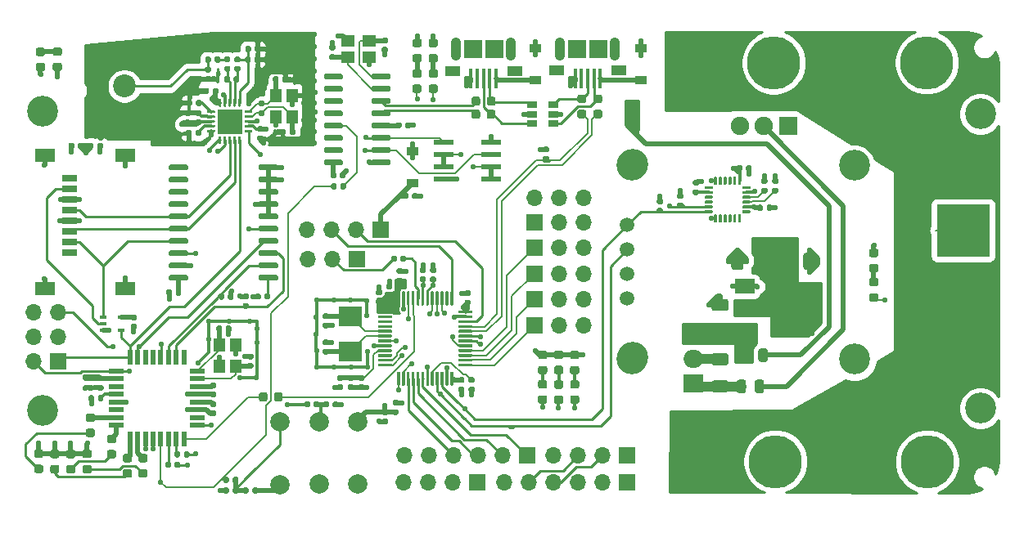
<source format=gtl>
G04 #@! TF.GenerationSoftware,KiCad,Pcbnew,(5.1.6)-1*
G04 #@! TF.CreationDate,2022-01-03T12:19:35+01:00*
G04 #@! TF.ProjectId,CURSO_PCB_DRONE,43555253-4f5f-4504-9342-5f44524f4e45,rev?*
G04 #@! TF.SameCoordinates,Original*
G04 #@! TF.FileFunction,Copper,L1,Top*
G04 #@! TF.FilePolarity,Positive*
%FSLAX46Y46*%
G04 Gerber Fmt 4.6, Leading zero omitted, Abs format (unit mm)*
G04 Created by KiCad (PCBNEW (5.1.6)-1) date 2022-01-03 12:19:35*
%MOMM*%
%LPD*%
G01*
G04 APERTURE LIST*
G04 #@! TA.AperFunction,WasherPad*
%ADD10C,3.200000*%
G04 #@! TD*
G04 #@! TA.AperFunction,ComponentPad*
%ADD11O,1.700000X1.700000*%
G04 #@! TD*
G04 #@! TA.AperFunction,ComponentPad*
%ADD12R,1.700000X1.700000*%
G04 #@! TD*
G04 #@! TA.AperFunction,SMDPad,CuDef*
%ADD13R,2.400000X2.000000*%
G04 #@! TD*
G04 #@! TA.AperFunction,SMDPad,CuDef*
%ADD14R,0.400000X2.100000*%
G04 #@! TD*
G04 #@! TA.AperFunction,SMDPad,CuDef*
%ADD15R,1.500000X1.000000*%
G04 #@! TD*
G04 #@! TA.AperFunction,SMDPad,CuDef*
%ADD16R,1.900000X1.900000*%
G04 #@! TD*
G04 #@! TA.AperFunction,ComponentPad*
%ADD17O,1.100000X2.400000*%
G04 #@! TD*
G04 #@! TA.AperFunction,SMDPad,CuDef*
%ADD18R,1.400000X1.200000*%
G04 #@! TD*
G04 #@! TA.AperFunction,SMDPad,CuDef*
%ADD19R,1.500000X0.800000*%
G04 #@! TD*
G04 #@! TA.AperFunction,SMDPad,CuDef*
%ADD20R,2.000000X1.450000*%
G04 #@! TD*
G04 #@! TA.AperFunction,ComponentPad*
%ADD21C,5.500000*%
G04 #@! TD*
G04 #@! TA.AperFunction,ComponentPad*
%ADD22C,1.500000*%
G04 #@! TD*
G04 #@! TA.AperFunction,ComponentPad*
%ADD23C,2.362200*%
G04 #@! TD*
G04 #@! TA.AperFunction,ComponentPad*
%ADD24C,2.552700*%
G04 #@! TD*
G04 #@! TA.AperFunction,ComponentPad*
%ADD25C,5.516000*%
G04 #@! TD*
G04 #@! TA.AperFunction,ComponentPad*
%ADD26R,5.516000X5.516000*%
G04 #@! TD*
G04 #@! TA.AperFunction,ComponentPad*
%ADD27C,2.000000*%
G04 #@! TD*
G04 #@! TA.AperFunction,ComponentPad*
%ADD28C,1.900000*%
G04 #@! TD*
G04 #@! TA.AperFunction,ComponentPad*
%ADD29R,1.900000X1.900000*%
G04 #@! TD*
G04 #@! TA.AperFunction,SMDPad,CuDef*
%ADD30R,0.550000X1.500000*%
G04 #@! TD*
G04 #@! TA.AperFunction,SMDPad,CuDef*
%ADD31R,1.500000X0.550000*%
G04 #@! TD*
G04 #@! TA.AperFunction,SMDPad,CuDef*
%ADD32R,2.000000X0.600000*%
G04 #@! TD*
G04 #@! TA.AperFunction,SMDPad,CuDef*
%ADD33R,2.500000X2.500000*%
G04 #@! TD*
G04 #@! TA.AperFunction,SMDPad,CuDef*
%ADD34R,1.060000X0.650000*%
G04 #@! TD*
G04 #@! TA.AperFunction,SMDPad,CuDef*
%ADD35R,0.650000X0.400000*%
G04 #@! TD*
G04 #@! TA.AperFunction,ComponentPad*
%ADD36O,2.000000X1.905000*%
G04 #@! TD*
G04 #@! TA.AperFunction,ComponentPad*
%ADD37R,2.000000X1.905000*%
G04 #@! TD*
G04 #@! TA.AperFunction,SMDPad,CuDef*
%ADD38R,2.000000X1.500000*%
G04 #@! TD*
G04 #@! TA.AperFunction,SMDPad,CuDef*
%ADD39R,2.000000X3.800000*%
G04 #@! TD*
G04 #@! TA.AperFunction,SMDPad,CuDef*
%ADD40R,1.200000X1.400000*%
G04 #@! TD*
G04 #@! TA.AperFunction,SMDPad,CuDef*
%ADD41R,1.200000X0.900000*%
G04 #@! TD*
G04 #@! TA.AperFunction,ViaPad*
%ADD42C,0.550000*%
G04 #@! TD*
G04 #@! TA.AperFunction,Conductor*
%ADD43C,0.500000*%
G04 #@! TD*
G04 #@! TA.AperFunction,Conductor*
%ADD44C,0.300000*%
G04 #@! TD*
G04 #@! TA.AperFunction,Conductor*
%ADD45C,1.000000*%
G04 #@! TD*
G04 #@! TA.AperFunction,Conductor*
%ADD46C,0.150000*%
G04 #@! TD*
G04 #@! TA.AperFunction,Conductor*
%ADD47C,0.200000*%
G04 #@! TD*
G04 #@! TA.AperFunction,Conductor*
%ADD48C,0.261112*%
G04 #@! TD*
G04 #@! TA.AperFunction,Conductor*
%ADD49C,0.293370*%
G04 #@! TD*
G04 #@! TA.AperFunction,Conductor*
%ADD50C,0.254000*%
G04 #@! TD*
G04 APERTURE END LIST*
D10*
X143408820Y-99284860D03*
X143408820Y-79284860D03*
X179416820Y-104534860D03*
X179416820Y-74034860D03*
X82408820Y-73784860D03*
X82408820Y-104784860D03*
G04 #@! TA.AperFunction,SMDPad,CuDef*
G36*
G01*
X117075880Y-94627320D02*
X117075880Y-94477320D01*
G75*
G02*
X117150880Y-94402320I75000J0D01*
G01*
X118475880Y-94402320D01*
G75*
G02*
X118550880Y-94477320I0J-75000D01*
G01*
X118550880Y-94627320D01*
G75*
G02*
X118475880Y-94702320I-75000J0D01*
G01*
X117150880Y-94702320D01*
G75*
G02*
X117075880Y-94627320I0J75000D01*
G01*
G37*
G04 #@! TD.AperFunction*
G04 #@! TA.AperFunction,SMDPad,CuDef*
G36*
G01*
X117075880Y-95127320D02*
X117075880Y-94977320D01*
G75*
G02*
X117150880Y-94902320I75000J0D01*
G01*
X118475880Y-94902320D01*
G75*
G02*
X118550880Y-94977320I0J-75000D01*
G01*
X118550880Y-95127320D01*
G75*
G02*
X118475880Y-95202320I-75000J0D01*
G01*
X117150880Y-95202320D01*
G75*
G02*
X117075880Y-95127320I0J75000D01*
G01*
G37*
G04 #@! TD.AperFunction*
G04 #@! TA.AperFunction,SMDPad,CuDef*
G36*
G01*
X117075880Y-95627320D02*
X117075880Y-95477320D01*
G75*
G02*
X117150880Y-95402320I75000J0D01*
G01*
X118475880Y-95402320D01*
G75*
G02*
X118550880Y-95477320I0J-75000D01*
G01*
X118550880Y-95627320D01*
G75*
G02*
X118475880Y-95702320I-75000J0D01*
G01*
X117150880Y-95702320D01*
G75*
G02*
X117075880Y-95627320I0J75000D01*
G01*
G37*
G04 #@! TD.AperFunction*
G04 #@! TA.AperFunction,SMDPad,CuDef*
G36*
G01*
X117075880Y-96127320D02*
X117075880Y-95977320D01*
G75*
G02*
X117150880Y-95902320I75000J0D01*
G01*
X118475880Y-95902320D01*
G75*
G02*
X118550880Y-95977320I0J-75000D01*
G01*
X118550880Y-96127320D01*
G75*
G02*
X118475880Y-96202320I-75000J0D01*
G01*
X117150880Y-96202320D01*
G75*
G02*
X117075880Y-96127320I0J75000D01*
G01*
G37*
G04 #@! TD.AperFunction*
G04 #@! TA.AperFunction,SMDPad,CuDef*
G36*
G01*
X117075880Y-96627320D02*
X117075880Y-96477320D01*
G75*
G02*
X117150880Y-96402320I75000J0D01*
G01*
X118475880Y-96402320D01*
G75*
G02*
X118550880Y-96477320I0J-75000D01*
G01*
X118550880Y-96627320D01*
G75*
G02*
X118475880Y-96702320I-75000J0D01*
G01*
X117150880Y-96702320D01*
G75*
G02*
X117075880Y-96627320I0J75000D01*
G01*
G37*
G04 #@! TD.AperFunction*
G04 #@! TA.AperFunction,SMDPad,CuDef*
G36*
G01*
X117075880Y-97127320D02*
X117075880Y-96977320D01*
G75*
G02*
X117150880Y-96902320I75000J0D01*
G01*
X118475880Y-96902320D01*
G75*
G02*
X118550880Y-96977320I0J-75000D01*
G01*
X118550880Y-97127320D01*
G75*
G02*
X118475880Y-97202320I-75000J0D01*
G01*
X117150880Y-97202320D01*
G75*
G02*
X117075880Y-97127320I0J75000D01*
G01*
G37*
G04 #@! TD.AperFunction*
G04 #@! TA.AperFunction,SMDPad,CuDef*
G36*
G01*
X117075880Y-97627320D02*
X117075880Y-97477320D01*
G75*
G02*
X117150880Y-97402320I75000J0D01*
G01*
X118475880Y-97402320D01*
G75*
G02*
X118550880Y-97477320I0J-75000D01*
G01*
X118550880Y-97627320D01*
G75*
G02*
X118475880Y-97702320I-75000J0D01*
G01*
X117150880Y-97702320D01*
G75*
G02*
X117075880Y-97627320I0J75000D01*
G01*
G37*
G04 #@! TD.AperFunction*
G04 #@! TA.AperFunction,SMDPad,CuDef*
G36*
G01*
X117075880Y-98127320D02*
X117075880Y-97977320D01*
G75*
G02*
X117150880Y-97902320I75000J0D01*
G01*
X118475880Y-97902320D01*
G75*
G02*
X118550880Y-97977320I0J-75000D01*
G01*
X118550880Y-98127320D01*
G75*
G02*
X118475880Y-98202320I-75000J0D01*
G01*
X117150880Y-98202320D01*
G75*
G02*
X117075880Y-98127320I0J75000D01*
G01*
G37*
G04 #@! TD.AperFunction*
G04 #@! TA.AperFunction,SMDPad,CuDef*
G36*
G01*
X117075880Y-98627320D02*
X117075880Y-98477320D01*
G75*
G02*
X117150880Y-98402320I75000J0D01*
G01*
X118475880Y-98402320D01*
G75*
G02*
X118550880Y-98477320I0J-75000D01*
G01*
X118550880Y-98627320D01*
G75*
G02*
X118475880Y-98702320I-75000J0D01*
G01*
X117150880Y-98702320D01*
G75*
G02*
X117075880Y-98627320I0J75000D01*
G01*
G37*
G04 #@! TD.AperFunction*
G04 #@! TA.AperFunction,SMDPad,CuDef*
G36*
G01*
X117075880Y-99127320D02*
X117075880Y-98977320D01*
G75*
G02*
X117150880Y-98902320I75000J0D01*
G01*
X118475880Y-98902320D01*
G75*
G02*
X118550880Y-98977320I0J-75000D01*
G01*
X118550880Y-99127320D01*
G75*
G02*
X118475880Y-99202320I-75000J0D01*
G01*
X117150880Y-99202320D01*
G75*
G02*
X117075880Y-99127320I0J75000D01*
G01*
G37*
G04 #@! TD.AperFunction*
G04 #@! TA.AperFunction,SMDPad,CuDef*
G36*
G01*
X117075880Y-99627320D02*
X117075880Y-99477320D01*
G75*
G02*
X117150880Y-99402320I75000J0D01*
G01*
X118475880Y-99402320D01*
G75*
G02*
X118550880Y-99477320I0J-75000D01*
G01*
X118550880Y-99627320D01*
G75*
G02*
X118475880Y-99702320I-75000J0D01*
G01*
X117150880Y-99702320D01*
G75*
G02*
X117075880Y-99627320I0J75000D01*
G01*
G37*
G04 #@! TD.AperFunction*
G04 #@! TA.AperFunction,SMDPad,CuDef*
G36*
G01*
X117075880Y-100127320D02*
X117075880Y-99977320D01*
G75*
G02*
X117150880Y-99902320I75000J0D01*
G01*
X118475880Y-99902320D01*
G75*
G02*
X118550880Y-99977320I0J-75000D01*
G01*
X118550880Y-100127320D01*
G75*
G02*
X118475880Y-100202320I-75000J0D01*
G01*
X117150880Y-100202320D01*
G75*
G02*
X117075880Y-100127320I0J75000D01*
G01*
G37*
G04 #@! TD.AperFunction*
G04 #@! TA.AperFunction,SMDPad,CuDef*
G36*
G01*
X119075880Y-102127320D02*
X119075880Y-100802320D01*
G75*
G02*
X119150880Y-100727320I75000J0D01*
G01*
X119300880Y-100727320D01*
G75*
G02*
X119375880Y-100802320I0J-75000D01*
G01*
X119375880Y-102127320D01*
G75*
G02*
X119300880Y-102202320I-75000J0D01*
G01*
X119150880Y-102202320D01*
G75*
G02*
X119075880Y-102127320I0J75000D01*
G01*
G37*
G04 #@! TD.AperFunction*
G04 #@! TA.AperFunction,SMDPad,CuDef*
G36*
G01*
X119575880Y-102127320D02*
X119575880Y-100802320D01*
G75*
G02*
X119650880Y-100727320I75000J0D01*
G01*
X119800880Y-100727320D01*
G75*
G02*
X119875880Y-100802320I0J-75000D01*
G01*
X119875880Y-102127320D01*
G75*
G02*
X119800880Y-102202320I-75000J0D01*
G01*
X119650880Y-102202320D01*
G75*
G02*
X119575880Y-102127320I0J75000D01*
G01*
G37*
G04 #@! TD.AperFunction*
G04 #@! TA.AperFunction,SMDPad,CuDef*
G36*
G01*
X120075880Y-102127320D02*
X120075880Y-100802320D01*
G75*
G02*
X120150880Y-100727320I75000J0D01*
G01*
X120300880Y-100727320D01*
G75*
G02*
X120375880Y-100802320I0J-75000D01*
G01*
X120375880Y-102127320D01*
G75*
G02*
X120300880Y-102202320I-75000J0D01*
G01*
X120150880Y-102202320D01*
G75*
G02*
X120075880Y-102127320I0J75000D01*
G01*
G37*
G04 #@! TD.AperFunction*
G04 #@! TA.AperFunction,SMDPad,CuDef*
G36*
G01*
X120575880Y-102127320D02*
X120575880Y-100802320D01*
G75*
G02*
X120650880Y-100727320I75000J0D01*
G01*
X120800880Y-100727320D01*
G75*
G02*
X120875880Y-100802320I0J-75000D01*
G01*
X120875880Y-102127320D01*
G75*
G02*
X120800880Y-102202320I-75000J0D01*
G01*
X120650880Y-102202320D01*
G75*
G02*
X120575880Y-102127320I0J75000D01*
G01*
G37*
G04 #@! TD.AperFunction*
G04 #@! TA.AperFunction,SMDPad,CuDef*
G36*
G01*
X121075880Y-102127320D02*
X121075880Y-100802320D01*
G75*
G02*
X121150880Y-100727320I75000J0D01*
G01*
X121300880Y-100727320D01*
G75*
G02*
X121375880Y-100802320I0J-75000D01*
G01*
X121375880Y-102127320D01*
G75*
G02*
X121300880Y-102202320I-75000J0D01*
G01*
X121150880Y-102202320D01*
G75*
G02*
X121075880Y-102127320I0J75000D01*
G01*
G37*
G04 #@! TD.AperFunction*
G04 #@! TA.AperFunction,SMDPad,CuDef*
G36*
G01*
X121575880Y-102127320D02*
X121575880Y-100802320D01*
G75*
G02*
X121650880Y-100727320I75000J0D01*
G01*
X121800880Y-100727320D01*
G75*
G02*
X121875880Y-100802320I0J-75000D01*
G01*
X121875880Y-102127320D01*
G75*
G02*
X121800880Y-102202320I-75000J0D01*
G01*
X121650880Y-102202320D01*
G75*
G02*
X121575880Y-102127320I0J75000D01*
G01*
G37*
G04 #@! TD.AperFunction*
G04 #@! TA.AperFunction,SMDPad,CuDef*
G36*
G01*
X122075880Y-102127320D02*
X122075880Y-100802320D01*
G75*
G02*
X122150880Y-100727320I75000J0D01*
G01*
X122300880Y-100727320D01*
G75*
G02*
X122375880Y-100802320I0J-75000D01*
G01*
X122375880Y-102127320D01*
G75*
G02*
X122300880Y-102202320I-75000J0D01*
G01*
X122150880Y-102202320D01*
G75*
G02*
X122075880Y-102127320I0J75000D01*
G01*
G37*
G04 #@! TD.AperFunction*
G04 #@! TA.AperFunction,SMDPad,CuDef*
G36*
G01*
X122575880Y-102127320D02*
X122575880Y-100802320D01*
G75*
G02*
X122650880Y-100727320I75000J0D01*
G01*
X122800880Y-100727320D01*
G75*
G02*
X122875880Y-100802320I0J-75000D01*
G01*
X122875880Y-102127320D01*
G75*
G02*
X122800880Y-102202320I-75000J0D01*
G01*
X122650880Y-102202320D01*
G75*
G02*
X122575880Y-102127320I0J75000D01*
G01*
G37*
G04 #@! TD.AperFunction*
G04 #@! TA.AperFunction,SMDPad,CuDef*
G36*
G01*
X123075880Y-102127320D02*
X123075880Y-100802320D01*
G75*
G02*
X123150880Y-100727320I75000J0D01*
G01*
X123300880Y-100727320D01*
G75*
G02*
X123375880Y-100802320I0J-75000D01*
G01*
X123375880Y-102127320D01*
G75*
G02*
X123300880Y-102202320I-75000J0D01*
G01*
X123150880Y-102202320D01*
G75*
G02*
X123075880Y-102127320I0J75000D01*
G01*
G37*
G04 #@! TD.AperFunction*
G04 #@! TA.AperFunction,SMDPad,CuDef*
G36*
G01*
X123575880Y-102127320D02*
X123575880Y-100802320D01*
G75*
G02*
X123650880Y-100727320I75000J0D01*
G01*
X123800880Y-100727320D01*
G75*
G02*
X123875880Y-100802320I0J-75000D01*
G01*
X123875880Y-102127320D01*
G75*
G02*
X123800880Y-102202320I-75000J0D01*
G01*
X123650880Y-102202320D01*
G75*
G02*
X123575880Y-102127320I0J75000D01*
G01*
G37*
G04 #@! TD.AperFunction*
G04 #@! TA.AperFunction,SMDPad,CuDef*
G36*
G01*
X124075880Y-102127320D02*
X124075880Y-100802320D01*
G75*
G02*
X124150880Y-100727320I75000J0D01*
G01*
X124300880Y-100727320D01*
G75*
G02*
X124375880Y-100802320I0J-75000D01*
G01*
X124375880Y-102127320D01*
G75*
G02*
X124300880Y-102202320I-75000J0D01*
G01*
X124150880Y-102202320D01*
G75*
G02*
X124075880Y-102127320I0J75000D01*
G01*
G37*
G04 #@! TD.AperFunction*
G04 #@! TA.AperFunction,SMDPad,CuDef*
G36*
G01*
X124575880Y-102127320D02*
X124575880Y-100802320D01*
G75*
G02*
X124650880Y-100727320I75000J0D01*
G01*
X124800880Y-100727320D01*
G75*
G02*
X124875880Y-100802320I0J-75000D01*
G01*
X124875880Y-102127320D01*
G75*
G02*
X124800880Y-102202320I-75000J0D01*
G01*
X124650880Y-102202320D01*
G75*
G02*
X124575880Y-102127320I0J75000D01*
G01*
G37*
G04 #@! TD.AperFunction*
G04 #@! TA.AperFunction,SMDPad,CuDef*
G36*
G01*
X125400880Y-100127320D02*
X125400880Y-99977320D01*
G75*
G02*
X125475880Y-99902320I75000J0D01*
G01*
X126800880Y-99902320D01*
G75*
G02*
X126875880Y-99977320I0J-75000D01*
G01*
X126875880Y-100127320D01*
G75*
G02*
X126800880Y-100202320I-75000J0D01*
G01*
X125475880Y-100202320D01*
G75*
G02*
X125400880Y-100127320I0J75000D01*
G01*
G37*
G04 #@! TD.AperFunction*
G04 #@! TA.AperFunction,SMDPad,CuDef*
G36*
G01*
X125400880Y-99627320D02*
X125400880Y-99477320D01*
G75*
G02*
X125475880Y-99402320I75000J0D01*
G01*
X126800880Y-99402320D01*
G75*
G02*
X126875880Y-99477320I0J-75000D01*
G01*
X126875880Y-99627320D01*
G75*
G02*
X126800880Y-99702320I-75000J0D01*
G01*
X125475880Y-99702320D01*
G75*
G02*
X125400880Y-99627320I0J75000D01*
G01*
G37*
G04 #@! TD.AperFunction*
G04 #@! TA.AperFunction,SMDPad,CuDef*
G36*
G01*
X125400880Y-99127320D02*
X125400880Y-98977320D01*
G75*
G02*
X125475880Y-98902320I75000J0D01*
G01*
X126800880Y-98902320D01*
G75*
G02*
X126875880Y-98977320I0J-75000D01*
G01*
X126875880Y-99127320D01*
G75*
G02*
X126800880Y-99202320I-75000J0D01*
G01*
X125475880Y-99202320D01*
G75*
G02*
X125400880Y-99127320I0J75000D01*
G01*
G37*
G04 #@! TD.AperFunction*
G04 #@! TA.AperFunction,SMDPad,CuDef*
G36*
G01*
X125400880Y-98627320D02*
X125400880Y-98477320D01*
G75*
G02*
X125475880Y-98402320I75000J0D01*
G01*
X126800880Y-98402320D01*
G75*
G02*
X126875880Y-98477320I0J-75000D01*
G01*
X126875880Y-98627320D01*
G75*
G02*
X126800880Y-98702320I-75000J0D01*
G01*
X125475880Y-98702320D01*
G75*
G02*
X125400880Y-98627320I0J75000D01*
G01*
G37*
G04 #@! TD.AperFunction*
G04 #@! TA.AperFunction,SMDPad,CuDef*
G36*
G01*
X125400880Y-98127320D02*
X125400880Y-97977320D01*
G75*
G02*
X125475880Y-97902320I75000J0D01*
G01*
X126800880Y-97902320D01*
G75*
G02*
X126875880Y-97977320I0J-75000D01*
G01*
X126875880Y-98127320D01*
G75*
G02*
X126800880Y-98202320I-75000J0D01*
G01*
X125475880Y-98202320D01*
G75*
G02*
X125400880Y-98127320I0J75000D01*
G01*
G37*
G04 #@! TD.AperFunction*
G04 #@! TA.AperFunction,SMDPad,CuDef*
G36*
G01*
X125400880Y-97627320D02*
X125400880Y-97477320D01*
G75*
G02*
X125475880Y-97402320I75000J0D01*
G01*
X126800880Y-97402320D01*
G75*
G02*
X126875880Y-97477320I0J-75000D01*
G01*
X126875880Y-97627320D01*
G75*
G02*
X126800880Y-97702320I-75000J0D01*
G01*
X125475880Y-97702320D01*
G75*
G02*
X125400880Y-97627320I0J75000D01*
G01*
G37*
G04 #@! TD.AperFunction*
G04 #@! TA.AperFunction,SMDPad,CuDef*
G36*
G01*
X125400880Y-97127320D02*
X125400880Y-96977320D01*
G75*
G02*
X125475880Y-96902320I75000J0D01*
G01*
X126800880Y-96902320D01*
G75*
G02*
X126875880Y-96977320I0J-75000D01*
G01*
X126875880Y-97127320D01*
G75*
G02*
X126800880Y-97202320I-75000J0D01*
G01*
X125475880Y-97202320D01*
G75*
G02*
X125400880Y-97127320I0J75000D01*
G01*
G37*
G04 #@! TD.AperFunction*
G04 #@! TA.AperFunction,SMDPad,CuDef*
G36*
G01*
X125400880Y-96627320D02*
X125400880Y-96477320D01*
G75*
G02*
X125475880Y-96402320I75000J0D01*
G01*
X126800880Y-96402320D01*
G75*
G02*
X126875880Y-96477320I0J-75000D01*
G01*
X126875880Y-96627320D01*
G75*
G02*
X126800880Y-96702320I-75000J0D01*
G01*
X125475880Y-96702320D01*
G75*
G02*
X125400880Y-96627320I0J75000D01*
G01*
G37*
G04 #@! TD.AperFunction*
G04 #@! TA.AperFunction,SMDPad,CuDef*
G36*
G01*
X125400880Y-96127320D02*
X125400880Y-95977320D01*
G75*
G02*
X125475880Y-95902320I75000J0D01*
G01*
X126800880Y-95902320D01*
G75*
G02*
X126875880Y-95977320I0J-75000D01*
G01*
X126875880Y-96127320D01*
G75*
G02*
X126800880Y-96202320I-75000J0D01*
G01*
X125475880Y-96202320D01*
G75*
G02*
X125400880Y-96127320I0J75000D01*
G01*
G37*
G04 #@! TD.AperFunction*
G04 #@! TA.AperFunction,SMDPad,CuDef*
G36*
G01*
X125400880Y-95627320D02*
X125400880Y-95477320D01*
G75*
G02*
X125475880Y-95402320I75000J0D01*
G01*
X126800880Y-95402320D01*
G75*
G02*
X126875880Y-95477320I0J-75000D01*
G01*
X126875880Y-95627320D01*
G75*
G02*
X126800880Y-95702320I-75000J0D01*
G01*
X125475880Y-95702320D01*
G75*
G02*
X125400880Y-95627320I0J75000D01*
G01*
G37*
G04 #@! TD.AperFunction*
G04 #@! TA.AperFunction,SMDPad,CuDef*
G36*
G01*
X125400880Y-95127320D02*
X125400880Y-94977320D01*
G75*
G02*
X125475880Y-94902320I75000J0D01*
G01*
X126800880Y-94902320D01*
G75*
G02*
X126875880Y-94977320I0J-75000D01*
G01*
X126875880Y-95127320D01*
G75*
G02*
X126800880Y-95202320I-75000J0D01*
G01*
X125475880Y-95202320D01*
G75*
G02*
X125400880Y-95127320I0J75000D01*
G01*
G37*
G04 #@! TD.AperFunction*
G04 #@! TA.AperFunction,SMDPad,CuDef*
G36*
G01*
X125400880Y-94627320D02*
X125400880Y-94477320D01*
G75*
G02*
X125475880Y-94402320I75000J0D01*
G01*
X126800880Y-94402320D01*
G75*
G02*
X126875880Y-94477320I0J-75000D01*
G01*
X126875880Y-94627320D01*
G75*
G02*
X126800880Y-94702320I-75000J0D01*
G01*
X125475880Y-94702320D01*
G75*
G02*
X125400880Y-94627320I0J75000D01*
G01*
G37*
G04 #@! TD.AperFunction*
G04 #@! TA.AperFunction,SMDPad,CuDef*
G36*
G01*
X124575880Y-93802320D02*
X124575880Y-92477320D01*
G75*
G02*
X124650880Y-92402320I75000J0D01*
G01*
X124800880Y-92402320D01*
G75*
G02*
X124875880Y-92477320I0J-75000D01*
G01*
X124875880Y-93802320D01*
G75*
G02*
X124800880Y-93877320I-75000J0D01*
G01*
X124650880Y-93877320D01*
G75*
G02*
X124575880Y-93802320I0J75000D01*
G01*
G37*
G04 #@! TD.AperFunction*
G04 #@! TA.AperFunction,SMDPad,CuDef*
G36*
G01*
X124075880Y-93802320D02*
X124075880Y-92477320D01*
G75*
G02*
X124150880Y-92402320I75000J0D01*
G01*
X124300880Y-92402320D01*
G75*
G02*
X124375880Y-92477320I0J-75000D01*
G01*
X124375880Y-93802320D01*
G75*
G02*
X124300880Y-93877320I-75000J0D01*
G01*
X124150880Y-93877320D01*
G75*
G02*
X124075880Y-93802320I0J75000D01*
G01*
G37*
G04 #@! TD.AperFunction*
G04 #@! TA.AperFunction,SMDPad,CuDef*
G36*
G01*
X123575880Y-93802320D02*
X123575880Y-92477320D01*
G75*
G02*
X123650880Y-92402320I75000J0D01*
G01*
X123800880Y-92402320D01*
G75*
G02*
X123875880Y-92477320I0J-75000D01*
G01*
X123875880Y-93802320D01*
G75*
G02*
X123800880Y-93877320I-75000J0D01*
G01*
X123650880Y-93877320D01*
G75*
G02*
X123575880Y-93802320I0J75000D01*
G01*
G37*
G04 #@! TD.AperFunction*
G04 #@! TA.AperFunction,SMDPad,CuDef*
G36*
G01*
X123075880Y-93802320D02*
X123075880Y-92477320D01*
G75*
G02*
X123150880Y-92402320I75000J0D01*
G01*
X123300880Y-92402320D01*
G75*
G02*
X123375880Y-92477320I0J-75000D01*
G01*
X123375880Y-93802320D01*
G75*
G02*
X123300880Y-93877320I-75000J0D01*
G01*
X123150880Y-93877320D01*
G75*
G02*
X123075880Y-93802320I0J75000D01*
G01*
G37*
G04 #@! TD.AperFunction*
G04 #@! TA.AperFunction,SMDPad,CuDef*
G36*
G01*
X122575880Y-93802320D02*
X122575880Y-92477320D01*
G75*
G02*
X122650880Y-92402320I75000J0D01*
G01*
X122800880Y-92402320D01*
G75*
G02*
X122875880Y-92477320I0J-75000D01*
G01*
X122875880Y-93802320D01*
G75*
G02*
X122800880Y-93877320I-75000J0D01*
G01*
X122650880Y-93877320D01*
G75*
G02*
X122575880Y-93802320I0J75000D01*
G01*
G37*
G04 #@! TD.AperFunction*
G04 #@! TA.AperFunction,SMDPad,CuDef*
G36*
G01*
X122075880Y-93802320D02*
X122075880Y-92477320D01*
G75*
G02*
X122150880Y-92402320I75000J0D01*
G01*
X122300880Y-92402320D01*
G75*
G02*
X122375880Y-92477320I0J-75000D01*
G01*
X122375880Y-93802320D01*
G75*
G02*
X122300880Y-93877320I-75000J0D01*
G01*
X122150880Y-93877320D01*
G75*
G02*
X122075880Y-93802320I0J75000D01*
G01*
G37*
G04 #@! TD.AperFunction*
G04 #@! TA.AperFunction,SMDPad,CuDef*
G36*
G01*
X121575880Y-93802320D02*
X121575880Y-92477320D01*
G75*
G02*
X121650880Y-92402320I75000J0D01*
G01*
X121800880Y-92402320D01*
G75*
G02*
X121875880Y-92477320I0J-75000D01*
G01*
X121875880Y-93802320D01*
G75*
G02*
X121800880Y-93877320I-75000J0D01*
G01*
X121650880Y-93877320D01*
G75*
G02*
X121575880Y-93802320I0J75000D01*
G01*
G37*
G04 #@! TD.AperFunction*
G04 #@! TA.AperFunction,SMDPad,CuDef*
G36*
G01*
X121075880Y-93802320D02*
X121075880Y-92477320D01*
G75*
G02*
X121150880Y-92402320I75000J0D01*
G01*
X121300880Y-92402320D01*
G75*
G02*
X121375880Y-92477320I0J-75000D01*
G01*
X121375880Y-93802320D01*
G75*
G02*
X121300880Y-93877320I-75000J0D01*
G01*
X121150880Y-93877320D01*
G75*
G02*
X121075880Y-93802320I0J75000D01*
G01*
G37*
G04 #@! TD.AperFunction*
G04 #@! TA.AperFunction,SMDPad,CuDef*
G36*
G01*
X120575880Y-93802320D02*
X120575880Y-92477320D01*
G75*
G02*
X120650880Y-92402320I75000J0D01*
G01*
X120800880Y-92402320D01*
G75*
G02*
X120875880Y-92477320I0J-75000D01*
G01*
X120875880Y-93802320D01*
G75*
G02*
X120800880Y-93877320I-75000J0D01*
G01*
X120650880Y-93877320D01*
G75*
G02*
X120575880Y-93802320I0J75000D01*
G01*
G37*
G04 #@! TD.AperFunction*
G04 #@! TA.AperFunction,SMDPad,CuDef*
G36*
G01*
X120075880Y-93802320D02*
X120075880Y-92477320D01*
G75*
G02*
X120150880Y-92402320I75000J0D01*
G01*
X120300880Y-92402320D01*
G75*
G02*
X120375880Y-92477320I0J-75000D01*
G01*
X120375880Y-93802320D01*
G75*
G02*
X120300880Y-93877320I-75000J0D01*
G01*
X120150880Y-93877320D01*
G75*
G02*
X120075880Y-93802320I0J75000D01*
G01*
G37*
G04 #@! TD.AperFunction*
G04 #@! TA.AperFunction,SMDPad,CuDef*
G36*
G01*
X119575880Y-93802320D02*
X119575880Y-92477320D01*
G75*
G02*
X119650880Y-92402320I75000J0D01*
G01*
X119800880Y-92402320D01*
G75*
G02*
X119875880Y-92477320I0J-75000D01*
G01*
X119875880Y-93802320D01*
G75*
G02*
X119800880Y-93877320I-75000J0D01*
G01*
X119650880Y-93877320D01*
G75*
G02*
X119575880Y-93802320I0J75000D01*
G01*
G37*
G04 #@! TD.AperFunction*
G04 #@! TA.AperFunction,SMDPad,CuDef*
G36*
G01*
X119075880Y-93802320D02*
X119075880Y-92477320D01*
G75*
G02*
X119150880Y-92402320I75000J0D01*
G01*
X119300880Y-92402320D01*
G75*
G02*
X119375880Y-92477320I0J-75000D01*
G01*
X119375880Y-93802320D01*
G75*
G02*
X119300880Y-93877320I-75000J0D01*
G01*
X119150880Y-93877320D01*
G75*
G02*
X119075880Y-93802320I0J75000D01*
G01*
G37*
G04 #@! TD.AperFunction*
D11*
X109792520Y-86063400D03*
X112332520Y-86063400D03*
X114872520Y-86063400D03*
D12*
X117412520Y-86063400D03*
D13*
X114223000Y-98678680D03*
X114223000Y-94978680D03*
D14*
X140080000Y-70360000D03*
X139430000Y-70360000D03*
X138780000Y-70360000D03*
X138130000Y-70360000D03*
X137480000Y-70360000D03*
D15*
X141980000Y-69560000D03*
X135580000Y-69560000D03*
D16*
X139880000Y-67310000D03*
X137680000Y-67310000D03*
D17*
X135955000Y-67310000D03*
X141605000Y-67310000D03*
X130845000Y-67360000D03*
X125195000Y-67360000D03*
D16*
X126920000Y-67360000D03*
X129120000Y-67360000D03*
D15*
X124820000Y-69610000D03*
X131220000Y-69610000D03*
D14*
X126720000Y-70410000D03*
X127370000Y-70410000D03*
X128020000Y-70410000D03*
X128670000Y-70410000D03*
X129320000Y-70410000D03*
D18*
X113980000Y-66440000D03*
X116180000Y-66440000D03*
X116180000Y-68140000D03*
X113980000Y-68140000D03*
D19*
X85220000Y-88410000D03*
X85220000Y-87310000D03*
X85220000Y-86210000D03*
X85220000Y-85110000D03*
X85220000Y-84010000D03*
X85220000Y-82910000D03*
X85220000Y-81810000D03*
X85220000Y-80710000D03*
D20*
X90920000Y-92090000D03*
X90920000Y-78330000D03*
X82620000Y-78330000D03*
X82620000Y-92090000D03*
G04 #@! TA.AperFunction,SMDPad,CuDef*
G36*
G01*
X151730800Y-84095880D02*
X151730800Y-84245880D01*
G75*
G02*
X151655800Y-84320880I-75000J0D01*
G01*
X150955800Y-84320880D01*
G75*
G02*
X150880800Y-84245880I0J75000D01*
G01*
X150880800Y-84095880D01*
G75*
G02*
X150955800Y-84020880I75000J0D01*
G01*
X151655800Y-84020880D01*
G75*
G02*
X151730800Y-84095880I0J-75000D01*
G01*
G37*
G04 #@! TD.AperFunction*
G04 #@! TA.AperFunction,SMDPad,CuDef*
G36*
G01*
X151730800Y-83595880D02*
X151730800Y-83745880D01*
G75*
G02*
X151655800Y-83820880I-75000J0D01*
G01*
X150955800Y-83820880D01*
G75*
G02*
X150880800Y-83745880I0J75000D01*
G01*
X150880800Y-83595880D01*
G75*
G02*
X150955800Y-83520880I75000J0D01*
G01*
X151655800Y-83520880D01*
G75*
G02*
X151730800Y-83595880I0J-75000D01*
G01*
G37*
G04 #@! TD.AperFunction*
G04 #@! TA.AperFunction,SMDPad,CuDef*
G36*
G01*
X151730800Y-83095880D02*
X151730800Y-83245880D01*
G75*
G02*
X151655800Y-83320880I-75000J0D01*
G01*
X150955800Y-83320880D01*
G75*
G02*
X150880800Y-83245880I0J75000D01*
G01*
X150880800Y-83095880D01*
G75*
G02*
X150955800Y-83020880I75000J0D01*
G01*
X151655800Y-83020880D01*
G75*
G02*
X151730800Y-83095880I0J-75000D01*
G01*
G37*
G04 #@! TD.AperFunction*
G04 #@! TA.AperFunction,SMDPad,CuDef*
G36*
G01*
X151730800Y-82595880D02*
X151730800Y-82745880D01*
G75*
G02*
X151655800Y-82820880I-75000J0D01*
G01*
X150955800Y-82820880D01*
G75*
G02*
X150880800Y-82745880I0J75000D01*
G01*
X150880800Y-82595880D01*
G75*
G02*
X150955800Y-82520880I75000J0D01*
G01*
X151655800Y-82520880D01*
G75*
G02*
X151730800Y-82595880I0J-75000D01*
G01*
G37*
G04 #@! TD.AperFunction*
G04 #@! TA.AperFunction,SMDPad,CuDef*
G36*
G01*
X151730800Y-82095880D02*
X151730800Y-82245880D01*
G75*
G02*
X151655800Y-82320880I-75000J0D01*
G01*
X150955800Y-82320880D01*
G75*
G02*
X150880800Y-82245880I0J75000D01*
G01*
X150880800Y-82095880D01*
G75*
G02*
X150955800Y-82020880I75000J0D01*
G01*
X151655800Y-82020880D01*
G75*
G02*
X151730800Y-82095880I0J-75000D01*
G01*
G37*
G04 #@! TD.AperFunction*
G04 #@! TA.AperFunction,SMDPad,CuDef*
G36*
G01*
X151730800Y-81595880D02*
X151730800Y-81745880D01*
G75*
G02*
X151655800Y-81820880I-75000J0D01*
G01*
X150955800Y-81820880D01*
G75*
G02*
X150880800Y-81745880I0J75000D01*
G01*
X150880800Y-81595880D01*
G75*
G02*
X150955800Y-81520880I75000J0D01*
G01*
X151655800Y-81520880D01*
G75*
G02*
X151730800Y-81595880I0J-75000D01*
G01*
G37*
G04 #@! TD.AperFunction*
G04 #@! TA.AperFunction,SMDPad,CuDef*
G36*
G01*
X152080800Y-81395880D02*
X151930800Y-81395880D01*
G75*
G02*
X151855800Y-81320880I0J75000D01*
G01*
X151855800Y-80620880D01*
G75*
G02*
X151930800Y-80545880I75000J0D01*
G01*
X152080800Y-80545880D01*
G75*
G02*
X152155800Y-80620880I0J-75000D01*
G01*
X152155800Y-81320880D01*
G75*
G02*
X152080800Y-81395880I-75000J0D01*
G01*
G37*
G04 #@! TD.AperFunction*
G04 #@! TA.AperFunction,SMDPad,CuDef*
G36*
G01*
X152580800Y-81395880D02*
X152430800Y-81395880D01*
G75*
G02*
X152355800Y-81320880I0J75000D01*
G01*
X152355800Y-80620880D01*
G75*
G02*
X152430800Y-80545880I75000J0D01*
G01*
X152580800Y-80545880D01*
G75*
G02*
X152655800Y-80620880I0J-75000D01*
G01*
X152655800Y-81320880D01*
G75*
G02*
X152580800Y-81395880I-75000J0D01*
G01*
G37*
G04 #@! TD.AperFunction*
G04 #@! TA.AperFunction,SMDPad,CuDef*
G36*
G01*
X153080800Y-81395880D02*
X152930800Y-81395880D01*
G75*
G02*
X152855800Y-81320880I0J75000D01*
G01*
X152855800Y-80620880D01*
G75*
G02*
X152930800Y-80545880I75000J0D01*
G01*
X153080800Y-80545880D01*
G75*
G02*
X153155800Y-80620880I0J-75000D01*
G01*
X153155800Y-81320880D01*
G75*
G02*
X153080800Y-81395880I-75000J0D01*
G01*
G37*
G04 #@! TD.AperFunction*
G04 #@! TA.AperFunction,SMDPad,CuDef*
G36*
G01*
X153580800Y-81395880D02*
X153430800Y-81395880D01*
G75*
G02*
X153355800Y-81320880I0J75000D01*
G01*
X153355800Y-80620880D01*
G75*
G02*
X153430800Y-80545880I75000J0D01*
G01*
X153580800Y-80545880D01*
G75*
G02*
X153655800Y-80620880I0J-75000D01*
G01*
X153655800Y-81320880D01*
G75*
G02*
X153580800Y-81395880I-75000J0D01*
G01*
G37*
G04 #@! TD.AperFunction*
G04 #@! TA.AperFunction,SMDPad,CuDef*
G36*
G01*
X154080800Y-81395880D02*
X153930800Y-81395880D01*
G75*
G02*
X153855800Y-81320880I0J75000D01*
G01*
X153855800Y-80620880D01*
G75*
G02*
X153930800Y-80545880I75000J0D01*
G01*
X154080800Y-80545880D01*
G75*
G02*
X154155800Y-80620880I0J-75000D01*
G01*
X154155800Y-81320880D01*
G75*
G02*
X154080800Y-81395880I-75000J0D01*
G01*
G37*
G04 #@! TD.AperFunction*
G04 #@! TA.AperFunction,SMDPad,CuDef*
G36*
G01*
X154580800Y-81395880D02*
X154430800Y-81395880D01*
G75*
G02*
X154355800Y-81320880I0J75000D01*
G01*
X154355800Y-80620880D01*
G75*
G02*
X154430800Y-80545880I75000J0D01*
G01*
X154580800Y-80545880D01*
G75*
G02*
X154655800Y-80620880I0J-75000D01*
G01*
X154655800Y-81320880D01*
G75*
G02*
X154580800Y-81395880I-75000J0D01*
G01*
G37*
G04 #@! TD.AperFunction*
G04 #@! TA.AperFunction,SMDPad,CuDef*
G36*
G01*
X155630800Y-81595880D02*
X155630800Y-81745880D01*
G75*
G02*
X155555800Y-81820880I-75000J0D01*
G01*
X154855800Y-81820880D01*
G75*
G02*
X154780800Y-81745880I0J75000D01*
G01*
X154780800Y-81595880D01*
G75*
G02*
X154855800Y-81520880I75000J0D01*
G01*
X155555800Y-81520880D01*
G75*
G02*
X155630800Y-81595880I0J-75000D01*
G01*
G37*
G04 #@! TD.AperFunction*
G04 #@! TA.AperFunction,SMDPad,CuDef*
G36*
G01*
X155630800Y-82095880D02*
X155630800Y-82245880D01*
G75*
G02*
X155555800Y-82320880I-75000J0D01*
G01*
X154855800Y-82320880D01*
G75*
G02*
X154780800Y-82245880I0J75000D01*
G01*
X154780800Y-82095880D01*
G75*
G02*
X154855800Y-82020880I75000J0D01*
G01*
X155555800Y-82020880D01*
G75*
G02*
X155630800Y-82095880I0J-75000D01*
G01*
G37*
G04 #@! TD.AperFunction*
G04 #@! TA.AperFunction,SMDPad,CuDef*
G36*
G01*
X155630800Y-82595880D02*
X155630800Y-82745880D01*
G75*
G02*
X155555800Y-82820880I-75000J0D01*
G01*
X154855800Y-82820880D01*
G75*
G02*
X154780800Y-82745880I0J75000D01*
G01*
X154780800Y-82595880D01*
G75*
G02*
X154855800Y-82520880I75000J0D01*
G01*
X155555800Y-82520880D01*
G75*
G02*
X155630800Y-82595880I0J-75000D01*
G01*
G37*
G04 #@! TD.AperFunction*
G04 #@! TA.AperFunction,SMDPad,CuDef*
G36*
G01*
X155630800Y-83095880D02*
X155630800Y-83245880D01*
G75*
G02*
X155555800Y-83320880I-75000J0D01*
G01*
X154855800Y-83320880D01*
G75*
G02*
X154780800Y-83245880I0J75000D01*
G01*
X154780800Y-83095880D01*
G75*
G02*
X154855800Y-83020880I75000J0D01*
G01*
X155555800Y-83020880D01*
G75*
G02*
X155630800Y-83095880I0J-75000D01*
G01*
G37*
G04 #@! TD.AperFunction*
G04 #@! TA.AperFunction,SMDPad,CuDef*
G36*
G01*
X155630800Y-83595880D02*
X155630800Y-83745880D01*
G75*
G02*
X155555800Y-83820880I-75000J0D01*
G01*
X154855800Y-83820880D01*
G75*
G02*
X154780800Y-83745880I0J75000D01*
G01*
X154780800Y-83595880D01*
G75*
G02*
X154855800Y-83520880I75000J0D01*
G01*
X155555800Y-83520880D01*
G75*
G02*
X155630800Y-83595880I0J-75000D01*
G01*
G37*
G04 #@! TD.AperFunction*
G04 #@! TA.AperFunction,SMDPad,CuDef*
G36*
G01*
X155630800Y-84095880D02*
X155630800Y-84245880D01*
G75*
G02*
X155555800Y-84320880I-75000J0D01*
G01*
X154855800Y-84320880D01*
G75*
G02*
X154780800Y-84245880I0J75000D01*
G01*
X154780800Y-84095880D01*
G75*
G02*
X154855800Y-84020880I75000J0D01*
G01*
X155555800Y-84020880D01*
G75*
G02*
X155630800Y-84095880I0J-75000D01*
G01*
G37*
G04 #@! TD.AperFunction*
G04 #@! TA.AperFunction,SMDPad,CuDef*
G36*
G01*
X154580800Y-85295880D02*
X154430800Y-85295880D01*
G75*
G02*
X154355800Y-85220880I0J75000D01*
G01*
X154355800Y-84520880D01*
G75*
G02*
X154430800Y-84445880I75000J0D01*
G01*
X154580800Y-84445880D01*
G75*
G02*
X154655800Y-84520880I0J-75000D01*
G01*
X154655800Y-85220880D01*
G75*
G02*
X154580800Y-85295880I-75000J0D01*
G01*
G37*
G04 #@! TD.AperFunction*
G04 #@! TA.AperFunction,SMDPad,CuDef*
G36*
G01*
X154080800Y-85295880D02*
X153930800Y-85295880D01*
G75*
G02*
X153855800Y-85220880I0J75000D01*
G01*
X153855800Y-84520880D01*
G75*
G02*
X153930800Y-84445880I75000J0D01*
G01*
X154080800Y-84445880D01*
G75*
G02*
X154155800Y-84520880I0J-75000D01*
G01*
X154155800Y-85220880D01*
G75*
G02*
X154080800Y-85295880I-75000J0D01*
G01*
G37*
G04 #@! TD.AperFunction*
G04 #@! TA.AperFunction,SMDPad,CuDef*
G36*
G01*
X153580800Y-85295880D02*
X153430800Y-85295880D01*
G75*
G02*
X153355800Y-85220880I0J75000D01*
G01*
X153355800Y-84520880D01*
G75*
G02*
X153430800Y-84445880I75000J0D01*
G01*
X153580800Y-84445880D01*
G75*
G02*
X153655800Y-84520880I0J-75000D01*
G01*
X153655800Y-85220880D01*
G75*
G02*
X153580800Y-85295880I-75000J0D01*
G01*
G37*
G04 #@! TD.AperFunction*
G04 #@! TA.AperFunction,SMDPad,CuDef*
G36*
G01*
X153080800Y-85295880D02*
X152930800Y-85295880D01*
G75*
G02*
X152855800Y-85220880I0J75000D01*
G01*
X152855800Y-84520880D01*
G75*
G02*
X152930800Y-84445880I75000J0D01*
G01*
X153080800Y-84445880D01*
G75*
G02*
X153155800Y-84520880I0J-75000D01*
G01*
X153155800Y-85220880D01*
G75*
G02*
X153080800Y-85295880I-75000J0D01*
G01*
G37*
G04 #@! TD.AperFunction*
G04 #@! TA.AperFunction,SMDPad,CuDef*
G36*
G01*
X152580800Y-85295880D02*
X152430800Y-85295880D01*
G75*
G02*
X152355800Y-85220880I0J75000D01*
G01*
X152355800Y-84520880D01*
G75*
G02*
X152430800Y-84445880I75000J0D01*
G01*
X152580800Y-84445880D01*
G75*
G02*
X152655800Y-84520880I0J-75000D01*
G01*
X152655800Y-85220880D01*
G75*
G02*
X152580800Y-85295880I-75000J0D01*
G01*
G37*
G04 #@! TD.AperFunction*
G04 #@! TA.AperFunction,SMDPad,CuDef*
G36*
G01*
X152080800Y-85295880D02*
X151930800Y-85295880D01*
G75*
G02*
X151855800Y-85220880I0J75000D01*
G01*
X151855800Y-84520880D01*
G75*
G02*
X151930800Y-84445880I75000J0D01*
G01*
X152080800Y-84445880D01*
G75*
G02*
X152155800Y-84520880I0J-75000D01*
G01*
X152155800Y-85220880D01*
G75*
G02*
X152080800Y-85295880I-75000J0D01*
G01*
G37*
G04 #@! TD.AperFunction*
G04 #@! TA.AperFunction,SMDPad,CuDef*
G36*
G01*
X156326360Y-83939900D02*
X156326360Y-83594900D01*
G75*
G02*
X156473860Y-83447400I147500J0D01*
G01*
X156768860Y-83447400D01*
G75*
G02*
X156916360Y-83594900I0J-147500D01*
G01*
X156916360Y-83939900D01*
G75*
G02*
X156768860Y-84087400I-147500J0D01*
G01*
X156473860Y-84087400D01*
G75*
G02*
X156326360Y-83939900I0J147500D01*
G01*
G37*
G04 #@! TD.AperFunction*
G04 #@! TA.AperFunction,SMDPad,CuDef*
G36*
G01*
X157296360Y-83939900D02*
X157296360Y-83594900D01*
G75*
G02*
X157443860Y-83447400I147500J0D01*
G01*
X157738860Y-83447400D01*
G75*
G02*
X157886360Y-83594900I0J-147500D01*
G01*
X157886360Y-83939900D01*
G75*
G02*
X157738860Y-84087400I-147500J0D01*
G01*
X157443860Y-84087400D01*
G75*
G02*
X157296360Y-83939900I0J147500D01*
G01*
G37*
G04 #@! TD.AperFunction*
G04 #@! TA.AperFunction,SMDPad,CuDef*
G36*
G01*
X113450000Y-78905000D02*
X113450000Y-79205000D01*
G75*
G02*
X113300000Y-79355000I-150000J0D01*
G01*
X111650000Y-79355000D01*
G75*
G02*
X111500000Y-79205000I0J150000D01*
G01*
X111500000Y-78905000D01*
G75*
G02*
X111650000Y-78755000I150000J0D01*
G01*
X113300000Y-78755000D01*
G75*
G02*
X113450000Y-78905000I0J-150000D01*
G01*
G37*
G04 #@! TD.AperFunction*
G04 #@! TA.AperFunction,SMDPad,CuDef*
G36*
G01*
X113450000Y-77635000D02*
X113450000Y-77935000D01*
G75*
G02*
X113300000Y-78085000I-150000J0D01*
G01*
X111650000Y-78085000D01*
G75*
G02*
X111500000Y-77935000I0J150000D01*
G01*
X111500000Y-77635000D01*
G75*
G02*
X111650000Y-77485000I150000J0D01*
G01*
X113300000Y-77485000D01*
G75*
G02*
X113450000Y-77635000I0J-150000D01*
G01*
G37*
G04 #@! TD.AperFunction*
G04 #@! TA.AperFunction,SMDPad,CuDef*
G36*
G01*
X113450000Y-76365000D02*
X113450000Y-76665000D01*
G75*
G02*
X113300000Y-76815000I-150000J0D01*
G01*
X111650000Y-76815000D01*
G75*
G02*
X111500000Y-76665000I0J150000D01*
G01*
X111500000Y-76365000D01*
G75*
G02*
X111650000Y-76215000I150000J0D01*
G01*
X113300000Y-76215000D01*
G75*
G02*
X113450000Y-76365000I0J-150000D01*
G01*
G37*
G04 #@! TD.AperFunction*
G04 #@! TA.AperFunction,SMDPad,CuDef*
G36*
G01*
X113450000Y-75095000D02*
X113450000Y-75395000D01*
G75*
G02*
X113300000Y-75545000I-150000J0D01*
G01*
X111650000Y-75545000D01*
G75*
G02*
X111500000Y-75395000I0J150000D01*
G01*
X111500000Y-75095000D01*
G75*
G02*
X111650000Y-74945000I150000J0D01*
G01*
X113300000Y-74945000D01*
G75*
G02*
X113450000Y-75095000I0J-150000D01*
G01*
G37*
G04 #@! TD.AperFunction*
G04 #@! TA.AperFunction,SMDPad,CuDef*
G36*
G01*
X113450000Y-73825000D02*
X113450000Y-74125000D01*
G75*
G02*
X113300000Y-74275000I-150000J0D01*
G01*
X111650000Y-74275000D01*
G75*
G02*
X111500000Y-74125000I0J150000D01*
G01*
X111500000Y-73825000D01*
G75*
G02*
X111650000Y-73675000I150000J0D01*
G01*
X113300000Y-73675000D01*
G75*
G02*
X113450000Y-73825000I0J-150000D01*
G01*
G37*
G04 #@! TD.AperFunction*
G04 #@! TA.AperFunction,SMDPad,CuDef*
G36*
G01*
X113450000Y-72555000D02*
X113450000Y-72855000D01*
G75*
G02*
X113300000Y-73005000I-150000J0D01*
G01*
X111650000Y-73005000D01*
G75*
G02*
X111500000Y-72855000I0J150000D01*
G01*
X111500000Y-72555000D01*
G75*
G02*
X111650000Y-72405000I150000J0D01*
G01*
X113300000Y-72405000D01*
G75*
G02*
X113450000Y-72555000I0J-150000D01*
G01*
G37*
G04 #@! TD.AperFunction*
G04 #@! TA.AperFunction,SMDPad,CuDef*
G36*
G01*
X113450000Y-71285000D02*
X113450000Y-71585000D01*
G75*
G02*
X113300000Y-71735000I-150000J0D01*
G01*
X111650000Y-71735000D01*
G75*
G02*
X111500000Y-71585000I0J150000D01*
G01*
X111500000Y-71285000D01*
G75*
G02*
X111650000Y-71135000I150000J0D01*
G01*
X113300000Y-71135000D01*
G75*
G02*
X113450000Y-71285000I0J-150000D01*
G01*
G37*
G04 #@! TD.AperFunction*
G04 #@! TA.AperFunction,SMDPad,CuDef*
G36*
G01*
X113450000Y-70015000D02*
X113450000Y-70315000D01*
G75*
G02*
X113300000Y-70465000I-150000J0D01*
G01*
X111650000Y-70465000D01*
G75*
G02*
X111500000Y-70315000I0J150000D01*
G01*
X111500000Y-70015000D01*
G75*
G02*
X111650000Y-69865000I150000J0D01*
G01*
X113300000Y-69865000D01*
G75*
G02*
X113450000Y-70015000I0J-150000D01*
G01*
G37*
G04 #@! TD.AperFunction*
G04 #@! TA.AperFunction,SMDPad,CuDef*
G36*
G01*
X118400000Y-70015000D02*
X118400000Y-70315000D01*
G75*
G02*
X118250000Y-70465000I-150000J0D01*
G01*
X116600000Y-70465000D01*
G75*
G02*
X116450000Y-70315000I0J150000D01*
G01*
X116450000Y-70015000D01*
G75*
G02*
X116600000Y-69865000I150000J0D01*
G01*
X118250000Y-69865000D01*
G75*
G02*
X118400000Y-70015000I0J-150000D01*
G01*
G37*
G04 #@! TD.AperFunction*
G04 #@! TA.AperFunction,SMDPad,CuDef*
G36*
G01*
X118400000Y-71285000D02*
X118400000Y-71585000D01*
G75*
G02*
X118250000Y-71735000I-150000J0D01*
G01*
X116600000Y-71735000D01*
G75*
G02*
X116450000Y-71585000I0J150000D01*
G01*
X116450000Y-71285000D01*
G75*
G02*
X116600000Y-71135000I150000J0D01*
G01*
X118250000Y-71135000D01*
G75*
G02*
X118400000Y-71285000I0J-150000D01*
G01*
G37*
G04 #@! TD.AperFunction*
G04 #@! TA.AperFunction,SMDPad,CuDef*
G36*
G01*
X118400000Y-72555000D02*
X118400000Y-72855000D01*
G75*
G02*
X118250000Y-73005000I-150000J0D01*
G01*
X116600000Y-73005000D01*
G75*
G02*
X116450000Y-72855000I0J150000D01*
G01*
X116450000Y-72555000D01*
G75*
G02*
X116600000Y-72405000I150000J0D01*
G01*
X118250000Y-72405000D01*
G75*
G02*
X118400000Y-72555000I0J-150000D01*
G01*
G37*
G04 #@! TD.AperFunction*
G04 #@! TA.AperFunction,SMDPad,CuDef*
G36*
G01*
X118400000Y-73825000D02*
X118400000Y-74125000D01*
G75*
G02*
X118250000Y-74275000I-150000J0D01*
G01*
X116600000Y-74275000D01*
G75*
G02*
X116450000Y-74125000I0J150000D01*
G01*
X116450000Y-73825000D01*
G75*
G02*
X116600000Y-73675000I150000J0D01*
G01*
X118250000Y-73675000D01*
G75*
G02*
X118400000Y-73825000I0J-150000D01*
G01*
G37*
G04 #@! TD.AperFunction*
G04 #@! TA.AperFunction,SMDPad,CuDef*
G36*
G01*
X118400000Y-75095000D02*
X118400000Y-75395000D01*
G75*
G02*
X118250000Y-75545000I-150000J0D01*
G01*
X116600000Y-75545000D01*
G75*
G02*
X116450000Y-75395000I0J150000D01*
G01*
X116450000Y-75095000D01*
G75*
G02*
X116600000Y-74945000I150000J0D01*
G01*
X118250000Y-74945000D01*
G75*
G02*
X118400000Y-75095000I0J-150000D01*
G01*
G37*
G04 #@! TD.AperFunction*
G04 #@! TA.AperFunction,SMDPad,CuDef*
G36*
G01*
X118400000Y-76365000D02*
X118400000Y-76665000D01*
G75*
G02*
X118250000Y-76815000I-150000J0D01*
G01*
X116600000Y-76815000D01*
G75*
G02*
X116450000Y-76665000I0J150000D01*
G01*
X116450000Y-76365000D01*
G75*
G02*
X116600000Y-76215000I150000J0D01*
G01*
X118250000Y-76215000D01*
G75*
G02*
X118400000Y-76365000I0J-150000D01*
G01*
G37*
G04 #@! TD.AperFunction*
G04 #@! TA.AperFunction,SMDPad,CuDef*
G36*
G01*
X118400000Y-77635000D02*
X118400000Y-77935000D01*
G75*
G02*
X118250000Y-78085000I-150000J0D01*
G01*
X116600000Y-78085000D01*
G75*
G02*
X116450000Y-77935000I0J150000D01*
G01*
X116450000Y-77635000D01*
G75*
G02*
X116600000Y-77485000I150000J0D01*
G01*
X118250000Y-77485000D01*
G75*
G02*
X118400000Y-77635000I0J-150000D01*
G01*
G37*
G04 #@! TD.AperFunction*
G04 #@! TA.AperFunction,SMDPad,CuDef*
G36*
G01*
X118400000Y-78905000D02*
X118400000Y-79205000D01*
G75*
G02*
X118250000Y-79355000I-150000J0D01*
G01*
X116600000Y-79355000D01*
G75*
G02*
X116450000Y-79205000I0J150000D01*
G01*
X116450000Y-78905000D01*
G75*
G02*
X116600000Y-78755000I150000J0D01*
G01*
X118250000Y-78755000D01*
G75*
G02*
X118400000Y-78905000I0J-150000D01*
G01*
G37*
G04 #@! TD.AperFunction*
G04 #@! TA.AperFunction,SMDPad,CuDef*
G36*
G01*
X113160000Y-80572500D02*
X113160000Y-80227500D01*
G75*
G02*
X113307500Y-80080000I147500J0D01*
G01*
X113602500Y-80080000D01*
G75*
G02*
X113750000Y-80227500I0J-147500D01*
G01*
X113750000Y-80572500D01*
G75*
G02*
X113602500Y-80720000I-147500J0D01*
G01*
X113307500Y-80720000D01*
G75*
G02*
X113160000Y-80572500I0J147500D01*
G01*
G37*
G04 #@! TD.AperFunction*
G04 #@! TA.AperFunction,SMDPad,CuDef*
G36*
G01*
X112190000Y-80572500D02*
X112190000Y-80227500D01*
G75*
G02*
X112337500Y-80080000I147500J0D01*
G01*
X112632500Y-80080000D01*
G75*
G02*
X112780000Y-80227500I0J-147500D01*
G01*
X112780000Y-80572500D01*
G75*
G02*
X112632500Y-80720000I-147500J0D01*
G01*
X112337500Y-80720000D01*
G75*
G02*
X112190000Y-80572500I0J147500D01*
G01*
G37*
G04 #@! TD.AperFunction*
G04 #@! TA.AperFunction,SMDPad,CuDef*
G36*
G01*
X119914100Y-75399800D02*
X119914100Y-75054800D01*
G75*
G02*
X120061600Y-74907300I147500J0D01*
G01*
X120356600Y-74907300D01*
G75*
G02*
X120504100Y-75054800I0J-147500D01*
G01*
X120504100Y-75399800D01*
G75*
G02*
X120356600Y-75547300I-147500J0D01*
G01*
X120061600Y-75547300D01*
G75*
G02*
X119914100Y-75399800I0J147500D01*
G01*
G37*
G04 #@! TD.AperFunction*
G04 #@! TA.AperFunction,SMDPad,CuDef*
G36*
G01*
X118944100Y-75399800D02*
X118944100Y-75054800D01*
G75*
G02*
X119091600Y-74907300I147500J0D01*
G01*
X119386600Y-74907300D01*
G75*
G02*
X119534100Y-75054800I0J-147500D01*
G01*
X119534100Y-75399800D01*
G75*
G02*
X119386600Y-75547300I-147500J0D01*
G01*
X119091600Y-75547300D01*
G75*
G02*
X118944100Y-75399800I0J147500D01*
G01*
G37*
G04 #@! TD.AperFunction*
G04 #@! TA.AperFunction,SMDPad,CuDef*
G36*
G01*
X87187500Y-101150000D02*
X87532500Y-101150000D01*
G75*
G02*
X87680000Y-101297500I0J-147500D01*
G01*
X87680000Y-101592500D01*
G75*
G02*
X87532500Y-101740000I-147500J0D01*
G01*
X87187500Y-101740000D01*
G75*
G02*
X87040000Y-101592500I0J147500D01*
G01*
X87040000Y-101297500D01*
G75*
G02*
X87187500Y-101150000I147500J0D01*
G01*
G37*
G04 #@! TD.AperFunction*
G04 #@! TA.AperFunction,SMDPad,CuDef*
G36*
G01*
X87187500Y-102120000D02*
X87532500Y-102120000D01*
G75*
G02*
X87680000Y-102267500I0J-147500D01*
G01*
X87680000Y-102562500D01*
G75*
G02*
X87532500Y-102710000I-147500J0D01*
G01*
X87187500Y-102710000D01*
G75*
G02*
X87040000Y-102562500I0J147500D01*
G01*
X87040000Y-102267500D01*
G75*
G02*
X87187500Y-102120000I147500J0D01*
G01*
G37*
G04 #@! TD.AperFunction*
G04 #@! TA.AperFunction,SMDPad,CuDef*
G36*
G01*
X99897500Y-102820000D02*
X100242500Y-102820000D01*
G75*
G02*
X100390000Y-102967500I0J-147500D01*
G01*
X100390000Y-103262500D01*
G75*
G02*
X100242500Y-103410000I-147500J0D01*
G01*
X99897500Y-103410000D01*
G75*
G02*
X99750000Y-103262500I0J147500D01*
G01*
X99750000Y-102967500D01*
G75*
G02*
X99897500Y-102820000I147500J0D01*
G01*
G37*
G04 #@! TD.AperFunction*
G04 #@! TA.AperFunction,SMDPad,CuDef*
G36*
G01*
X99897500Y-101850000D02*
X100242500Y-101850000D01*
G75*
G02*
X100390000Y-101997500I0J-147500D01*
G01*
X100390000Y-102292500D01*
G75*
G02*
X100242500Y-102440000I-147500J0D01*
G01*
X99897500Y-102440000D01*
G75*
G02*
X99750000Y-102292500I0J147500D01*
G01*
X99750000Y-101997500D01*
G75*
G02*
X99897500Y-101850000I147500J0D01*
G01*
G37*
G04 #@! TD.AperFunction*
G04 #@! TA.AperFunction,SMDPad,CuDef*
G36*
G01*
X99897500Y-103790000D02*
X100242500Y-103790000D01*
G75*
G02*
X100390000Y-103937500I0J-147500D01*
G01*
X100390000Y-104232500D01*
G75*
G02*
X100242500Y-104380000I-147500J0D01*
G01*
X99897500Y-104380000D01*
G75*
G02*
X99750000Y-104232500I0J147500D01*
G01*
X99750000Y-103937500D01*
G75*
G02*
X99897500Y-103790000I147500J0D01*
G01*
G37*
G04 #@! TD.AperFunction*
G04 #@! TA.AperFunction,SMDPad,CuDef*
G36*
G01*
X99897500Y-104760000D02*
X100242500Y-104760000D01*
G75*
G02*
X100390000Y-104907500I0J-147500D01*
G01*
X100390000Y-105202500D01*
G75*
G02*
X100242500Y-105350000I-147500J0D01*
G01*
X99897500Y-105350000D01*
G75*
G02*
X99750000Y-105202500I0J147500D01*
G01*
X99750000Y-104907500D01*
G75*
G02*
X99897500Y-104760000I147500J0D01*
G01*
G37*
G04 #@! TD.AperFunction*
G04 #@! TA.AperFunction,SMDPad,CuDef*
G36*
G01*
X88237500Y-102120000D02*
X88582500Y-102120000D01*
G75*
G02*
X88730000Y-102267500I0J-147500D01*
G01*
X88730000Y-102562500D01*
G75*
G02*
X88582500Y-102710000I-147500J0D01*
G01*
X88237500Y-102710000D01*
G75*
G02*
X88090000Y-102562500I0J147500D01*
G01*
X88090000Y-102267500D01*
G75*
G02*
X88237500Y-102120000I147500J0D01*
G01*
G37*
G04 #@! TD.AperFunction*
G04 #@! TA.AperFunction,SMDPad,CuDef*
G36*
G01*
X88237500Y-101150000D02*
X88582500Y-101150000D01*
G75*
G02*
X88730000Y-101297500I0J-147500D01*
G01*
X88730000Y-101592500D01*
G75*
G02*
X88582500Y-101740000I-147500J0D01*
G01*
X88237500Y-101740000D01*
G75*
G02*
X88090000Y-101592500I0J147500D01*
G01*
X88090000Y-101297500D01*
G75*
G02*
X88237500Y-101150000I147500J0D01*
G01*
G37*
G04 #@! TD.AperFunction*
G04 #@! TA.AperFunction,SMDPad,CuDef*
G36*
G01*
X119506780Y-90614860D02*
X119161780Y-90614860D01*
G75*
G02*
X119014280Y-90467360I0J147500D01*
G01*
X119014280Y-90172360D01*
G75*
G02*
X119161780Y-90024860I147500J0D01*
G01*
X119506780Y-90024860D01*
G75*
G02*
X119654280Y-90172360I0J-147500D01*
G01*
X119654280Y-90467360D01*
G75*
G02*
X119506780Y-90614860I-147500J0D01*
G01*
G37*
G04 #@! TD.AperFunction*
G04 #@! TA.AperFunction,SMDPad,CuDef*
G36*
G01*
X119506780Y-91584860D02*
X119161780Y-91584860D01*
G75*
G02*
X119014280Y-91437360I0J147500D01*
G01*
X119014280Y-91142360D01*
G75*
G02*
X119161780Y-90994860I147500J0D01*
G01*
X119506780Y-90994860D01*
G75*
G02*
X119654280Y-91142360I0J-147500D01*
G01*
X119654280Y-91437360D01*
G75*
G02*
X119506780Y-91584860I-147500J0D01*
G01*
G37*
G04 #@! TD.AperFunction*
G04 #@! TA.AperFunction,SMDPad,CuDef*
G36*
G01*
X126552740Y-92901000D02*
X126207740Y-92901000D01*
G75*
G02*
X126060240Y-92753500I0J147500D01*
G01*
X126060240Y-92458500D01*
G75*
G02*
X126207740Y-92311000I147500J0D01*
G01*
X126552740Y-92311000D01*
G75*
G02*
X126700240Y-92458500I0J-147500D01*
G01*
X126700240Y-92753500D01*
G75*
G02*
X126552740Y-92901000I-147500J0D01*
G01*
G37*
G04 #@! TD.AperFunction*
G04 #@! TA.AperFunction,SMDPad,CuDef*
G36*
G01*
X126552740Y-93871000D02*
X126207740Y-93871000D01*
G75*
G02*
X126060240Y-93723500I0J147500D01*
G01*
X126060240Y-93428500D01*
G75*
G02*
X126207740Y-93281000I147500J0D01*
G01*
X126552740Y-93281000D01*
G75*
G02*
X126700240Y-93428500I0J-147500D01*
G01*
X126700240Y-93723500D01*
G75*
G02*
X126552740Y-93871000I-147500J0D01*
G01*
G37*
G04 #@! TD.AperFunction*
G04 #@! TA.AperFunction,SMDPad,CuDef*
G36*
G01*
X118439980Y-93213140D02*
X118094980Y-93213140D01*
G75*
G02*
X117947480Y-93065640I0J147500D01*
G01*
X117947480Y-92770640D01*
G75*
G02*
X118094980Y-92623140I147500J0D01*
G01*
X118439980Y-92623140D01*
G75*
G02*
X118587480Y-92770640I0J-147500D01*
G01*
X118587480Y-93065640D01*
G75*
G02*
X118439980Y-93213140I-147500J0D01*
G01*
G37*
G04 #@! TD.AperFunction*
G04 #@! TA.AperFunction,SMDPad,CuDef*
G36*
G01*
X118439980Y-92243140D02*
X118094980Y-92243140D01*
G75*
G02*
X117947480Y-92095640I0J147500D01*
G01*
X117947480Y-91800640D01*
G75*
G02*
X118094980Y-91653140I147500J0D01*
G01*
X118439980Y-91653140D01*
G75*
G02*
X118587480Y-91800640I0J-147500D01*
G01*
X118587480Y-92095640D01*
G75*
G02*
X118439980Y-92243140I-147500J0D01*
G01*
G37*
G04 #@! TD.AperFunction*
G04 #@! TA.AperFunction,SMDPad,CuDef*
G36*
G01*
X115194300Y-101084020D02*
X115539300Y-101084020D01*
G75*
G02*
X115686800Y-101231520I0J-147500D01*
G01*
X115686800Y-101526520D01*
G75*
G02*
X115539300Y-101674020I-147500J0D01*
G01*
X115194300Y-101674020D01*
G75*
G02*
X115046800Y-101526520I0J147500D01*
G01*
X115046800Y-101231520D01*
G75*
G02*
X115194300Y-101084020I147500J0D01*
G01*
G37*
G04 #@! TD.AperFunction*
G04 #@! TA.AperFunction,SMDPad,CuDef*
G36*
G01*
X115194300Y-102054020D02*
X115539300Y-102054020D01*
G75*
G02*
X115686800Y-102201520I0J-147500D01*
G01*
X115686800Y-102496520D01*
G75*
G02*
X115539300Y-102644020I-147500J0D01*
G01*
X115194300Y-102644020D01*
G75*
G02*
X115046800Y-102496520I0J147500D01*
G01*
X115046800Y-102201520D01*
G75*
G02*
X115194300Y-102054020I147500J0D01*
G01*
G37*
G04 #@! TD.AperFunction*
G04 #@! TA.AperFunction,SMDPad,CuDef*
G36*
G01*
X114102100Y-101089100D02*
X114447100Y-101089100D01*
G75*
G02*
X114594600Y-101236600I0J-147500D01*
G01*
X114594600Y-101531600D01*
G75*
G02*
X114447100Y-101679100I-147500J0D01*
G01*
X114102100Y-101679100D01*
G75*
G02*
X113954600Y-101531600I0J147500D01*
G01*
X113954600Y-101236600D01*
G75*
G02*
X114102100Y-101089100I147500J0D01*
G01*
G37*
G04 #@! TD.AperFunction*
G04 #@! TA.AperFunction,SMDPad,CuDef*
G36*
G01*
X114102100Y-102059100D02*
X114447100Y-102059100D01*
G75*
G02*
X114594600Y-102206600I0J-147500D01*
G01*
X114594600Y-102501600D01*
G75*
G02*
X114447100Y-102649100I-147500J0D01*
G01*
X114102100Y-102649100D01*
G75*
G02*
X113954600Y-102501600I0J147500D01*
G01*
X113954600Y-102206600D01*
G75*
G02*
X114102100Y-102059100I147500J0D01*
G01*
G37*
G04 #@! TD.AperFunction*
G04 #@! TA.AperFunction,SMDPad,CuDef*
G36*
G01*
X119659320Y-82707260D02*
X119659320Y-82362260D01*
G75*
G02*
X119806820Y-82214760I147500J0D01*
G01*
X120101820Y-82214760D01*
G75*
G02*
X120249320Y-82362260I0J-147500D01*
G01*
X120249320Y-82707260D01*
G75*
G02*
X120101820Y-82854760I-147500J0D01*
G01*
X119806820Y-82854760D01*
G75*
G02*
X119659320Y-82707260I0J147500D01*
G01*
G37*
G04 #@! TD.AperFunction*
G04 #@! TA.AperFunction,SMDPad,CuDef*
G36*
G01*
X120629320Y-82707260D02*
X120629320Y-82362260D01*
G75*
G02*
X120776820Y-82214760I147500J0D01*
G01*
X121071820Y-82214760D01*
G75*
G02*
X121219320Y-82362260I0J-147500D01*
G01*
X121219320Y-82707260D01*
G75*
G02*
X121071820Y-82854760I-147500J0D01*
G01*
X120776820Y-82854760D01*
G75*
G02*
X120629320Y-82707260I0J147500D01*
G01*
G37*
G04 #@! TD.AperFunction*
G04 #@! TA.AperFunction,SMDPad,CuDef*
G36*
G01*
X112805000Y-81377500D02*
X112805000Y-81722500D01*
G75*
G02*
X112657500Y-81870000I-147500J0D01*
G01*
X112362500Y-81870000D01*
G75*
G02*
X112215000Y-81722500I0J147500D01*
G01*
X112215000Y-81377500D01*
G75*
G02*
X112362500Y-81230000I147500J0D01*
G01*
X112657500Y-81230000D01*
G75*
G02*
X112805000Y-81377500I0J-147500D01*
G01*
G37*
G04 #@! TD.AperFunction*
G04 #@! TA.AperFunction,SMDPad,CuDef*
G36*
G01*
X113775000Y-81377500D02*
X113775000Y-81722500D01*
G75*
G02*
X113627500Y-81870000I-147500J0D01*
G01*
X113332500Y-81870000D01*
G75*
G02*
X113185000Y-81722500I0J147500D01*
G01*
X113185000Y-81377500D01*
G75*
G02*
X113332500Y-81230000I147500J0D01*
G01*
X113627500Y-81230000D01*
G75*
G02*
X113775000Y-81377500I0J-147500D01*
G01*
G37*
G04 #@! TD.AperFunction*
G04 #@! TA.AperFunction,SMDPad,CuDef*
G36*
G01*
X104062500Y-100435000D02*
X103717500Y-100435000D01*
G75*
G02*
X103570000Y-100287500I0J147500D01*
G01*
X103570000Y-99992500D01*
G75*
G02*
X103717500Y-99845000I147500J0D01*
G01*
X104062500Y-99845000D01*
G75*
G02*
X104210000Y-99992500I0J-147500D01*
G01*
X104210000Y-100287500D01*
G75*
G02*
X104062500Y-100435000I-147500J0D01*
G01*
G37*
G04 #@! TD.AperFunction*
G04 #@! TA.AperFunction,SMDPad,CuDef*
G36*
G01*
X104062500Y-99465000D02*
X103717500Y-99465000D01*
G75*
G02*
X103570000Y-99317500I0J147500D01*
G01*
X103570000Y-99022500D01*
G75*
G02*
X103717500Y-98875000I147500J0D01*
G01*
X104062500Y-98875000D01*
G75*
G02*
X104210000Y-99022500I0J-147500D01*
G01*
X104210000Y-99317500D01*
G75*
G02*
X104062500Y-99465000I-147500J0D01*
G01*
G37*
G04 #@! TD.AperFunction*
G04 #@! TA.AperFunction,SMDPad,CuDef*
G36*
G01*
X101350000Y-96472500D02*
X101350000Y-96127500D01*
G75*
G02*
X101497500Y-95980000I147500J0D01*
G01*
X101792500Y-95980000D01*
G75*
G02*
X101940000Y-96127500I0J-147500D01*
G01*
X101940000Y-96472500D01*
G75*
G02*
X101792500Y-96620000I-147500J0D01*
G01*
X101497500Y-96620000D01*
G75*
G02*
X101350000Y-96472500I0J147500D01*
G01*
G37*
G04 #@! TD.AperFunction*
G04 #@! TA.AperFunction,SMDPad,CuDef*
G36*
G01*
X100380000Y-96472500D02*
X100380000Y-96127500D01*
G75*
G02*
X100527500Y-95980000I147500J0D01*
G01*
X100822500Y-95980000D01*
G75*
G02*
X100970000Y-96127500I0J-147500D01*
G01*
X100970000Y-96472500D01*
G75*
G02*
X100822500Y-96620000I-147500J0D01*
G01*
X100527500Y-96620000D01*
G75*
G02*
X100380000Y-96472500I0J147500D01*
G01*
G37*
G04 #@! TD.AperFunction*
G04 #@! TA.AperFunction,SMDPad,CuDef*
G36*
G01*
X112417220Y-104297260D02*
X112417220Y-103952260D01*
G75*
G02*
X112564720Y-103804760I147500J0D01*
G01*
X112859720Y-103804760D01*
G75*
G02*
X113007220Y-103952260I0J-147500D01*
G01*
X113007220Y-104297260D01*
G75*
G02*
X112859720Y-104444760I-147500J0D01*
G01*
X112564720Y-104444760D01*
G75*
G02*
X112417220Y-104297260I0J147500D01*
G01*
G37*
G04 #@! TD.AperFunction*
G04 #@! TA.AperFunction,SMDPad,CuDef*
G36*
G01*
X111447220Y-104297260D02*
X111447220Y-103952260D01*
G75*
G02*
X111594720Y-103804760I147500J0D01*
G01*
X111889720Y-103804760D01*
G75*
G02*
X112037220Y-103952260I0J-147500D01*
G01*
X112037220Y-104297260D01*
G75*
G02*
X111889720Y-104444760I-147500J0D01*
G01*
X111594720Y-104444760D01*
G75*
G02*
X111447220Y-104297260I0J147500D01*
G01*
G37*
G04 #@! TD.AperFunction*
G04 #@! TA.AperFunction,SMDPad,CuDef*
G36*
G01*
X112552500Y-68440000D02*
X112207500Y-68440000D01*
G75*
G02*
X112060000Y-68292500I0J147500D01*
G01*
X112060000Y-67997500D01*
G75*
G02*
X112207500Y-67850000I147500J0D01*
G01*
X112552500Y-67850000D01*
G75*
G02*
X112700000Y-67997500I0J-147500D01*
G01*
X112700000Y-68292500D01*
G75*
G02*
X112552500Y-68440000I-147500J0D01*
G01*
G37*
G04 #@! TD.AperFunction*
G04 #@! TA.AperFunction,SMDPad,CuDef*
G36*
G01*
X112552500Y-67470000D02*
X112207500Y-67470000D01*
G75*
G02*
X112060000Y-67322500I0J147500D01*
G01*
X112060000Y-67027500D01*
G75*
G02*
X112207500Y-66880000I147500J0D01*
G01*
X112552500Y-66880000D01*
G75*
G02*
X112700000Y-67027500I0J-147500D01*
G01*
X112700000Y-67322500D01*
G75*
G02*
X112552500Y-67470000I-147500J0D01*
G01*
G37*
G04 #@! TD.AperFunction*
G04 #@! TA.AperFunction,SMDPad,CuDef*
G36*
G01*
X117637500Y-66135000D02*
X117982500Y-66135000D01*
G75*
G02*
X118130000Y-66282500I0J-147500D01*
G01*
X118130000Y-66577500D01*
G75*
G02*
X117982500Y-66725000I-147500J0D01*
G01*
X117637500Y-66725000D01*
G75*
G02*
X117490000Y-66577500I0J147500D01*
G01*
X117490000Y-66282500D01*
G75*
G02*
X117637500Y-66135000I147500J0D01*
G01*
G37*
G04 #@! TD.AperFunction*
G04 #@! TA.AperFunction,SMDPad,CuDef*
G36*
G01*
X117637500Y-67105000D02*
X117982500Y-67105000D01*
G75*
G02*
X118130000Y-67252500I0J-147500D01*
G01*
X118130000Y-67547500D01*
G75*
G02*
X117982500Y-67695000I-147500J0D01*
G01*
X117637500Y-67695000D01*
G75*
G02*
X117490000Y-67547500I0J147500D01*
G01*
X117490000Y-67252500D01*
G75*
G02*
X117637500Y-67105000I147500J0D01*
G01*
G37*
G04 #@! TD.AperFunction*
G04 #@! TA.AperFunction,SMDPad,CuDef*
G36*
G01*
X103721400Y-112882900D02*
X103721400Y-113227900D01*
G75*
G02*
X103573900Y-113375400I-147500J0D01*
G01*
X103278900Y-113375400D01*
G75*
G02*
X103131400Y-113227900I0J147500D01*
G01*
X103131400Y-112882900D01*
G75*
G02*
X103278900Y-112735400I147500J0D01*
G01*
X103573900Y-112735400D01*
G75*
G02*
X103721400Y-112882900I0J-147500D01*
G01*
G37*
G04 #@! TD.AperFunction*
G04 #@! TA.AperFunction,SMDPad,CuDef*
G36*
G01*
X104691400Y-112882900D02*
X104691400Y-113227900D01*
G75*
G02*
X104543900Y-113375400I-147500J0D01*
G01*
X104248900Y-113375400D01*
G75*
G02*
X104101400Y-113227900I0J147500D01*
G01*
X104101400Y-112882900D01*
G75*
G02*
X104248900Y-112735400I147500J0D01*
G01*
X104543900Y-112735400D01*
G75*
G02*
X104691400Y-112882900I0J-147500D01*
G01*
G37*
G04 #@! TD.AperFunction*
G04 #@! TA.AperFunction,SMDPad,CuDef*
G36*
G01*
X117653020Y-104632400D02*
X117998020Y-104632400D01*
G75*
G02*
X118145520Y-104779900I0J-147500D01*
G01*
X118145520Y-105074900D01*
G75*
G02*
X117998020Y-105222400I-147500J0D01*
G01*
X117653020Y-105222400D01*
G75*
G02*
X117505520Y-105074900I0J147500D01*
G01*
X117505520Y-104779900D01*
G75*
G02*
X117653020Y-104632400I147500J0D01*
G01*
G37*
G04 #@! TD.AperFunction*
G04 #@! TA.AperFunction,SMDPad,CuDef*
G36*
G01*
X117653020Y-105602400D02*
X117998020Y-105602400D01*
G75*
G02*
X118145520Y-105749900I0J-147500D01*
G01*
X118145520Y-106044900D01*
G75*
G02*
X117998020Y-106192400I-147500J0D01*
G01*
X117653020Y-106192400D01*
G75*
G02*
X117505520Y-106044900I0J147500D01*
G01*
X117505520Y-105749900D01*
G75*
G02*
X117653020Y-105602400I147500J0D01*
G01*
G37*
G04 #@! TD.AperFunction*
G04 #@! TA.AperFunction,SMDPad,CuDef*
G36*
G01*
X88710000Y-103327500D02*
X88710000Y-103672500D01*
G75*
G02*
X88562500Y-103820000I-147500J0D01*
G01*
X88267500Y-103820000D01*
G75*
G02*
X88120000Y-103672500I0J147500D01*
G01*
X88120000Y-103327500D01*
G75*
G02*
X88267500Y-103180000I147500J0D01*
G01*
X88562500Y-103180000D01*
G75*
G02*
X88710000Y-103327500I0J-147500D01*
G01*
G37*
G04 #@! TD.AperFunction*
G04 #@! TA.AperFunction,SMDPad,CuDef*
G36*
G01*
X87740000Y-103327500D02*
X87740000Y-103672500D01*
G75*
G02*
X87592500Y-103820000I-147500J0D01*
G01*
X87297500Y-103820000D01*
G75*
G02*
X87150000Y-103672500I0J147500D01*
G01*
X87150000Y-103327500D01*
G75*
G02*
X87297500Y-103180000I147500J0D01*
G01*
X87592500Y-103180000D01*
G75*
G02*
X87740000Y-103327500I0J-147500D01*
G01*
G37*
G04 #@! TD.AperFunction*
G04 #@! TA.AperFunction,SMDPad,CuDef*
G36*
G01*
X111530500Y-94678680D02*
X111875500Y-94678680D01*
G75*
G02*
X112023000Y-94826180I0J-147500D01*
G01*
X112023000Y-95121180D01*
G75*
G02*
X111875500Y-95268680I-147500J0D01*
G01*
X111530500Y-95268680D01*
G75*
G02*
X111383000Y-95121180I0J147500D01*
G01*
X111383000Y-94826180D01*
G75*
G02*
X111530500Y-94678680I147500J0D01*
G01*
G37*
G04 #@! TD.AperFunction*
G04 #@! TA.AperFunction,SMDPad,CuDef*
G36*
G01*
X111530500Y-95648680D02*
X111875500Y-95648680D01*
G75*
G02*
X112023000Y-95796180I0J-147500D01*
G01*
X112023000Y-96091180D01*
G75*
G02*
X111875500Y-96238680I-147500J0D01*
G01*
X111530500Y-96238680D01*
G75*
G02*
X111383000Y-96091180I0J147500D01*
G01*
X111383000Y-95796180D01*
G75*
G02*
X111530500Y-95648680I147500J0D01*
G01*
G37*
G04 #@! TD.AperFunction*
G04 #@! TA.AperFunction,SMDPad,CuDef*
G36*
G01*
X111865500Y-98008680D02*
X111520500Y-98008680D01*
G75*
G02*
X111373000Y-97861180I0J147500D01*
G01*
X111373000Y-97566180D01*
G75*
G02*
X111520500Y-97418680I147500J0D01*
G01*
X111865500Y-97418680D01*
G75*
G02*
X112013000Y-97566180I0J-147500D01*
G01*
X112013000Y-97861180D01*
G75*
G02*
X111865500Y-98008680I-147500J0D01*
G01*
G37*
G04 #@! TD.AperFunction*
G04 #@! TA.AperFunction,SMDPad,CuDef*
G36*
G01*
X111865500Y-98978680D02*
X111520500Y-98978680D01*
G75*
G02*
X111373000Y-98831180I0J147500D01*
G01*
X111373000Y-98536180D01*
G75*
G02*
X111520500Y-98388680I147500J0D01*
G01*
X111865500Y-98388680D01*
G75*
G02*
X112013000Y-98536180I0J-147500D01*
G01*
X112013000Y-98831180D01*
G75*
G02*
X111865500Y-98978680I-147500J0D01*
G01*
G37*
G04 #@! TD.AperFunction*
G04 #@! TA.AperFunction,SMDPad,CuDef*
G36*
G01*
X97582500Y-74250000D02*
X97237500Y-74250000D01*
G75*
G02*
X97090000Y-74102500I0J147500D01*
G01*
X97090000Y-73807500D01*
G75*
G02*
X97237500Y-73660000I147500J0D01*
G01*
X97582500Y-73660000D01*
G75*
G02*
X97730000Y-73807500I0J-147500D01*
G01*
X97730000Y-74102500D01*
G75*
G02*
X97582500Y-74250000I-147500J0D01*
G01*
G37*
G04 #@! TD.AperFunction*
G04 #@! TA.AperFunction,SMDPad,CuDef*
G36*
G01*
X97582500Y-75220000D02*
X97237500Y-75220000D01*
G75*
G02*
X97090000Y-75072500I0J147500D01*
G01*
X97090000Y-74777500D01*
G75*
G02*
X97237500Y-74630000I147500J0D01*
G01*
X97582500Y-74630000D01*
G75*
G02*
X97730000Y-74777500I0J-147500D01*
G01*
X97730000Y-75072500D01*
G75*
G02*
X97582500Y-75220000I-147500J0D01*
G01*
G37*
G04 #@! TD.AperFunction*
G04 #@! TA.AperFunction,SMDPad,CuDef*
G36*
G01*
X100586900Y-71493600D02*
X100586900Y-71838600D01*
G75*
G02*
X100439400Y-71986100I-147500J0D01*
G01*
X100144400Y-71986100D01*
G75*
G02*
X99996900Y-71838600I0J147500D01*
G01*
X99996900Y-71493600D01*
G75*
G02*
X100144400Y-71346100I147500J0D01*
G01*
X100439400Y-71346100D01*
G75*
G02*
X100586900Y-71493600I0J-147500D01*
G01*
G37*
G04 #@! TD.AperFunction*
G04 #@! TA.AperFunction,SMDPad,CuDef*
G36*
G01*
X99616900Y-71493600D02*
X99616900Y-71838600D01*
G75*
G02*
X99469400Y-71986100I-147500J0D01*
G01*
X99174400Y-71986100D01*
G75*
G02*
X99026900Y-71838600I0J147500D01*
G01*
X99026900Y-71493600D01*
G75*
G02*
X99174400Y-71346100I147500J0D01*
G01*
X99469400Y-71346100D01*
G75*
G02*
X99616900Y-71493600I0J-147500D01*
G01*
G37*
G04 #@! TD.AperFunction*
G04 #@! TA.AperFunction,SMDPad,CuDef*
G36*
G01*
X104757500Y-75300000D02*
X105102500Y-75300000D01*
G75*
G02*
X105250000Y-75447500I0J-147500D01*
G01*
X105250000Y-75742500D01*
G75*
G02*
X105102500Y-75890000I-147500J0D01*
G01*
X104757500Y-75890000D01*
G75*
G02*
X104610000Y-75742500I0J147500D01*
G01*
X104610000Y-75447500D01*
G75*
G02*
X104757500Y-75300000I147500J0D01*
G01*
G37*
G04 #@! TD.AperFunction*
G04 #@! TA.AperFunction,SMDPad,CuDef*
G36*
G01*
X104757500Y-76270000D02*
X105102500Y-76270000D01*
G75*
G02*
X105250000Y-76417500I0J-147500D01*
G01*
X105250000Y-76712500D01*
G75*
G02*
X105102500Y-76860000I-147500J0D01*
G01*
X104757500Y-76860000D01*
G75*
G02*
X104610000Y-76712500I0J147500D01*
G01*
X104610000Y-76417500D01*
G75*
G02*
X104757500Y-76270000I147500J0D01*
G01*
G37*
G04 #@! TD.AperFunction*
G04 #@! TA.AperFunction,SMDPad,CuDef*
G36*
G01*
X98682500Y-75210000D02*
X98337500Y-75210000D01*
G75*
G02*
X98190000Y-75062500I0J147500D01*
G01*
X98190000Y-74767500D01*
G75*
G02*
X98337500Y-74620000I147500J0D01*
G01*
X98682500Y-74620000D01*
G75*
G02*
X98830000Y-74767500I0J-147500D01*
G01*
X98830000Y-75062500D01*
G75*
G02*
X98682500Y-75210000I-147500J0D01*
G01*
G37*
G04 #@! TD.AperFunction*
G04 #@! TA.AperFunction,SMDPad,CuDef*
G36*
G01*
X98682500Y-74240000D02*
X98337500Y-74240000D01*
G75*
G02*
X98190000Y-74092500I0J147500D01*
G01*
X98190000Y-73797500D01*
G75*
G02*
X98337500Y-73650000I147500J0D01*
G01*
X98682500Y-73650000D01*
G75*
G02*
X98830000Y-73797500I0J-147500D01*
G01*
X98830000Y-74092500D01*
G75*
G02*
X98682500Y-74240000I-147500J0D01*
G01*
G37*
G04 #@! TD.AperFunction*
G04 #@! TA.AperFunction,SMDPad,CuDef*
G36*
G01*
X96753900Y-92372400D02*
X96753900Y-92717400D01*
G75*
G02*
X96606400Y-92864900I-147500J0D01*
G01*
X96311400Y-92864900D01*
G75*
G02*
X96163900Y-92717400I0J147500D01*
G01*
X96163900Y-92372400D01*
G75*
G02*
X96311400Y-92224900I147500J0D01*
G01*
X96606400Y-92224900D01*
G75*
G02*
X96753900Y-92372400I0J-147500D01*
G01*
G37*
G04 #@! TD.AperFunction*
G04 #@! TA.AperFunction,SMDPad,CuDef*
G36*
G01*
X95783900Y-92372400D02*
X95783900Y-92717400D01*
G75*
G02*
X95636400Y-92864900I-147500J0D01*
G01*
X95341400Y-92864900D01*
G75*
G02*
X95193900Y-92717400I0J147500D01*
G01*
X95193900Y-92372400D01*
G75*
G02*
X95341400Y-92224900I147500J0D01*
G01*
X95636400Y-92224900D01*
G75*
G02*
X95783900Y-92372400I0J-147500D01*
G01*
G37*
G04 #@! TD.AperFunction*
G04 #@! TA.AperFunction,SMDPad,CuDef*
G36*
G01*
X98795000Y-75827500D02*
X98795000Y-76172500D01*
G75*
G02*
X98647500Y-76320000I-147500J0D01*
G01*
X98352500Y-76320000D01*
G75*
G02*
X98205000Y-76172500I0J147500D01*
G01*
X98205000Y-75827500D01*
G75*
G02*
X98352500Y-75680000I147500J0D01*
G01*
X98647500Y-75680000D01*
G75*
G02*
X98795000Y-75827500I0J-147500D01*
G01*
G37*
G04 #@! TD.AperFunction*
G04 #@! TA.AperFunction,SMDPad,CuDef*
G36*
G01*
X97825000Y-75827500D02*
X97825000Y-76172500D01*
G75*
G02*
X97677500Y-76320000I-147500J0D01*
G01*
X97382500Y-76320000D01*
G75*
G02*
X97235000Y-76172500I0J147500D01*
G01*
X97235000Y-75827500D01*
G75*
G02*
X97382500Y-75680000I147500J0D01*
G01*
X97677500Y-75680000D01*
G75*
G02*
X97825000Y-75827500I0J-147500D01*
G01*
G37*
G04 #@! TD.AperFunction*
G04 #@! TA.AperFunction,SMDPad,CuDef*
G36*
G01*
X107190000Y-70632500D02*
X107190000Y-70287500D01*
G75*
G02*
X107337500Y-70140000I147500J0D01*
G01*
X107632500Y-70140000D01*
G75*
G02*
X107780000Y-70287500I0J-147500D01*
G01*
X107780000Y-70632500D01*
G75*
G02*
X107632500Y-70780000I-147500J0D01*
G01*
X107337500Y-70780000D01*
G75*
G02*
X107190000Y-70632500I0J147500D01*
G01*
G37*
G04 #@! TD.AperFunction*
G04 #@! TA.AperFunction,SMDPad,CuDef*
G36*
G01*
X106220000Y-70632500D02*
X106220000Y-70287500D01*
G75*
G02*
X106367500Y-70140000I147500J0D01*
G01*
X106662500Y-70140000D01*
G75*
G02*
X106810000Y-70287500I0J-147500D01*
G01*
X106810000Y-70632500D01*
G75*
G02*
X106662500Y-70780000I-147500J0D01*
G01*
X106367500Y-70780000D01*
G75*
G02*
X106220000Y-70632500I0J147500D01*
G01*
G37*
G04 #@! TD.AperFunction*
G04 #@! TA.AperFunction,SMDPad,CuDef*
G36*
G01*
X108550000Y-75737500D02*
X108550000Y-76082500D01*
G75*
G02*
X108402500Y-76230000I-147500J0D01*
G01*
X108107500Y-76230000D01*
G75*
G02*
X107960000Y-76082500I0J147500D01*
G01*
X107960000Y-75737500D01*
G75*
G02*
X108107500Y-75590000I147500J0D01*
G01*
X108402500Y-75590000D01*
G75*
G02*
X108550000Y-75737500I0J-147500D01*
G01*
G37*
G04 #@! TD.AperFunction*
G04 #@! TA.AperFunction,SMDPad,CuDef*
G36*
G01*
X107580000Y-75737500D02*
X107580000Y-76082500D01*
G75*
G02*
X107432500Y-76230000I-147500J0D01*
G01*
X107137500Y-76230000D01*
G75*
G02*
X106990000Y-76082500I0J147500D01*
G01*
X106990000Y-75737500D01*
G75*
G02*
X107137500Y-75590000I147500J0D01*
G01*
X107432500Y-75590000D01*
G75*
G02*
X107580000Y-75737500I0J-147500D01*
G01*
G37*
G04 #@! TD.AperFunction*
G04 #@! TA.AperFunction,SMDPad,CuDef*
G36*
G01*
X99220000Y-68592500D02*
X99220000Y-68247500D01*
G75*
G02*
X99367500Y-68100000I147500J0D01*
G01*
X99662500Y-68100000D01*
G75*
G02*
X99810000Y-68247500I0J-147500D01*
G01*
X99810000Y-68592500D01*
G75*
G02*
X99662500Y-68740000I-147500J0D01*
G01*
X99367500Y-68740000D01*
G75*
G02*
X99220000Y-68592500I0J147500D01*
G01*
G37*
G04 #@! TD.AperFunction*
G04 #@! TA.AperFunction,SMDPad,CuDef*
G36*
G01*
X100190000Y-68592500D02*
X100190000Y-68247500D01*
G75*
G02*
X100337500Y-68100000I147500J0D01*
G01*
X100632500Y-68100000D01*
G75*
G02*
X100780000Y-68247500I0J-147500D01*
G01*
X100780000Y-68592500D01*
G75*
G02*
X100632500Y-68740000I-147500J0D01*
G01*
X100337500Y-68740000D01*
G75*
G02*
X100190000Y-68592500I0J147500D01*
G01*
G37*
G04 #@! TD.AperFunction*
G04 #@! TA.AperFunction,SMDPad,CuDef*
G36*
G01*
X99702500Y-69745000D02*
X99357500Y-69745000D01*
G75*
G02*
X99210000Y-69597500I0J147500D01*
G01*
X99210000Y-69302500D01*
G75*
G02*
X99357500Y-69155000I147500J0D01*
G01*
X99702500Y-69155000D01*
G75*
G02*
X99850000Y-69302500I0J-147500D01*
G01*
X99850000Y-69597500D01*
G75*
G02*
X99702500Y-69745000I-147500J0D01*
G01*
G37*
G04 #@! TD.AperFunction*
G04 #@! TA.AperFunction,SMDPad,CuDef*
G36*
G01*
X99702500Y-70715000D02*
X99357500Y-70715000D01*
G75*
G02*
X99210000Y-70567500I0J147500D01*
G01*
X99210000Y-70272500D01*
G75*
G02*
X99357500Y-70125000I147500J0D01*
G01*
X99702500Y-70125000D01*
G75*
G02*
X99850000Y-70272500I0J-147500D01*
G01*
X99850000Y-70567500D01*
G75*
G02*
X99702500Y-70715000I-147500J0D01*
G01*
G37*
G04 #@! TD.AperFunction*
G04 #@! TA.AperFunction,SMDPad,CuDef*
G36*
G01*
X86046880Y-77526100D02*
X86046880Y-77181100D01*
G75*
G02*
X86194380Y-77033600I147500J0D01*
G01*
X86489380Y-77033600D01*
G75*
G02*
X86636880Y-77181100I0J-147500D01*
G01*
X86636880Y-77526100D01*
G75*
G02*
X86489380Y-77673600I-147500J0D01*
G01*
X86194380Y-77673600D01*
G75*
G02*
X86046880Y-77526100I0J147500D01*
G01*
G37*
G04 #@! TD.AperFunction*
G04 #@! TA.AperFunction,SMDPad,CuDef*
G36*
G01*
X85076880Y-77526100D02*
X85076880Y-77181100D01*
G75*
G02*
X85224380Y-77033600I147500J0D01*
G01*
X85519380Y-77033600D01*
G75*
G02*
X85666880Y-77181100I0J-147500D01*
G01*
X85666880Y-77526100D01*
G75*
G02*
X85519380Y-77673600I-147500J0D01*
G01*
X85224380Y-77673600D01*
G75*
G02*
X85076880Y-77526100I0J147500D01*
G01*
G37*
G04 #@! TD.AperFunction*
G04 #@! TA.AperFunction,SMDPad,CuDef*
G36*
G01*
X88641880Y-77181100D02*
X88641880Y-77526100D01*
G75*
G02*
X88494380Y-77673600I-147500J0D01*
G01*
X88199380Y-77673600D01*
G75*
G02*
X88051880Y-77526100I0J147500D01*
G01*
X88051880Y-77181100D01*
G75*
G02*
X88199380Y-77033600I147500J0D01*
G01*
X88494380Y-77033600D01*
G75*
G02*
X88641880Y-77181100I0J-147500D01*
G01*
G37*
G04 #@! TD.AperFunction*
G04 #@! TA.AperFunction,SMDPad,CuDef*
G36*
G01*
X87671880Y-77181100D02*
X87671880Y-77526100D01*
G75*
G02*
X87524380Y-77673600I-147500J0D01*
G01*
X87229380Y-77673600D01*
G75*
G02*
X87081880Y-77526100I0J147500D01*
G01*
X87081880Y-77181100D01*
G75*
G02*
X87229380Y-77033600I147500J0D01*
G01*
X87524380Y-77033600D01*
G75*
G02*
X87671880Y-77181100I0J-147500D01*
G01*
G37*
G04 #@! TD.AperFunction*
G04 #@! TA.AperFunction,SMDPad,CuDef*
G36*
G01*
X104930000Y-67147500D02*
X104930000Y-67492500D01*
G75*
G02*
X104782500Y-67640000I-147500J0D01*
G01*
X104487500Y-67640000D01*
G75*
G02*
X104340000Y-67492500I0J147500D01*
G01*
X104340000Y-67147500D01*
G75*
G02*
X104487500Y-67000000I147500J0D01*
G01*
X104782500Y-67000000D01*
G75*
G02*
X104930000Y-67147500I0J-147500D01*
G01*
G37*
G04 #@! TD.AperFunction*
G04 #@! TA.AperFunction,SMDPad,CuDef*
G36*
G01*
X103960000Y-67147500D02*
X103960000Y-67492500D01*
G75*
G02*
X103812500Y-67640000I-147500J0D01*
G01*
X103517500Y-67640000D01*
G75*
G02*
X103370000Y-67492500I0J147500D01*
G01*
X103370000Y-67147500D01*
G75*
G02*
X103517500Y-67000000I147500J0D01*
G01*
X103812500Y-67000000D01*
G75*
G02*
X103960000Y-67147500I0J-147500D01*
G01*
G37*
G04 #@! TD.AperFunction*
G04 #@! TA.AperFunction,SMDPad,CuDef*
G36*
G01*
X104910000Y-68237500D02*
X104910000Y-68582500D01*
G75*
G02*
X104762500Y-68730000I-147500J0D01*
G01*
X104467500Y-68730000D01*
G75*
G02*
X104320000Y-68582500I0J147500D01*
G01*
X104320000Y-68237500D01*
G75*
G02*
X104467500Y-68090000I147500J0D01*
G01*
X104762500Y-68090000D01*
G75*
G02*
X104910000Y-68237500I0J-147500D01*
G01*
G37*
G04 #@! TD.AperFunction*
G04 #@! TA.AperFunction,SMDPad,CuDef*
G36*
G01*
X103940000Y-68237500D02*
X103940000Y-68582500D01*
G75*
G02*
X103792500Y-68730000I-147500J0D01*
G01*
X103497500Y-68730000D01*
G75*
G02*
X103350000Y-68582500I0J147500D01*
G01*
X103350000Y-68237500D01*
G75*
G02*
X103497500Y-68090000I147500J0D01*
G01*
X103792500Y-68090000D01*
G75*
G02*
X103940000Y-68237500I0J-147500D01*
G01*
G37*
G04 #@! TD.AperFunction*
G04 #@! TA.AperFunction,SMDPad,CuDef*
G36*
G01*
X92012500Y-95400000D02*
X91667500Y-95400000D01*
G75*
G02*
X91520000Y-95252500I0J147500D01*
G01*
X91520000Y-94957500D01*
G75*
G02*
X91667500Y-94810000I147500J0D01*
G01*
X92012500Y-94810000D01*
G75*
G02*
X92160000Y-94957500I0J-147500D01*
G01*
X92160000Y-95252500D01*
G75*
G02*
X92012500Y-95400000I-147500J0D01*
G01*
G37*
G04 #@! TD.AperFunction*
G04 #@! TA.AperFunction,SMDPad,CuDef*
G36*
G01*
X92012500Y-96370000D02*
X91667500Y-96370000D01*
G75*
G02*
X91520000Y-96222500I0J147500D01*
G01*
X91520000Y-95927500D01*
G75*
G02*
X91667500Y-95780000I147500J0D01*
G01*
X92012500Y-95780000D01*
G75*
G02*
X92160000Y-95927500I0J-147500D01*
G01*
X92160000Y-96222500D01*
G75*
G02*
X92012500Y-96370000I-147500J0D01*
G01*
G37*
G04 #@! TD.AperFunction*
G04 #@! TA.AperFunction,SMDPad,CuDef*
G36*
G01*
X154195800Y-79833380D02*
X154195800Y-79488380D01*
G75*
G02*
X154343300Y-79340880I147500J0D01*
G01*
X154638300Y-79340880D01*
G75*
G02*
X154785800Y-79488380I0J-147500D01*
G01*
X154785800Y-79833380D01*
G75*
G02*
X154638300Y-79980880I-147500J0D01*
G01*
X154343300Y-79980880D01*
G75*
G02*
X154195800Y-79833380I0J147500D01*
G01*
G37*
G04 #@! TD.AperFunction*
G04 #@! TA.AperFunction,SMDPad,CuDef*
G36*
G01*
X155165800Y-79833380D02*
X155165800Y-79488380D01*
G75*
G02*
X155313300Y-79340880I147500J0D01*
G01*
X155608300Y-79340880D01*
G75*
G02*
X155755800Y-79488380I0J-147500D01*
G01*
X155755800Y-79833380D01*
G75*
G02*
X155608300Y-79980880I-147500J0D01*
G01*
X155313300Y-79980880D01*
G75*
G02*
X155165800Y-79833380I0J147500D01*
G01*
G37*
G04 #@! TD.AperFunction*
G04 #@! TA.AperFunction,SMDPad,CuDef*
G36*
G01*
X157233540Y-81299040D02*
X156888540Y-81299040D01*
G75*
G02*
X156741040Y-81151540I0J147500D01*
G01*
X156741040Y-80856540D01*
G75*
G02*
X156888540Y-80709040I147500J0D01*
G01*
X157233540Y-80709040D01*
G75*
G02*
X157381040Y-80856540I0J-147500D01*
G01*
X157381040Y-81151540D01*
G75*
G02*
X157233540Y-81299040I-147500J0D01*
G01*
G37*
G04 #@! TD.AperFunction*
G04 #@! TA.AperFunction,SMDPad,CuDef*
G36*
G01*
X157233540Y-82269040D02*
X156888540Y-82269040D01*
G75*
G02*
X156741040Y-82121540I0J147500D01*
G01*
X156741040Y-81826540D01*
G75*
G02*
X156888540Y-81679040I147500J0D01*
G01*
X157233540Y-81679040D01*
G75*
G02*
X157381040Y-81826540I0J-147500D01*
G01*
X157381040Y-82121540D01*
G75*
G02*
X157233540Y-82269040I-147500J0D01*
G01*
G37*
G04 #@! TD.AperFunction*
G04 #@! TA.AperFunction,SMDPad,CuDef*
G36*
G01*
X150158300Y-81475880D02*
X149813300Y-81475880D01*
G75*
G02*
X149665800Y-81328380I0J147500D01*
G01*
X149665800Y-81033380D01*
G75*
G02*
X149813300Y-80885880I147500J0D01*
G01*
X150158300Y-80885880D01*
G75*
G02*
X150305800Y-81033380I0J-147500D01*
G01*
X150305800Y-81328380D01*
G75*
G02*
X150158300Y-81475880I-147500J0D01*
G01*
G37*
G04 #@! TD.AperFunction*
G04 #@! TA.AperFunction,SMDPad,CuDef*
G36*
G01*
X150158300Y-82445880D02*
X149813300Y-82445880D01*
G75*
G02*
X149665800Y-82298380I0J147500D01*
G01*
X149665800Y-82003380D01*
G75*
G02*
X149813300Y-81855880I147500J0D01*
G01*
X150158300Y-81855880D01*
G75*
G02*
X150305800Y-82003380I0J-147500D01*
G01*
X150305800Y-82298380D01*
G75*
G02*
X150158300Y-82445880I-147500J0D01*
G01*
G37*
G04 #@! TD.AperFunction*
G04 #@! TA.AperFunction,SMDPad,CuDef*
G36*
G01*
X153105000Y-102885000D02*
X151855000Y-102885000D01*
G75*
G02*
X151605000Y-102635000I0J250000D01*
G01*
X151605000Y-101885000D01*
G75*
G02*
X151855000Y-101635000I250000J0D01*
G01*
X153105000Y-101635000D01*
G75*
G02*
X153355000Y-101885000I0J-250000D01*
G01*
X153355000Y-102635000D01*
G75*
G02*
X153105000Y-102885000I-250000J0D01*
G01*
G37*
G04 #@! TD.AperFunction*
G04 #@! TA.AperFunction,SMDPad,CuDef*
G36*
G01*
X153105000Y-100085000D02*
X151855000Y-100085000D01*
G75*
G02*
X151605000Y-99835000I0J250000D01*
G01*
X151605000Y-99085000D01*
G75*
G02*
X151855000Y-98835000I250000J0D01*
G01*
X153105000Y-98835000D01*
G75*
G02*
X153355000Y-99085000I0J-250000D01*
G01*
X153355000Y-99835000D01*
G75*
G02*
X153105000Y-100085000I-250000J0D01*
G01*
G37*
G04 #@! TD.AperFunction*
G04 #@! TA.AperFunction,SMDPad,CuDef*
G36*
G01*
X153101200Y-97254680D02*
X151851200Y-97254680D01*
G75*
G02*
X151601200Y-97004680I0J250000D01*
G01*
X151601200Y-96254680D01*
G75*
G02*
X151851200Y-96004680I250000J0D01*
G01*
X153101200Y-96004680D01*
G75*
G02*
X153351200Y-96254680I0J-250000D01*
G01*
X153351200Y-97004680D01*
G75*
G02*
X153101200Y-97254680I-250000J0D01*
G01*
G37*
G04 #@! TD.AperFunction*
G04 #@! TA.AperFunction,SMDPad,CuDef*
G36*
G01*
X153101200Y-94454680D02*
X151851200Y-94454680D01*
G75*
G02*
X151601200Y-94204680I0J250000D01*
G01*
X151601200Y-93454680D01*
G75*
G02*
X151851200Y-93204680I250000J0D01*
G01*
X153101200Y-93204680D01*
G75*
G02*
X153351200Y-93454680I0J-250000D01*
G01*
X153351200Y-94204680D01*
G75*
G02*
X153101200Y-94454680I-250000J0D01*
G01*
G37*
G04 #@! TD.AperFunction*
G04 #@! TA.AperFunction,SMDPad,CuDef*
G36*
G01*
X154891440Y-88696640D02*
X154891440Y-89946640D01*
G75*
G02*
X154641440Y-90196640I-250000J0D01*
G01*
X153891440Y-90196640D01*
G75*
G02*
X153641440Y-89946640I0J250000D01*
G01*
X153641440Y-88696640D01*
G75*
G02*
X153891440Y-88446640I250000J0D01*
G01*
X154641440Y-88446640D01*
G75*
G02*
X154891440Y-88696640I0J-250000D01*
G01*
G37*
G04 #@! TD.AperFunction*
G04 #@! TA.AperFunction,SMDPad,CuDef*
G36*
G01*
X157691440Y-88696640D02*
X157691440Y-89946640D01*
G75*
G02*
X157441440Y-90196640I-250000J0D01*
G01*
X156691440Y-90196640D01*
G75*
G02*
X156441440Y-89946640I0J250000D01*
G01*
X156441440Y-88696640D01*
G75*
G02*
X156691440Y-88446640I250000J0D01*
G01*
X157441440Y-88446640D01*
G75*
G02*
X157691440Y-88696640I0J-250000D01*
G01*
G37*
G04 #@! TD.AperFunction*
G04 #@! TA.AperFunction,SMDPad,CuDef*
G36*
G01*
X161099800Y-89931400D02*
X161099800Y-88681400D01*
G75*
G02*
X161349800Y-88431400I250000J0D01*
G01*
X162099800Y-88431400D01*
G75*
G02*
X162349800Y-88681400I0J-250000D01*
G01*
X162349800Y-89931400D01*
G75*
G02*
X162099800Y-90181400I-250000J0D01*
G01*
X161349800Y-90181400D01*
G75*
G02*
X161099800Y-89931400I0J250000D01*
G01*
G37*
G04 #@! TD.AperFunction*
G04 #@! TA.AperFunction,SMDPad,CuDef*
G36*
G01*
X158299800Y-89931400D02*
X158299800Y-88681400D01*
G75*
G02*
X158549800Y-88431400I250000J0D01*
G01*
X159299800Y-88431400D01*
G75*
G02*
X159549800Y-88681400I0J-250000D01*
G01*
X159549800Y-89931400D01*
G75*
G02*
X159299800Y-90181400I-250000J0D01*
G01*
X158549800Y-90181400D01*
G75*
G02*
X158299800Y-89931400I0J250000D01*
G01*
G37*
G04 #@! TD.AperFunction*
G04 #@! TA.AperFunction,SMDPad,CuDef*
G36*
G01*
X137188230Y-98574140D02*
X137700730Y-98574140D01*
G75*
G02*
X137919480Y-98792890I0J-218750D01*
G01*
X137919480Y-99230390D01*
G75*
G02*
X137700730Y-99449140I-218750J0D01*
G01*
X137188230Y-99449140D01*
G75*
G02*
X136969480Y-99230390I0J218750D01*
G01*
X136969480Y-98792890D01*
G75*
G02*
X137188230Y-98574140I218750J0D01*
G01*
G37*
G04 #@! TD.AperFunction*
G04 #@! TA.AperFunction,SMDPad,CuDef*
G36*
G01*
X137188230Y-100149140D02*
X137700730Y-100149140D01*
G75*
G02*
X137919480Y-100367890I0J-218750D01*
G01*
X137919480Y-100805390D01*
G75*
G02*
X137700730Y-101024140I-218750J0D01*
G01*
X137188230Y-101024140D01*
G75*
G02*
X136969480Y-100805390I0J218750D01*
G01*
X136969480Y-100367890D01*
G75*
G02*
X137188230Y-100149140I218750J0D01*
G01*
G37*
G04 #@! TD.AperFunction*
G04 #@! TA.AperFunction,SMDPad,CuDef*
G36*
G01*
X133876070Y-100133800D02*
X134388570Y-100133800D01*
G75*
G02*
X134607320Y-100352550I0J-218750D01*
G01*
X134607320Y-100790050D01*
G75*
G02*
X134388570Y-101008800I-218750J0D01*
G01*
X133876070Y-101008800D01*
G75*
G02*
X133657320Y-100790050I0J218750D01*
G01*
X133657320Y-100352550D01*
G75*
G02*
X133876070Y-100133800I218750J0D01*
G01*
G37*
G04 #@! TD.AperFunction*
G04 #@! TA.AperFunction,SMDPad,CuDef*
G36*
G01*
X133876070Y-98558800D02*
X134388570Y-98558800D01*
G75*
G02*
X134607320Y-98777550I0J-218750D01*
G01*
X134607320Y-99215050D01*
G75*
G02*
X134388570Y-99433800I-218750J0D01*
G01*
X133876070Y-99433800D01*
G75*
G02*
X133657320Y-99215050I0J218750D01*
G01*
X133657320Y-98777550D01*
G75*
G02*
X133876070Y-98558800I218750J0D01*
G01*
G37*
G04 #@! TD.AperFunction*
G04 #@! TA.AperFunction,SMDPad,CuDef*
G36*
G01*
X135532150Y-98553720D02*
X136044650Y-98553720D01*
G75*
G02*
X136263400Y-98772470I0J-218750D01*
G01*
X136263400Y-99209970D01*
G75*
G02*
X136044650Y-99428720I-218750J0D01*
G01*
X135532150Y-99428720D01*
G75*
G02*
X135313400Y-99209970I0J218750D01*
G01*
X135313400Y-98772470D01*
G75*
G02*
X135532150Y-98553720I218750J0D01*
G01*
G37*
G04 #@! TD.AperFunction*
G04 #@! TA.AperFunction,SMDPad,CuDef*
G36*
G01*
X135532150Y-100128720D02*
X136044650Y-100128720D01*
G75*
G02*
X136263400Y-100347470I0J-218750D01*
G01*
X136263400Y-100784970D01*
G75*
G02*
X136044650Y-101003720I-218750J0D01*
G01*
X135532150Y-101003720D01*
G75*
G02*
X135313400Y-100784970I0J218750D01*
G01*
X135313400Y-100347470D01*
G75*
G02*
X135532150Y-100128720I218750J0D01*
G01*
G37*
G04 #@! TD.AperFunction*
G04 #@! TA.AperFunction,SMDPad,CuDef*
G36*
G01*
X123078130Y-70293020D02*
X122565630Y-70293020D01*
G75*
G02*
X122346880Y-70074270I0J218750D01*
G01*
X122346880Y-69636770D01*
G75*
G02*
X122565630Y-69418020I218750J0D01*
G01*
X123078130Y-69418020D01*
G75*
G02*
X123296880Y-69636770I0J-218750D01*
G01*
X123296880Y-70074270D01*
G75*
G02*
X123078130Y-70293020I-218750J0D01*
G01*
G37*
G04 #@! TD.AperFunction*
G04 #@! TA.AperFunction,SMDPad,CuDef*
G36*
G01*
X123078130Y-71868020D02*
X122565630Y-71868020D01*
G75*
G02*
X122346880Y-71649270I0J218750D01*
G01*
X122346880Y-71211770D01*
G75*
G02*
X122565630Y-70993020I218750J0D01*
G01*
X123078130Y-70993020D01*
G75*
G02*
X123296880Y-71211770I0J-218750D01*
G01*
X123296880Y-71649270D01*
G75*
G02*
X123078130Y-71868020I-218750J0D01*
G01*
G37*
G04 #@! TD.AperFunction*
G04 #@! TA.AperFunction,SMDPad,CuDef*
G36*
G01*
X121390530Y-71873220D02*
X120878030Y-71873220D01*
G75*
G02*
X120659280Y-71654470I0J218750D01*
G01*
X120659280Y-71216970D01*
G75*
G02*
X120878030Y-70998220I218750J0D01*
G01*
X121390530Y-70998220D01*
G75*
G02*
X121609280Y-71216970I0J-218750D01*
G01*
X121609280Y-71654470D01*
G75*
G02*
X121390530Y-71873220I-218750J0D01*
G01*
G37*
G04 #@! TD.AperFunction*
G04 #@! TA.AperFunction,SMDPad,CuDef*
G36*
G01*
X121390530Y-70298220D02*
X120878030Y-70298220D01*
G75*
G02*
X120659280Y-70079470I0J218750D01*
G01*
X120659280Y-69641970D01*
G75*
G02*
X120878030Y-69423220I218750J0D01*
G01*
X121390530Y-69423220D01*
G75*
G02*
X121609280Y-69641970I0J-218750D01*
G01*
X121609280Y-70079470D01*
G75*
G02*
X121390530Y-70298220I-218750J0D01*
G01*
G37*
G04 #@! TD.AperFunction*
G04 #@! TA.AperFunction,SMDPad,CuDef*
G36*
G01*
X81743750Y-110372500D02*
X82256250Y-110372500D01*
G75*
G02*
X82475000Y-110591250I0J-218750D01*
G01*
X82475000Y-111028750D01*
G75*
G02*
X82256250Y-111247500I-218750J0D01*
G01*
X81743750Y-111247500D01*
G75*
G02*
X81525000Y-111028750I0J218750D01*
G01*
X81525000Y-110591250D01*
G75*
G02*
X81743750Y-110372500I218750J0D01*
G01*
G37*
G04 #@! TD.AperFunction*
G04 #@! TA.AperFunction,SMDPad,CuDef*
G36*
G01*
X81743750Y-108797500D02*
X82256250Y-108797500D01*
G75*
G02*
X82475000Y-109016250I0J-218750D01*
G01*
X82475000Y-109453750D01*
G75*
G02*
X82256250Y-109672500I-218750J0D01*
G01*
X81743750Y-109672500D01*
G75*
G02*
X81525000Y-109453750I0J218750D01*
G01*
X81525000Y-109016250D01*
G75*
G02*
X81743750Y-108797500I218750J0D01*
G01*
G37*
G04 #@! TD.AperFunction*
G04 #@! TA.AperFunction,SMDPad,CuDef*
G36*
G01*
X85063750Y-108827500D02*
X85576250Y-108827500D01*
G75*
G02*
X85795000Y-109046250I0J-218750D01*
G01*
X85795000Y-109483750D01*
G75*
G02*
X85576250Y-109702500I-218750J0D01*
G01*
X85063750Y-109702500D01*
G75*
G02*
X84845000Y-109483750I0J218750D01*
G01*
X84845000Y-109046250D01*
G75*
G02*
X85063750Y-108827500I218750J0D01*
G01*
G37*
G04 #@! TD.AperFunction*
G04 #@! TA.AperFunction,SMDPad,CuDef*
G36*
G01*
X85063750Y-110402500D02*
X85576250Y-110402500D01*
G75*
G02*
X85795000Y-110621250I0J-218750D01*
G01*
X85795000Y-111058750D01*
G75*
G02*
X85576250Y-111277500I-218750J0D01*
G01*
X85063750Y-111277500D01*
G75*
G02*
X84845000Y-111058750I0J218750D01*
G01*
X84845000Y-110621250D01*
G75*
G02*
X85063750Y-110402500I218750J0D01*
G01*
G37*
G04 #@! TD.AperFunction*
G04 #@! TA.AperFunction,SMDPad,CuDef*
G36*
G01*
X83403750Y-110402500D02*
X83916250Y-110402500D01*
G75*
G02*
X84135000Y-110621250I0J-218750D01*
G01*
X84135000Y-111058750D01*
G75*
G02*
X83916250Y-111277500I-218750J0D01*
G01*
X83403750Y-111277500D01*
G75*
G02*
X83185000Y-111058750I0J218750D01*
G01*
X83185000Y-110621250D01*
G75*
G02*
X83403750Y-110402500I218750J0D01*
G01*
G37*
G04 #@! TD.AperFunction*
G04 #@! TA.AperFunction,SMDPad,CuDef*
G36*
G01*
X83403750Y-108827500D02*
X83916250Y-108827500D01*
G75*
G02*
X84135000Y-109046250I0J-218750D01*
G01*
X84135000Y-109483750D01*
G75*
G02*
X83916250Y-109702500I-218750J0D01*
G01*
X83403750Y-109702500D01*
G75*
G02*
X83185000Y-109483750I0J218750D01*
G01*
X83185000Y-109046250D01*
G75*
G02*
X83403750Y-108827500I218750J0D01*
G01*
G37*
G04 #@! TD.AperFunction*
G04 #@! TA.AperFunction,SMDPad,CuDef*
G36*
G01*
X86753750Y-108817500D02*
X87266250Y-108817500D01*
G75*
G02*
X87485000Y-109036250I0J-218750D01*
G01*
X87485000Y-109473750D01*
G75*
G02*
X87266250Y-109692500I-218750J0D01*
G01*
X86753750Y-109692500D01*
G75*
G02*
X86535000Y-109473750I0J218750D01*
G01*
X86535000Y-109036250D01*
G75*
G02*
X86753750Y-108817500I218750J0D01*
G01*
G37*
G04 #@! TD.AperFunction*
G04 #@! TA.AperFunction,SMDPad,CuDef*
G36*
G01*
X86753750Y-110392500D02*
X87266250Y-110392500D01*
G75*
G02*
X87485000Y-110611250I0J-218750D01*
G01*
X87485000Y-111048750D01*
G75*
G02*
X87266250Y-111267500I-218750J0D01*
G01*
X86753750Y-111267500D01*
G75*
G02*
X86535000Y-111048750I0J218750D01*
G01*
X86535000Y-110611250D01*
G75*
G02*
X86753750Y-110392500I218750J0D01*
G01*
G37*
G04 #@! TD.AperFunction*
G04 #@! TA.AperFunction,SMDPad,CuDef*
G36*
G01*
X84186250Y-68040000D02*
X83673750Y-68040000D01*
G75*
G02*
X83455000Y-67821250I0J218750D01*
G01*
X83455000Y-67383750D01*
G75*
G02*
X83673750Y-67165000I218750J0D01*
G01*
X84186250Y-67165000D01*
G75*
G02*
X84405000Y-67383750I0J-218750D01*
G01*
X84405000Y-67821250D01*
G75*
G02*
X84186250Y-68040000I-218750J0D01*
G01*
G37*
G04 #@! TD.AperFunction*
G04 #@! TA.AperFunction,SMDPad,CuDef*
G36*
G01*
X84186250Y-69615000D02*
X83673750Y-69615000D01*
G75*
G02*
X83455000Y-69396250I0J218750D01*
G01*
X83455000Y-68958750D01*
G75*
G02*
X83673750Y-68740000I218750J0D01*
G01*
X84186250Y-68740000D01*
G75*
G02*
X84405000Y-68958750I0J-218750D01*
G01*
X84405000Y-69396250D01*
G75*
G02*
X84186250Y-69615000I-218750J0D01*
G01*
G37*
G04 #@! TD.AperFunction*
G04 #@! TA.AperFunction,SMDPad,CuDef*
G36*
G01*
X156441560Y-99485770D02*
X156441560Y-98573270D01*
G75*
G02*
X156685310Y-98329520I243750J0D01*
G01*
X157172810Y-98329520D01*
G75*
G02*
X157416560Y-98573270I0J-243750D01*
G01*
X157416560Y-99485770D01*
G75*
G02*
X157172810Y-99729520I-243750J0D01*
G01*
X156685310Y-99729520D01*
G75*
G02*
X156441560Y-99485770I0J243750D01*
G01*
G37*
G04 #@! TD.AperFunction*
G04 #@! TA.AperFunction,SMDPad,CuDef*
G36*
G01*
X154566560Y-99485770D02*
X154566560Y-98573270D01*
G75*
G02*
X154810310Y-98329520I243750J0D01*
G01*
X155297810Y-98329520D01*
G75*
G02*
X155541560Y-98573270I0J-243750D01*
G01*
X155541560Y-99485770D01*
G75*
G02*
X155297810Y-99729520I-243750J0D01*
G01*
X154810310Y-99729520D01*
G75*
G02*
X154566560Y-99485770I0J243750D01*
G01*
G37*
G04 #@! TD.AperFunction*
G04 #@! TA.AperFunction,SMDPad,CuDef*
G36*
G01*
X154185560Y-102721730D02*
X154185560Y-101809230D01*
G75*
G02*
X154429310Y-101565480I243750J0D01*
G01*
X154916810Y-101565480D01*
G75*
G02*
X155160560Y-101809230I0J-243750D01*
G01*
X155160560Y-102721730D01*
G75*
G02*
X154916810Y-102965480I-243750J0D01*
G01*
X154429310Y-102965480D01*
G75*
G02*
X154185560Y-102721730I0J243750D01*
G01*
G37*
G04 #@! TD.AperFunction*
G04 #@! TA.AperFunction,SMDPad,CuDef*
G36*
G01*
X156060560Y-102721730D02*
X156060560Y-101809230D01*
G75*
G02*
X156304310Y-101565480I243750J0D01*
G01*
X156791810Y-101565480D01*
G75*
G02*
X157035560Y-101809230I0J-243750D01*
G01*
X157035560Y-102721730D01*
G75*
G02*
X156791810Y-102965480I-243750J0D01*
G01*
X156304310Y-102965480D01*
G75*
G02*
X156060560Y-102721730I0J243750D01*
G01*
G37*
G04 #@! TD.AperFunction*
D21*
X150703280Y-110058200D03*
X150510240Y-68742560D03*
X166400480Y-110042960D03*
X166364920Y-68737480D03*
X173868080Y-68722240D03*
X173908720Y-110058200D03*
X158190000Y-110040000D03*
X158020000Y-68750000D03*
D11*
X81445100Y-94576900D03*
X83985100Y-94576900D03*
X81445100Y-97116900D03*
X83985100Y-97116900D03*
X81445100Y-99656900D03*
D12*
X83985100Y-99656900D03*
D22*
X142860000Y-93190000D03*
X142860000Y-90650000D03*
X142860000Y-88110000D03*
X142860000Y-85570000D03*
D10*
X143360000Y-99380000D03*
X143360000Y-79380000D03*
X166360000Y-79380000D03*
X166360000Y-99380000D03*
D12*
X114886740Y-89042240D03*
D11*
X112346740Y-89042240D03*
X109806740Y-89042240D03*
X119793100Y-109388240D03*
X122333100Y-109388240D03*
X124873100Y-109388240D03*
X127413100Y-109388240D03*
X129953100Y-109388240D03*
D12*
X132493100Y-109388240D03*
X133256020Y-87924640D03*
D11*
X135796020Y-87924640D03*
X138336020Y-87924640D03*
D12*
X133256020Y-93243400D03*
D11*
X135796020Y-93243400D03*
X138336020Y-93243400D03*
X119778780Y-112171480D03*
X122318780Y-112171480D03*
X124858780Y-112171480D03*
D12*
X127398780Y-112171480D03*
D11*
X138341100Y-90586560D03*
X135801100Y-90586560D03*
D12*
X133261100Y-90586560D03*
D11*
X138330940Y-95905320D03*
X135790940Y-95905320D03*
D12*
X133250940Y-95905320D03*
D23*
X90880000Y-71170000D03*
D24*
X93420000Y-68630000D03*
X88340000Y-68630000D03*
X88340000Y-73710000D03*
X93420000Y-73710000D03*
D25*
X177620000Y-93290000D03*
D26*
X177620000Y-86090000D03*
G04 #@! TA.AperFunction,SMDPad,CuDef*
G36*
G01*
X113367600Y-101676700D02*
X113022600Y-101676700D01*
G75*
G02*
X112875100Y-101529200I0J147500D01*
G01*
X112875100Y-101234200D01*
G75*
G02*
X113022600Y-101086700I147500J0D01*
G01*
X113367600Y-101086700D01*
G75*
G02*
X113515100Y-101234200I0J-147500D01*
G01*
X113515100Y-101529200D01*
G75*
G02*
X113367600Y-101676700I-147500J0D01*
G01*
G37*
G04 #@! TD.AperFunction*
G04 #@! TA.AperFunction,SMDPad,CuDef*
G36*
G01*
X113367600Y-102646700D02*
X113022600Y-102646700D01*
G75*
G02*
X112875100Y-102499200I0J147500D01*
G01*
X112875100Y-102204200D01*
G75*
G02*
X113022600Y-102056700I147500J0D01*
G01*
X113367600Y-102056700D01*
G75*
G02*
X113515100Y-102204200I0J-147500D01*
G01*
X113515100Y-102499200D01*
G75*
G02*
X113367600Y-102646700I-147500J0D01*
G01*
G37*
G04 #@! TD.AperFunction*
G04 #@! TA.AperFunction,SMDPad,CuDef*
G36*
G01*
X101682500Y-68685000D02*
X101337500Y-68685000D01*
G75*
G02*
X101190000Y-68537500I0J147500D01*
G01*
X101190000Y-68242500D01*
G75*
G02*
X101337500Y-68095000I147500J0D01*
G01*
X101682500Y-68095000D01*
G75*
G02*
X101830000Y-68242500I0J-147500D01*
G01*
X101830000Y-68537500D01*
G75*
G02*
X101682500Y-68685000I-147500J0D01*
G01*
G37*
G04 #@! TD.AperFunction*
G04 #@! TA.AperFunction,SMDPad,CuDef*
G36*
G01*
X101682500Y-69655000D02*
X101337500Y-69655000D01*
G75*
G02*
X101190000Y-69507500I0J147500D01*
G01*
X101190000Y-69212500D01*
G75*
G02*
X101337500Y-69065000I147500J0D01*
G01*
X101682500Y-69065000D01*
G75*
G02*
X101830000Y-69212500I0J-147500D01*
G01*
X101830000Y-69507500D01*
G75*
G02*
X101682500Y-69655000I-147500J0D01*
G01*
G37*
G04 #@! TD.AperFunction*
G04 #@! TA.AperFunction,SMDPad,CuDef*
G36*
G01*
X101185000Y-70612500D02*
X101185000Y-70267500D01*
G75*
G02*
X101332500Y-70120000I147500J0D01*
G01*
X101627500Y-70120000D01*
G75*
G02*
X101775000Y-70267500I0J-147500D01*
G01*
X101775000Y-70612500D01*
G75*
G02*
X101627500Y-70760000I-147500J0D01*
G01*
X101332500Y-70760000D01*
G75*
G02*
X101185000Y-70612500I0J147500D01*
G01*
G37*
G04 #@! TD.AperFunction*
G04 #@! TA.AperFunction,SMDPad,CuDef*
G36*
G01*
X102155000Y-70612500D02*
X102155000Y-70267500D01*
G75*
G02*
X102302500Y-70120000I147500J0D01*
G01*
X102597500Y-70120000D01*
G75*
G02*
X102745000Y-70267500I0J-147500D01*
G01*
X102745000Y-70612500D01*
G75*
G02*
X102597500Y-70760000I-147500J0D01*
G01*
X102302500Y-70760000D01*
G75*
G02*
X102155000Y-70612500I0J147500D01*
G01*
G37*
G04 #@! TD.AperFunction*
G04 #@! TA.AperFunction,SMDPad,CuDef*
G36*
G01*
X102712500Y-69665000D02*
X102367500Y-69665000D01*
G75*
G02*
X102220000Y-69517500I0J147500D01*
G01*
X102220000Y-69222500D01*
G75*
G02*
X102367500Y-69075000I147500J0D01*
G01*
X102712500Y-69075000D01*
G75*
G02*
X102860000Y-69222500I0J-147500D01*
G01*
X102860000Y-69517500D01*
G75*
G02*
X102712500Y-69665000I-147500J0D01*
G01*
G37*
G04 #@! TD.AperFunction*
G04 #@! TA.AperFunction,SMDPad,CuDef*
G36*
G01*
X102712500Y-68695000D02*
X102367500Y-68695000D01*
G75*
G02*
X102220000Y-68547500I0J147500D01*
G01*
X102220000Y-68252500D01*
G75*
G02*
X102367500Y-68105000I147500J0D01*
G01*
X102712500Y-68105000D01*
G75*
G02*
X102860000Y-68252500I0J-147500D01*
G01*
X102860000Y-68547500D01*
G75*
G02*
X102712500Y-68695000I-147500J0D01*
G01*
G37*
G04 #@! TD.AperFunction*
G04 #@! TA.AperFunction,SMDPad,CuDef*
G36*
G01*
X96072600Y-110555820D02*
X96072600Y-110210820D01*
G75*
G02*
X96220100Y-110063320I147500J0D01*
G01*
X96515100Y-110063320D01*
G75*
G02*
X96662600Y-110210820I0J-147500D01*
G01*
X96662600Y-110555820D01*
G75*
G02*
X96515100Y-110703320I-147500J0D01*
G01*
X96220100Y-110703320D01*
G75*
G02*
X96072600Y-110555820I0J147500D01*
G01*
G37*
G04 #@! TD.AperFunction*
G04 #@! TA.AperFunction,SMDPad,CuDef*
G36*
G01*
X95102600Y-110555820D02*
X95102600Y-110210820D01*
G75*
G02*
X95250100Y-110063320I147500J0D01*
G01*
X95545100Y-110063320D01*
G75*
G02*
X95692600Y-110210820I0J-147500D01*
G01*
X95692600Y-110555820D01*
G75*
G02*
X95545100Y-110703320I-147500J0D01*
G01*
X95250100Y-110703320D01*
G75*
G02*
X95102600Y-110555820I0J147500D01*
G01*
G37*
G04 #@! TD.AperFunction*
G04 #@! TA.AperFunction,SMDPad,CuDef*
G36*
G01*
X96044800Y-109478860D02*
X96044800Y-109133860D01*
G75*
G02*
X96192300Y-108986360I147500J0D01*
G01*
X96487300Y-108986360D01*
G75*
G02*
X96634800Y-109133860I0J-147500D01*
G01*
X96634800Y-109478860D01*
G75*
G02*
X96487300Y-109626360I-147500J0D01*
G01*
X96192300Y-109626360D01*
G75*
G02*
X96044800Y-109478860I0J147500D01*
G01*
G37*
G04 #@! TD.AperFunction*
G04 #@! TA.AperFunction,SMDPad,CuDef*
G36*
G01*
X97014800Y-109478860D02*
X97014800Y-109133860D01*
G75*
G02*
X97162300Y-108986360I147500J0D01*
G01*
X97457300Y-108986360D01*
G75*
G02*
X97604800Y-109133860I0J-147500D01*
G01*
X97604800Y-109478860D01*
G75*
G02*
X97457300Y-109626360I-147500J0D01*
G01*
X97162300Y-109626360D01*
G75*
G02*
X97014800Y-109478860I0J147500D01*
G01*
G37*
G04 #@! TD.AperFunction*
G04 #@! TA.AperFunction,SMDPad,CuDef*
G36*
G01*
X110459160Y-104297260D02*
X110459160Y-103952260D01*
G75*
G02*
X110606660Y-103804760I147500J0D01*
G01*
X110901660Y-103804760D01*
G75*
G02*
X111049160Y-103952260I0J-147500D01*
G01*
X111049160Y-104297260D01*
G75*
G02*
X110901660Y-104444760I-147500J0D01*
G01*
X110606660Y-104444760D01*
G75*
G02*
X110459160Y-104297260I0J147500D01*
G01*
G37*
G04 #@! TD.AperFunction*
G04 #@! TA.AperFunction,SMDPad,CuDef*
G36*
G01*
X109489160Y-104297260D02*
X109489160Y-103952260D01*
G75*
G02*
X109636660Y-103804760I147500J0D01*
G01*
X109931660Y-103804760D01*
G75*
G02*
X110079160Y-103952260I0J-147500D01*
G01*
X110079160Y-104297260D01*
G75*
G02*
X109931660Y-104444760I-147500J0D01*
G01*
X109636660Y-104444760D01*
G75*
G02*
X109489160Y-104297260I0J147500D01*
G01*
G37*
G04 #@! TD.AperFunction*
G04 #@! TA.AperFunction,SMDPad,CuDef*
G36*
G01*
X118750300Y-103654500D02*
X119095300Y-103654500D01*
G75*
G02*
X119242800Y-103802000I0J-147500D01*
G01*
X119242800Y-104097000D01*
G75*
G02*
X119095300Y-104244500I-147500J0D01*
G01*
X118750300Y-104244500D01*
G75*
G02*
X118602800Y-104097000I0J147500D01*
G01*
X118602800Y-103802000D01*
G75*
G02*
X118750300Y-103654500I147500J0D01*
G01*
G37*
G04 #@! TD.AperFunction*
G04 #@! TA.AperFunction,SMDPad,CuDef*
G36*
G01*
X118750300Y-104624500D02*
X119095300Y-104624500D01*
G75*
G02*
X119242800Y-104772000I0J-147500D01*
G01*
X119242800Y-105067000D01*
G75*
G02*
X119095300Y-105214500I-147500J0D01*
G01*
X118750300Y-105214500D01*
G75*
G02*
X118602800Y-105067000I0J147500D01*
G01*
X118602800Y-104772000D01*
G75*
G02*
X118750300Y-104624500I147500J0D01*
G01*
G37*
G04 #@! TD.AperFunction*
G04 #@! TA.AperFunction,SMDPad,CuDef*
G36*
G01*
X102074480Y-113225360D02*
X102074480Y-112880360D01*
G75*
G02*
X102221980Y-112732860I147500J0D01*
G01*
X102516980Y-112732860D01*
G75*
G02*
X102664480Y-112880360I0J-147500D01*
G01*
X102664480Y-113225360D01*
G75*
G02*
X102516980Y-113372860I-147500J0D01*
G01*
X102221980Y-113372860D01*
G75*
G02*
X102074480Y-113225360I0J147500D01*
G01*
G37*
G04 #@! TD.AperFunction*
G04 #@! TA.AperFunction,SMDPad,CuDef*
G36*
G01*
X101104480Y-113225360D02*
X101104480Y-112880360D01*
G75*
G02*
X101251980Y-112732860I147500J0D01*
G01*
X101546980Y-112732860D01*
G75*
G02*
X101694480Y-112880360I0J-147500D01*
G01*
X101694480Y-113225360D01*
G75*
G02*
X101546980Y-113372860I-147500J0D01*
G01*
X101251980Y-113372860D01*
G75*
G02*
X101104480Y-113225360I0J147500D01*
G01*
G37*
G04 #@! TD.AperFunction*
G04 #@! TA.AperFunction,SMDPad,CuDef*
G36*
G01*
X134317960Y-77421520D02*
X134662960Y-77421520D01*
G75*
G02*
X134810460Y-77569020I0J-147500D01*
G01*
X134810460Y-77864020D01*
G75*
G02*
X134662960Y-78011520I-147500J0D01*
G01*
X134317960Y-78011520D01*
G75*
G02*
X134170460Y-77864020I0J147500D01*
G01*
X134170460Y-77569020D01*
G75*
G02*
X134317960Y-77421520I147500J0D01*
G01*
G37*
G04 #@! TD.AperFunction*
G04 #@! TA.AperFunction,SMDPad,CuDef*
G36*
G01*
X134317960Y-78391520D02*
X134662960Y-78391520D01*
G75*
G02*
X134810460Y-78539020I0J-147500D01*
G01*
X134810460Y-78834020D01*
G75*
G02*
X134662960Y-78981520I-147500J0D01*
G01*
X134317960Y-78981520D01*
G75*
G02*
X134170460Y-78834020I0J147500D01*
G01*
X134170460Y-78539020D01*
G75*
G02*
X134317960Y-78391520I147500J0D01*
G01*
G37*
G04 #@! TD.AperFunction*
G04 #@! TA.AperFunction,SMDPad,CuDef*
G36*
G01*
X102646700Y-111778000D02*
X102646700Y-112123000D01*
G75*
G02*
X102499200Y-112270500I-147500J0D01*
G01*
X102204200Y-112270500D01*
G75*
G02*
X102056700Y-112123000I0J147500D01*
G01*
X102056700Y-111778000D01*
G75*
G02*
X102204200Y-111630500I147500J0D01*
G01*
X102499200Y-111630500D01*
G75*
G02*
X102646700Y-111778000I0J-147500D01*
G01*
G37*
G04 #@! TD.AperFunction*
G04 #@! TA.AperFunction,SMDPad,CuDef*
G36*
G01*
X101676700Y-111778000D02*
X101676700Y-112123000D01*
G75*
G02*
X101529200Y-112270500I-147500J0D01*
G01*
X101234200Y-112270500D01*
G75*
G02*
X101086700Y-112123000I0J147500D01*
G01*
X101086700Y-111778000D01*
G75*
G02*
X101234200Y-111630500I147500J0D01*
G01*
X101529200Y-111630500D01*
G75*
G02*
X101676700Y-111778000I0J-147500D01*
G01*
G37*
G04 #@! TD.AperFunction*
G04 #@! TA.AperFunction,SMDPad,CuDef*
G36*
G01*
X87606250Y-107522500D02*
X87093750Y-107522500D01*
G75*
G02*
X86875000Y-107303750I0J218750D01*
G01*
X86875000Y-106866250D01*
G75*
G02*
X87093750Y-106647500I218750J0D01*
G01*
X87606250Y-106647500D01*
G75*
G02*
X87825000Y-106866250I0J-218750D01*
G01*
X87825000Y-107303750D01*
G75*
G02*
X87606250Y-107522500I-218750J0D01*
G01*
G37*
G04 #@! TD.AperFunction*
G04 #@! TA.AperFunction,SMDPad,CuDef*
G36*
G01*
X87606250Y-105947500D02*
X87093750Y-105947500D01*
G75*
G02*
X86875000Y-105728750I0J218750D01*
G01*
X86875000Y-105291250D01*
G75*
G02*
X87093750Y-105072500I218750J0D01*
G01*
X87606250Y-105072500D01*
G75*
G02*
X87825000Y-105291250I0J-218750D01*
G01*
X87825000Y-105728750D01*
G75*
G02*
X87606250Y-105947500I-218750J0D01*
G01*
G37*
G04 #@! TD.AperFunction*
G04 #@! TA.AperFunction,SMDPad,CuDef*
G36*
G01*
X89796250Y-108147500D02*
X89283750Y-108147500D01*
G75*
G02*
X89065000Y-107928750I0J218750D01*
G01*
X89065000Y-107491250D01*
G75*
G02*
X89283750Y-107272500I218750J0D01*
G01*
X89796250Y-107272500D01*
G75*
G02*
X90015000Y-107491250I0J-218750D01*
G01*
X90015000Y-107928750D01*
G75*
G02*
X89796250Y-108147500I-218750J0D01*
G01*
G37*
G04 #@! TD.AperFunction*
G04 #@! TA.AperFunction,SMDPad,CuDef*
G36*
G01*
X89796250Y-109722500D02*
X89283750Y-109722500D01*
G75*
G02*
X89065000Y-109503750I0J218750D01*
G01*
X89065000Y-109066250D01*
G75*
G02*
X89283750Y-108847500I218750J0D01*
G01*
X89796250Y-108847500D01*
G75*
G02*
X90015000Y-109066250I0J-218750D01*
G01*
X90015000Y-109503750D01*
G75*
G02*
X89796250Y-109722500I-218750J0D01*
G01*
G37*
G04 #@! TD.AperFunction*
G04 #@! TA.AperFunction,SMDPad,CuDef*
G36*
G01*
X91436250Y-110137500D02*
X90923750Y-110137500D01*
G75*
G02*
X90705000Y-109918750I0J218750D01*
G01*
X90705000Y-109481250D01*
G75*
G02*
X90923750Y-109262500I218750J0D01*
G01*
X91436250Y-109262500D01*
G75*
G02*
X91655000Y-109481250I0J-218750D01*
G01*
X91655000Y-109918750D01*
G75*
G02*
X91436250Y-110137500I-218750J0D01*
G01*
G37*
G04 #@! TD.AperFunction*
G04 #@! TA.AperFunction,SMDPad,CuDef*
G36*
G01*
X91436250Y-111712500D02*
X90923750Y-111712500D01*
G75*
G02*
X90705000Y-111493750I0J218750D01*
G01*
X90705000Y-111056250D01*
G75*
G02*
X90923750Y-110837500I218750J0D01*
G01*
X91436250Y-110837500D01*
G75*
G02*
X91655000Y-111056250I0J-218750D01*
G01*
X91655000Y-111493750D01*
G75*
G02*
X91436250Y-111712500I-218750J0D01*
G01*
G37*
G04 #@! TD.AperFunction*
G04 #@! TA.AperFunction,SMDPad,CuDef*
G36*
G01*
X93036250Y-111715000D02*
X92523750Y-111715000D01*
G75*
G02*
X92305000Y-111496250I0J218750D01*
G01*
X92305000Y-111058750D01*
G75*
G02*
X92523750Y-110840000I218750J0D01*
G01*
X93036250Y-110840000D01*
G75*
G02*
X93255000Y-111058750I0J-218750D01*
G01*
X93255000Y-111496250D01*
G75*
G02*
X93036250Y-111715000I-218750J0D01*
G01*
G37*
G04 #@! TD.AperFunction*
G04 #@! TA.AperFunction,SMDPad,CuDef*
G36*
G01*
X93036250Y-110140000D02*
X92523750Y-110140000D01*
G75*
G02*
X92305000Y-109921250I0J218750D01*
G01*
X92305000Y-109483750D01*
G75*
G02*
X92523750Y-109265000I218750J0D01*
G01*
X93036250Y-109265000D01*
G75*
G02*
X93255000Y-109483750I0J-218750D01*
G01*
X93255000Y-109921250D01*
G75*
G02*
X93036250Y-110140000I-218750J0D01*
G01*
G37*
G04 #@! TD.AperFunction*
G04 #@! TA.AperFunction,SMDPad,CuDef*
G36*
G01*
X120888030Y-66265720D02*
X121400530Y-66265720D01*
G75*
G02*
X121619280Y-66484470I0J-218750D01*
G01*
X121619280Y-66921970D01*
G75*
G02*
X121400530Y-67140720I-218750J0D01*
G01*
X120888030Y-67140720D01*
G75*
G02*
X120669280Y-66921970I0J218750D01*
G01*
X120669280Y-66484470D01*
G75*
G02*
X120888030Y-66265720I218750J0D01*
G01*
G37*
G04 #@! TD.AperFunction*
G04 #@! TA.AperFunction,SMDPad,CuDef*
G36*
G01*
X120888030Y-67840720D02*
X121400530Y-67840720D01*
G75*
G02*
X121619280Y-68059470I0J-218750D01*
G01*
X121619280Y-68496970D01*
G75*
G02*
X121400530Y-68715720I-218750J0D01*
G01*
X120888030Y-68715720D01*
G75*
G02*
X120669280Y-68496970I0J218750D01*
G01*
X120669280Y-68059470D01*
G75*
G02*
X120888030Y-67840720I218750J0D01*
G01*
G37*
G04 #@! TD.AperFunction*
G04 #@! TA.AperFunction,SMDPad,CuDef*
G36*
G01*
X148193980Y-82237360D02*
X148538980Y-82237360D01*
G75*
G02*
X148686480Y-82384860I0J-147500D01*
G01*
X148686480Y-82679860D01*
G75*
G02*
X148538980Y-82827360I-147500J0D01*
G01*
X148193980Y-82827360D01*
G75*
G02*
X148046480Y-82679860I0J147500D01*
G01*
X148046480Y-82384860D01*
G75*
G02*
X148193980Y-82237360I147500J0D01*
G01*
G37*
G04 #@! TD.AperFunction*
G04 #@! TA.AperFunction,SMDPad,CuDef*
G36*
G01*
X148193980Y-83207360D02*
X148538980Y-83207360D01*
G75*
G02*
X148686480Y-83354860I0J-147500D01*
G01*
X148686480Y-83649860D01*
G75*
G02*
X148538980Y-83797360I-147500J0D01*
G01*
X148193980Y-83797360D01*
G75*
G02*
X148046480Y-83649860I0J147500D01*
G01*
X148046480Y-83354860D01*
G75*
G02*
X148193980Y-83207360I147500J0D01*
G01*
G37*
G04 #@! TD.AperFunction*
G04 #@! TA.AperFunction,SMDPad,CuDef*
G36*
G01*
X146430780Y-83406480D02*
X146085780Y-83406480D01*
G75*
G02*
X145938280Y-83258980I0J147500D01*
G01*
X145938280Y-82963980D01*
G75*
G02*
X146085780Y-82816480I147500J0D01*
G01*
X146430780Y-82816480D01*
G75*
G02*
X146578280Y-82963980I0J-147500D01*
G01*
X146578280Y-83258980D01*
G75*
G02*
X146430780Y-83406480I-147500J0D01*
G01*
G37*
G04 #@! TD.AperFunction*
G04 #@! TA.AperFunction,SMDPad,CuDef*
G36*
G01*
X146430780Y-84376480D02*
X146085780Y-84376480D01*
G75*
G02*
X145938280Y-84228980I0J147500D01*
G01*
X145938280Y-83933980D01*
G75*
G02*
X146085780Y-83786480I147500J0D01*
G01*
X146430780Y-83786480D01*
G75*
G02*
X146578280Y-83933980I0J-147500D01*
G01*
X146578280Y-84228980D01*
G75*
G02*
X146430780Y-84376480I-147500J0D01*
G01*
G37*
G04 #@! TD.AperFunction*
G04 #@! TA.AperFunction,SMDPad,CuDef*
G36*
G01*
X122633020Y-89926200D02*
X122978020Y-89926200D01*
G75*
G02*
X123125520Y-90073700I0J-147500D01*
G01*
X123125520Y-90368700D01*
G75*
G02*
X122978020Y-90516200I-147500J0D01*
G01*
X122633020Y-90516200D01*
G75*
G02*
X122485520Y-90368700I0J147500D01*
G01*
X122485520Y-90073700D01*
G75*
G02*
X122633020Y-89926200I147500J0D01*
G01*
G37*
G04 #@! TD.AperFunction*
G04 #@! TA.AperFunction,SMDPad,CuDef*
G36*
G01*
X122633020Y-90896200D02*
X122978020Y-90896200D01*
G75*
G02*
X123125520Y-91043700I0J-147500D01*
G01*
X123125520Y-91338700D01*
G75*
G02*
X122978020Y-91486200I-147500J0D01*
G01*
X122633020Y-91486200D01*
G75*
G02*
X122485520Y-91338700I0J147500D01*
G01*
X122485520Y-91043700D01*
G75*
G02*
X122633020Y-90896200I147500J0D01*
G01*
G37*
G04 #@! TD.AperFunction*
G04 #@! TA.AperFunction,SMDPad,CuDef*
G36*
G01*
X121908020Y-90511200D02*
X121563020Y-90511200D01*
G75*
G02*
X121415520Y-90363700I0J147500D01*
G01*
X121415520Y-90068700D01*
G75*
G02*
X121563020Y-89921200I147500J0D01*
G01*
X121908020Y-89921200D01*
G75*
G02*
X122055520Y-90068700I0J-147500D01*
G01*
X122055520Y-90363700D01*
G75*
G02*
X121908020Y-90511200I-147500J0D01*
G01*
G37*
G04 #@! TD.AperFunction*
G04 #@! TA.AperFunction,SMDPad,CuDef*
G36*
G01*
X121908020Y-91481200D02*
X121563020Y-91481200D01*
G75*
G02*
X121415520Y-91333700I0J147500D01*
G01*
X121415520Y-91038700D01*
G75*
G02*
X121563020Y-90891200I147500J0D01*
G01*
X121908020Y-90891200D01*
G75*
G02*
X122055520Y-91038700I0J-147500D01*
G01*
X122055520Y-91333700D01*
G75*
G02*
X121908020Y-91481200I-147500J0D01*
G01*
G37*
G04 #@! TD.AperFunction*
G04 #@! TA.AperFunction,SMDPad,CuDef*
G36*
G01*
X101574100Y-93136500D02*
X101574100Y-92791500D01*
G75*
G02*
X101721600Y-92644000I147500J0D01*
G01*
X102016600Y-92644000D01*
G75*
G02*
X102164100Y-92791500I0J-147500D01*
G01*
X102164100Y-93136500D01*
G75*
G02*
X102016600Y-93284000I-147500J0D01*
G01*
X101721600Y-93284000D01*
G75*
G02*
X101574100Y-93136500I0J147500D01*
G01*
G37*
G04 #@! TD.AperFunction*
G04 #@! TA.AperFunction,SMDPad,CuDef*
G36*
G01*
X100604100Y-93136500D02*
X100604100Y-92791500D01*
G75*
G02*
X100751600Y-92644000I147500J0D01*
G01*
X101046600Y-92644000D01*
G75*
G02*
X101194100Y-92791500I0J-147500D01*
G01*
X101194100Y-93136500D01*
G75*
G02*
X101046600Y-93284000I-147500J0D01*
G01*
X100751600Y-93284000D01*
G75*
G02*
X100604100Y-93136500I0J147500D01*
G01*
G37*
G04 #@! TD.AperFunction*
G04 #@! TA.AperFunction,SMDPad,CuDef*
G36*
G01*
X103601300Y-93243900D02*
X103256300Y-93243900D01*
G75*
G02*
X103108800Y-93096400I0J147500D01*
G01*
X103108800Y-92801400D01*
G75*
G02*
X103256300Y-92653900I147500J0D01*
G01*
X103601300Y-92653900D01*
G75*
G02*
X103748800Y-92801400I0J-147500D01*
G01*
X103748800Y-93096400D01*
G75*
G02*
X103601300Y-93243900I-147500J0D01*
G01*
G37*
G04 #@! TD.AperFunction*
G04 #@! TA.AperFunction,SMDPad,CuDef*
G36*
G01*
X103601300Y-94213900D02*
X103256300Y-94213900D01*
G75*
G02*
X103108800Y-94066400I0J147500D01*
G01*
X103108800Y-93771400D01*
G75*
G02*
X103256300Y-93623900I147500J0D01*
G01*
X103601300Y-93623900D01*
G75*
G02*
X103748800Y-93771400I0J-147500D01*
G01*
X103748800Y-94066400D01*
G75*
G02*
X103601300Y-94213900I-147500J0D01*
G01*
G37*
G04 #@! TD.AperFunction*
G04 #@! TA.AperFunction,SMDPad,CuDef*
G36*
G01*
X119425220Y-89207120D02*
X119425220Y-88862120D01*
G75*
G02*
X119572720Y-88714620I147500J0D01*
G01*
X119867720Y-88714620D01*
G75*
G02*
X120015220Y-88862120I0J-147500D01*
G01*
X120015220Y-89207120D01*
G75*
G02*
X119867720Y-89354620I-147500J0D01*
G01*
X119572720Y-89354620D01*
G75*
G02*
X119425220Y-89207120I0J147500D01*
G01*
G37*
G04 #@! TD.AperFunction*
G04 #@! TA.AperFunction,SMDPad,CuDef*
G36*
G01*
X118455220Y-89207120D02*
X118455220Y-88862120D01*
G75*
G02*
X118602720Y-88714620I147500J0D01*
G01*
X118897720Y-88714620D01*
G75*
G02*
X119045220Y-88862120I0J-147500D01*
G01*
X119045220Y-89207120D01*
G75*
G02*
X118897720Y-89354620I-147500J0D01*
G01*
X118602720Y-89354620D01*
G75*
G02*
X118455220Y-89207120I0J147500D01*
G01*
G37*
G04 #@! TD.AperFunction*
G04 #@! TA.AperFunction,SMDPad,CuDef*
G36*
G01*
X104386300Y-93123800D02*
X104386300Y-92778800D01*
G75*
G02*
X104533800Y-92631300I147500J0D01*
G01*
X104828800Y-92631300D01*
G75*
G02*
X104976300Y-92778800I0J-147500D01*
G01*
X104976300Y-93123800D01*
G75*
G02*
X104828800Y-93271300I-147500J0D01*
G01*
X104533800Y-93271300D01*
G75*
G02*
X104386300Y-93123800I0J147500D01*
G01*
G37*
G04 #@! TD.AperFunction*
G04 #@! TA.AperFunction,SMDPad,CuDef*
G36*
G01*
X105356300Y-93123800D02*
X105356300Y-92778800D01*
G75*
G02*
X105503800Y-92631300I147500J0D01*
G01*
X105798800Y-92631300D01*
G75*
G02*
X105946300Y-92778800I0J-147500D01*
G01*
X105946300Y-93123800D01*
G75*
G02*
X105798800Y-93271300I-147500J0D01*
G01*
X105503800Y-93271300D01*
G75*
G02*
X105356300Y-93123800I0J147500D01*
G01*
G37*
G04 #@! TD.AperFunction*
G04 #@! TA.AperFunction,SMDPad,CuDef*
G36*
G01*
X97289400Y-73070500D02*
X97289400Y-72725500D01*
G75*
G02*
X97436900Y-72578000I147500J0D01*
G01*
X97731900Y-72578000D01*
G75*
G02*
X97879400Y-72725500I0J-147500D01*
G01*
X97879400Y-73070500D01*
G75*
G02*
X97731900Y-73218000I-147500J0D01*
G01*
X97436900Y-73218000D01*
G75*
G02*
X97289400Y-73070500I0J147500D01*
G01*
G37*
G04 #@! TD.AperFunction*
G04 #@! TA.AperFunction,SMDPad,CuDef*
G36*
G01*
X98259400Y-73070500D02*
X98259400Y-72725500D01*
G75*
G02*
X98406900Y-72578000I147500J0D01*
G01*
X98701900Y-72578000D01*
G75*
G02*
X98849400Y-72725500I0J-147500D01*
G01*
X98849400Y-73070500D01*
G75*
G02*
X98701900Y-73218000I-147500J0D01*
G01*
X98406900Y-73218000D01*
G75*
G02*
X98259400Y-73070500I0J147500D01*
G01*
G37*
G04 #@! TD.AperFunction*
G04 #@! TA.AperFunction,SMDPad,CuDef*
G36*
G01*
X104887500Y-73645000D02*
X105232500Y-73645000D01*
G75*
G02*
X105380000Y-73792500I0J-147500D01*
G01*
X105380000Y-74087500D01*
G75*
G02*
X105232500Y-74235000I-147500J0D01*
G01*
X104887500Y-74235000D01*
G75*
G02*
X104740000Y-74087500I0J147500D01*
G01*
X104740000Y-73792500D01*
G75*
G02*
X104887500Y-73645000I147500J0D01*
G01*
G37*
G04 #@! TD.AperFunction*
G04 #@! TA.AperFunction,SMDPad,CuDef*
G36*
G01*
X104887500Y-72675000D02*
X105232500Y-72675000D01*
G75*
G02*
X105380000Y-72822500I0J-147500D01*
G01*
X105380000Y-73117500D01*
G75*
G02*
X105232500Y-73265000I-147500J0D01*
G01*
X104887500Y-73265000D01*
G75*
G02*
X104740000Y-73117500I0J147500D01*
G01*
X104740000Y-72822500D01*
G75*
G02*
X104887500Y-72675000I147500J0D01*
G01*
G37*
G04 #@! TD.AperFunction*
G04 #@! TA.AperFunction,SMDPad,CuDef*
G36*
G01*
X158363540Y-82269040D02*
X158018540Y-82269040D01*
G75*
G02*
X157871040Y-82121540I0J147500D01*
G01*
X157871040Y-81826540D01*
G75*
G02*
X158018540Y-81679040I147500J0D01*
G01*
X158363540Y-81679040D01*
G75*
G02*
X158511040Y-81826540I0J-147500D01*
G01*
X158511040Y-82121540D01*
G75*
G02*
X158363540Y-82269040I-147500J0D01*
G01*
G37*
G04 #@! TD.AperFunction*
G04 #@! TA.AperFunction,SMDPad,CuDef*
G36*
G01*
X158363540Y-81299040D02*
X158018540Y-81299040D01*
G75*
G02*
X157871040Y-81151540I0J147500D01*
G01*
X157871040Y-80856540D01*
G75*
G02*
X158018540Y-80709040I147500J0D01*
G01*
X158363540Y-80709040D01*
G75*
G02*
X158511040Y-80856540I0J-147500D01*
G01*
X158511040Y-81151540D01*
G75*
G02*
X158363540Y-81299040I-147500J0D01*
G01*
G37*
G04 #@! TD.AperFunction*
D27*
X110985300Y-105906500D03*
X110985300Y-112406500D03*
X106982260Y-112414120D03*
X106982260Y-105914120D03*
X115011200Y-105893800D03*
X115011200Y-112393800D03*
D28*
X154524700Y-75285600D03*
X157024700Y-75285600D03*
D29*
X159524700Y-75285600D03*
D30*
X97030000Y-107680000D03*
X96230000Y-107680000D03*
X95430000Y-107680000D03*
X94630000Y-107680000D03*
X93830000Y-107680000D03*
X93030000Y-107680000D03*
X92230000Y-107680000D03*
X91430000Y-107680000D03*
D31*
X90030000Y-106280000D03*
X90030000Y-105480000D03*
X90030000Y-104680000D03*
X90030000Y-103880000D03*
X90030000Y-103080000D03*
X90030000Y-102280000D03*
X90030000Y-101480000D03*
X90030000Y-100680000D03*
D30*
X91430000Y-99280000D03*
X92230000Y-99280000D03*
X93030000Y-99280000D03*
X93830000Y-99280000D03*
X94630000Y-99280000D03*
X95430000Y-99280000D03*
X96230000Y-99280000D03*
D31*
X98430000Y-100680000D03*
X98430000Y-101480000D03*
X98430000Y-102280000D03*
X98430000Y-103080000D03*
X98430000Y-103880000D03*
X98430000Y-104680000D03*
X98430000Y-105480000D03*
X98430000Y-106280000D03*
D30*
X97030000Y-99280000D03*
D32*
X128820000Y-78238460D03*
X123920000Y-80778460D03*
X123920000Y-79508460D03*
X123920000Y-78238460D03*
X123920000Y-76968460D03*
X128820000Y-76968460D03*
X128820000Y-79508460D03*
X128820000Y-80778460D03*
D33*
X101770000Y-74820000D03*
G04 #@! TA.AperFunction,SMDPad,CuDef*
G36*
G01*
X100182500Y-75945000D02*
X99482500Y-75945000D01*
G75*
G02*
X99420000Y-75882500I0J62500D01*
G01*
X99420000Y-75757500D01*
G75*
G02*
X99482500Y-75695000I62500J0D01*
G01*
X100182500Y-75695000D01*
G75*
G02*
X100245000Y-75757500I0J-62500D01*
G01*
X100245000Y-75882500D01*
G75*
G02*
X100182500Y-75945000I-62500J0D01*
G01*
G37*
G04 #@! TD.AperFunction*
G04 #@! TA.AperFunction,SMDPad,CuDef*
G36*
G01*
X100182500Y-75445000D02*
X99482500Y-75445000D01*
G75*
G02*
X99420000Y-75382500I0J62500D01*
G01*
X99420000Y-75257500D01*
G75*
G02*
X99482500Y-75195000I62500J0D01*
G01*
X100182500Y-75195000D01*
G75*
G02*
X100245000Y-75257500I0J-62500D01*
G01*
X100245000Y-75382500D01*
G75*
G02*
X100182500Y-75445000I-62500J0D01*
G01*
G37*
G04 #@! TD.AperFunction*
G04 #@! TA.AperFunction,SMDPad,CuDef*
G36*
G01*
X100182500Y-74945000D02*
X99482500Y-74945000D01*
G75*
G02*
X99420000Y-74882500I0J62500D01*
G01*
X99420000Y-74757500D01*
G75*
G02*
X99482500Y-74695000I62500J0D01*
G01*
X100182500Y-74695000D01*
G75*
G02*
X100245000Y-74757500I0J-62500D01*
G01*
X100245000Y-74882500D01*
G75*
G02*
X100182500Y-74945000I-62500J0D01*
G01*
G37*
G04 #@! TD.AperFunction*
G04 #@! TA.AperFunction,SMDPad,CuDef*
G36*
G01*
X100182500Y-74445000D02*
X99482500Y-74445000D01*
G75*
G02*
X99420000Y-74382500I0J62500D01*
G01*
X99420000Y-74257500D01*
G75*
G02*
X99482500Y-74195000I62500J0D01*
G01*
X100182500Y-74195000D01*
G75*
G02*
X100245000Y-74257500I0J-62500D01*
G01*
X100245000Y-74382500D01*
G75*
G02*
X100182500Y-74445000I-62500J0D01*
G01*
G37*
G04 #@! TD.AperFunction*
G04 #@! TA.AperFunction,SMDPad,CuDef*
G36*
G01*
X100182500Y-73945000D02*
X99482500Y-73945000D01*
G75*
G02*
X99420000Y-73882500I0J62500D01*
G01*
X99420000Y-73757500D01*
G75*
G02*
X99482500Y-73695000I62500J0D01*
G01*
X100182500Y-73695000D01*
G75*
G02*
X100245000Y-73757500I0J-62500D01*
G01*
X100245000Y-73882500D01*
G75*
G02*
X100182500Y-73945000I-62500J0D01*
G01*
G37*
G04 #@! TD.AperFunction*
G04 #@! TA.AperFunction,SMDPad,CuDef*
G36*
G01*
X100832500Y-73295000D02*
X100707500Y-73295000D01*
G75*
G02*
X100645000Y-73232500I0J62500D01*
G01*
X100645000Y-72532500D01*
G75*
G02*
X100707500Y-72470000I62500J0D01*
G01*
X100832500Y-72470000D01*
G75*
G02*
X100895000Y-72532500I0J-62500D01*
G01*
X100895000Y-73232500D01*
G75*
G02*
X100832500Y-73295000I-62500J0D01*
G01*
G37*
G04 #@! TD.AperFunction*
G04 #@! TA.AperFunction,SMDPad,CuDef*
G36*
G01*
X101332500Y-73295000D02*
X101207500Y-73295000D01*
G75*
G02*
X101145000Y-73232500I0J62500D01*
G01*
X101145000Y-72532500D01*
G75*
G02*
X101207500Y-72470000I62500J0D01*
G01*
X101332500Y-72470000D01*
G75*
G02*
X101395000Y-72532500I0J-62500D01*
G01*
X101395000Y-73232500D01*
G75*
G02*
X101332500Y-73295000I-62500J0D01*
G01*
G37*
G04 #@! TD.AperFunction*
G04 #@! TA.AperFunction,SMDPad,CuDef*
G36*
G01*
X101832500Y-73295000D02*
X101707500Y-73295000D01*
G75*
G02*
X101645000Y-73232500I0J62500D01*
G01*
X101645000Y-72532500D01*
G75*
G02*
X101707500Y-72470000I62500J0D01*
G01*
X101832500Y-72470000D01*
G75*
G02*
X101895000Y-72532500I0J-62500D01*
G01*
X101895000Y-73232500D01*
G75*
G02*
X101832500Y-73295000I-62500J0D01*
G01*
G37*
G04 #@! TD.AperFunction*
G04 #@! TA.AperFunction,SMDPad,CuDef*
G36*
G01*
X102332500Y-73295000D02*
X102207500Y-73295000D01*
G75*
G02*
X102145000Y-73232500I0J62500D01*
G01*
X102145000Y-72532500D01*
G75*
G02*
X102207500Y-72470000I62500J0D01*
G01*
X102332500Y-72470000D01*
G75*
G02*
X102395000Y-72532500I0J-62500D01*
G01*
X102395000Y-73232500D01*
G75*
G02*
X102332500Y-73295000I-62500J0D01*
G01*
G37*
G04 #@! TD.AperFunction*
G04 #@! TA.AperFunction,SMDPad,CuDef*
G36*
G01*
X102832500Y-73295000D02*
X102707500Y-73295000D01*
G75*
G02*
X102645000Y-73232500I0J62500D01*
G01*
X102645000Y-72532500D01*
G75*
G02*
X102707500Y-72470000I62500J0D01*
G01*
X102832500Y-72470000D01*
G75*
G02*
X102895000Y-72532500I0J-62500D01*
G01*
X102895000Y-73232500D01*
G75*
G02*
X102832500Y-73295000I-62500J0D01*
G01*
G37*
G04 #@! TD.AperFunction*
G04 #@! TA.AperFunction,SMDPad,CuDef*
G36*
G01*
X104057500Y-73945000D02*
X103357500Y-73945000D01*
G75*
G02*
X103295000Y-73882500I0J62500D01*
G01*
X103295000Y-73757500D01*
G75*
G02*
X103357500Y-73695000I62500J0D01*
G01*
X104057500Y-73695000D01*
G75*
G02*
X104120000Y-73757500I0J-62500D01*
G01*
X104120000Y-73882500D01*
G75*
G02*
X104057500Y-73945000I-62500J0D01*
G01*
G37*
G04 #@! TD.AperFunction*
G04 #@! TA.AperFunction,SMDPad,CuDef*
G36*
G01*
X104057500Y-74445000D02*
X103357500Y-74445000D01*
G75*
G02*
X103295000Y-74382500I0J62500D01*
G01*
X103295000Y-74257500D01*
G75*
G02*
X103357500Y-74195000I62500J0D01*
G01*
X104057500Y-74195000D01*
G75*
G02*
X104120000Y-74257500I0J-62500D01*
G01*
X104120000Y-74382500D01*
G75*
G02*
X104057500Y-74445000I-62500J0D01*
G01*
G37*
G04 #@! TD.AperFunction*
G04 #@! TA.AperFunction,SMDPad,CuDef*
G36*
G01*
X104057500Y-74945000D02*
X103357500Y-74945000D01*
G75*
G02*
X103295000Y-74882500I0J62500D01*
G01*
X103295000Y-74757500D01*
G75*
G02*
X103357500Y-74695000I62500J0D01*
G01*
X104057500Y-74695000D01*
G75*
G02*
X104120000Y-74757500I0J-62500D01*
G01*
X104120000Y-74882500D01*
G75*
G02*
X104057500Y-74945000I-62500J0D01*
G01*
G37*
G04 #@! TD.AperFunction*
G04 #@! TA.AperFunction,SMDPad,CuDef*
G36*
G01*
X104057500Y-75445000D02*
X103357500Y-75445000D01*
G75*
G02*
X103295000Y-75382500I0J62500D01*
G01*
X103295000Y-75257500D01*
G75*
G02*
X103357500Y-75195000I62500J0D01*
G01*
X104057500Y-75195000D01*
G75*
G02*
X104120000Y-75257500I0J-62500D01*
G01*
X104120000Y-75382500D01*
G75*
G02*
X104057500Y-75445000I-62500J0D01*
G01*
G37*
G04 #@! TD.AperFunction*
G04 #@! TA.AperFunction,SMDPad,CuDef*
G36*
G01*
X104057500Y-75945000D02*
X103357500Y-75945000D01*
G75*
G02*
X103295000Y-75882500I0J62500D01*
G01*
X103295000Y-75757500D01*
G75*
G02*
X103357500Y-75695000I62500J0D01*
G01*
X104057500Y-75695000D01*
G75*
G02*
X104120000Y-75757500I0J-62500D01*
G01*
X104120000Y-75882500D01*
G75*
G02*
X104057500Y-75945000I-62500J0D01*
G01*
G37*
G04 #@! TD.AperFunction*
G04 #@! TA.AperFunction,SMDPad,CuDef*
G36*
G01*
X102832500Y-77170000D02*
X102707500Y-77170000D01*
G75*
G02*
X102645000Y-77107500I0J62500D01*
G01*
X102645000Y-76407500D01*
G75*
G02*
X102707500Y-76345000I62500J0D01*
G01*
X102832500Y-76345000D01*
G75*
G02*
X102895000Y-76407500I0J-62500D01*
G01*
X102895000Y-77107500D01*
G75*
G02*
X102832500Y-77170000I-62500J0D01*
G01*
G37*
G04 #@! TD.AperFunction*
G04 #@! TA.AperFunction,SMDPad,CuDef*
G36*
G01*
X102332500Y-77170000D02*
X102207500Y-77170000D01*
G75*
G02*
X102145000Y-77107500I0J62500D01*
G01*
X102145000Y-76407500D01*
G75*
G02*
X102207500Y-76345000I62500J0D01*
G01*
X102332500Y-76345000D01*
G75*
G02*
X102395000Y-76407500I0J-62500D01*
G01*
X102395000Y-77107500D01*
G75*
G02*
X102332500Y-77170000I-62500J0D01*
G01*
G37*
G04 #@! TD.AperFunction*
G04 #@! TA.AperFunction,SMDPad,CuDef*
G36*
G01*
X101832500Y-77170000D02*
X101707500Y-77170000D01*
G75*
G02*
X101645000Y-77107500I0J62500D01*
G01*
X101645000Y-76407500D01*
G75*
G02*
X101707500Y-76345000I62500J0D01*
G01*
X101832500Y-76345000D01*
G75*
G02*
X101895000Y-76407500I0J-62500D01*
G01*
X101895000Y-77107500D01*
G75*
G02*
X101832500Y-77170000I-62500J0D01*
G01*
G37*
G04 #@! TD.AperFunction*
G04 #@! TA.AperFunction,SMDPad,CuDef*
G36*
G01*
X101332500Y-77170000D02*
X101207500Y-77170000D01*
G75*
G02*
X101145000Y-77107500I0J62500D01*
G01*
X101145000Y-76407500D01*
G75*
G02*
X101207500Y-76345000I62500J0D01*
G01*
X101332500Y-76345000D01*
G75*
G02*
X101395000Y-76407500I0J-62500D01*
G01*
X101395000Y-77107500D01*
G75*
G02*
X101332500Y-77170000I-62500J0D01*
G01*
G37*
G04 #@! TD.AperFunction*
G04 #@! TA.AperFunction,SMDPad,CuDef*
G36*
G01*
X100832500Y-77170000D02*
X100707500Y-77170000D01*
G75*
G02*
X100645000Y-77107500I0J62500D01*
G01*
X100645000Y-76407500D01*
G75*
G02*
X100707500Y-76345000I62500J0D01*
G01*
X100832500Y-76345000D01*
G75*
G02*
X100895000Y-76407500I0J-62500D01*
G01*
X100895000Y-77107500D01*
G75*
G02*
X100832500Y-77170000I-62500J0D01*
G01*
G37*
G04 #@! TD.AperFunction*
G04 #@! TA.AperFunction,SMDPad,CuDef*
G36*
G01*
X97485000Y-90875000D02*
X97485000Y-91175000D01*
G75*
G02*
X97335000Y-91325000I-150000J0D01*
G01*
X95585000Y-91325000D01*
G75*
G02*
X95435000Y-91175000I0J150000D01*
G01*
X95435000Y-90875000D01*
G75*
G02*
X95585000Y-90725000I150000J0D01*
G01*
X97335000Y-90725000D01*
G75*
G02*
X97485000Y-90875000I0J-150000D01*
G01*
G37*
G04 #@! TD.AperFunction*
G04 #@! TA.AperFunction,SMDPad,CuDef*
G36*
G01*
X97485000Y-89605000D02*
X97485000Y-89905000D01*
G75*
G02*
X97335000Y-90055000I-150000J0D01*
G01*
X95585000Y-90055000D01*
G75*
G02*
X95435000Y-89905000I0J150000D01*
G01*
X95435000Y-89605000D01*
G75*
G02*
X95585000Y-89455000I150000J0D01*
G01*
X97335000Y-89455000D01*
G75*
G02*
X97485000Y-89605000I0J-150000D01*
G01*
G37*
G04 #@! TD.AperFunction*
G04 #@! TA.AperFunction,SMDPad,CuDef*
G36*
G01*
X97485000Y-88335000D02*
X97485000Y-88635000D01*
G75*
G02*
X97335000Y-88785000I-150000J0D01*
G01*
X95585000Y-88785000D01*
G75*
G02*
X95435000Y-88635000I0J150000D01*
G01*
X95435000Y-88335000D01*
G75*
G02*
X95585000Y-88185000I150000J0D01*
G01*
X97335000Y-88185000D01*
G75*
G02*
X97485000Y-88335000I0J-150000D01*
G01*
G37*
G04 #@! TD.AperFunction*
G04 #@! TA.AperFunction,SMDPad,CuDef*
G36*
G01*
X97485000Y-87065000D02*
X97485000Y-87365000D01*
G75*
G02*
X97335000Y-87515000I-150000J0D01*
G01*
X95585000Y-87515000D01*
G75*
G02*
X95435000Y-87365000I0J150000D01*
G01*
X95435000Y-87065000D01*
G75*
G02*
X95585000Y-86915000I150000J0D01*
G01*
X97335000Y-86915000D01*
G75*
G02*
X97485000Y-87065000I0J-150000D01*
G01*
G37*
G04 #@! TD.AperFunction*
G04 #@! TA.AperFunction,SMDPad,CuDef*
G36*
G01*
X97485000Y-85795000D02*
X97485000Y-86095000D01*
G75*
G02*
X97335000Y-86245000I-150000J0D01*
G01*
X95585000Y-86245000D01*
G75*
G02*
X95435000Y-86095000I0J150000D01*
G01*
X95435000Y-85795000D01*
G75*
G02*
X95585000Y-85645000I150000J0D01*
G01*
X97335000Y-85645000D01*
G75*
G02*
X97485000Y-85795000I0J-150000D01*
G01*
G37*
G04 #@! TD.AperFunction*
G04 #@! TA.AperFunction,SMDPad,CuDef*
G36*
G01*
X97485000Y-84525000D02*
X97485000Y-84825000D01*
G75*
G02*
X97335000Y-84975000I-150000J0D01*
G01*
X95585000Y-84975000D01*
G75*
G02*
X95435000Y-84825000I0J150000D01*
G01*
X95435000Y-84525000D01*
G75*
G02*
X95585000Y-84375000I150000J0D01*
G01*
X97335000Y-84375000D01*
G75*
G02*
X97485000Y-84525000I0J-150000D01*
G01*
G37*
G04 #@! TD.AperFunction*
G04 #@! TA.AperFunction,SMDPad,CuDef*
G36*
G01*
X97485000Y-83255000D02*
X97485000Y-83555000D01*
G75*
G02*
X97335000Y-83705000I-150000J0D01*
G01*
X95585000Y-83705000D01*
G75*
G02*
X95435000Y-83555000I0J150000D01*
G01*
X95435000Y-83255000D01*
G75*
G02*
X95585000Y-83105000I150000J0D01*
G01*
X97335000Y-83105000D01*
G75*
G02*
X97485000Y-83255000I0J-150000D01*
G01*
G37*
G04 #@! TD.AperFunction*
G04 #@! TA.AperFunction,SMDPad,CuDef*
G36*
G01*
X97485000Y-81985000D02*
X97485000Y-82285000D01*
G75*
G02*
X97335000Y-82435000I-150000J0D01*
G01*
X95585000Y-82435000D01*
G75*
G02*
X95435000Y-82285000I0J150000D01*
G01*
X95435000Y-81985000D01*
G75*
G02*
X95585000Y-81835000I150000J0D01*
G01*
X97335000Y-81835000D01*
G75*
G02*
X97485000Y-81985000I0J-150000D01*
G01*
G37*
G04 #@! TD.AperFunction*
G04 #@! TA.AperFunction,SMDPad,CuDef*
G36*
G01*
X97485000Y-80715000D02*
X97485000Y-81015000D01*
G75*
G02*
X97335000Y-81165000I-150000J0D01*
G01*
X95585000Y-81165000D01*
G75*
G02*
X95435000Y-81015000I0J150000D01*
G01*
X95435000Y-80715000D01*
G75*
G02*
X95585000Y-80565000I150000J0D01*
G01*
X97335000Y-80565000D01*
G75*
G02*
X97485000Y-80715000I0J-150000D01*
G01*
G37*
G04 #@! TD.AperFunction*
G04 #@! TA.AperFunction,SMDPad,CuDef*
G36*
G01*
X97485000Y-79445000D02*
X97485000Y-79745000D01*
G75*
G02*
X97335000Y-79895000I-150000J0D01*
G01*
X95585000Y-79895000D01*
G75*
G02*
X95435000Y-79745000I0J150000D01*
G01*
X95435000Y-79445000D01*
G75*
G02*
X95585000Y-79295000I150000J0D01*
G01*
X97335000Y-79295000D01*
G75*
G02*
X97485000Y-79445000I0J-150000D01*
G01*
G37*
G04 #@! TD.AperFunction*
G04 #@! TA.AperFunction,SMDPad,CuDef*
G36*
G01*
X106785000Y-79445000D02*
X106785000Y-79745000D01*
G75*
G02*
X106635000Y-79895000I-150000J0D01*
G01*
X104885000Y-79895000D01*
G75*
G02*
X104735000Y-79745000I0J150000D01*
G01*
X104735000Y-79445000D01*
G75*
G02*
X104885000Y-79295000I150000J0D01*
G01*
X106635000Y-79295000D01*
G75*
G02*
X106785000Y-79445000I0J-150000D01*
G01*
G37*
G04 #@! TD.AperFunction*
G04 #@! TA.AperFunction,SMDPad,CuDef*
G36*
G01*
X106785000Y-80715000D02*
X106785000Y-81015000D01*
G75*
G02*
X106635000Y-81165000I-150000J0D01*
G01*
X104885000Y-81165000D01*
G75*
G02*
X104735000Y-81015000I0J150000D01*
G01*
X104735000Y-80715000D01*
G75*
G02*
X104885000Y-80565000I150000J0D01*
G01*
X106635000Y-80565000D01*
G75*
G02*
X106785000Y-80715000I0J-150000D01*
G01*
G37*
G04 #@! TD.AperFunction*
G04 #@! TA.AperFunction,SMDPad,CuDef*
G36*
G01*
X106785000Y-81985000D02*
X106785000Y-82285000D01*
G75*
G02*
X106635000Y-82435000I-150000J0D01*
G01*
X104885000Y-82435000D01*
G75*
G02*
X104735000Y-82285000I0J150000D01*
G01*
X104735000Y-81985000D01*
G75*
G02*
X104885000Y-81835000I150000J0D01*
G01*
X106635000Y-81835000D01*
G75*
G02*
X106785000Y-81985000I0J-150000D01*
G01*
G37*
G04 #@! TD.AperFunction*
G04 #@! TA.AperFunction,SMDPad,CuDef*
G36*
G01*
X106785000Y-83255000D02*
X106785000Y-83555000D01*
G75*
G02*
X106635000Y-83705000I-150000J0D01*
G01*
X104885000Y-83705000D01*
G75*
G02*
X104735000Y-83555000I0J150000D01*
G01*
X104735000Y-83255000D01*
G75*
G02*
X104885000Y-83105000I150000J0D01*
G01*
X106635000Y-83105000D01*
G75*
G02*
X106785000Y-83255000I0J-150000D01*
G01*
G37*
G04 #@! TD.AperFunction*
G04 #@! TA.AperFunction,SMDPad,CuDef*
G36*
G01*
X106785000Y-84525000D02*
X106785000Y-84825000D01*
G75*
G02*
X106635000Y-84975000I-150000J0D01*
G01*
X104885000Y-84975000D01*
G75*
G02*
X104735000Y-84825000I0J150000D01*
G01*
X104735000Y-84525000D01*
G75*
G02*
X104885000Y-84375000I150000J0D01*
G01*
X106635000Y-84375000D01*
G75*
G02*
X106785000Y-84525000I0J-150000D01*
G01*
G37*
G04 #@! TD.AperFunction*
G04 #@! TA.AperFunction,SMDPad,CuDef*
G36*
G01*
X106785000Y-85795000D02*
X106785000Y-86095000D01*
G75*
G02*
X106635000Y-86245000I-150000J0D01*
G01*
X104885000Y-86245000D01*
G75*
G02*
X104735000Y-86095000I0J150000D01*
G01*
X104735000Y-85795000D01*
G75*
G02*
X104885000Y-85645000I150000J0D01*
G01*
X106635000Y-85645000D01*
G75*
G02*
X106785000Y-85795000I0J-150000D01*
G01*
G37*
G04 #@! TD.AperFunction*
G04 #@! TA.AperFunction,SMDPad,CuDef*
G36*
G01*
X106785000Y-87065000D02*
X106785000Y-87365000D01*
G75*
G02*
X106635000Y-87515000I-150000J0D01*
G01*
X104885000Y-87515000D01*
G75*
G02*
X104735000Y-87365000I0J150000D01*
G01*
X104735000Y-87065000D01*
G75*
G02*
X104885000Y-86915000I150000J0D01*
G01*
X106635000Y-86915000D01*
G75*
G02*
X106785000Y-87065000I0J-150000D01*
G01*
G37*
G04 #@! TD.AperFunction*
G04 #@! TA.AperFunction,SMDPad,CuDef*
G36*
G01*
X106785000Y-88335000D02*
X106785000Y-88635000D01*
G75*
G02*
X106635000Y-88785000I-150000J0D01*
G01*
X104885000Y-88785000D01*
G75*
G02*
X104735000Y-88635000I0J150000D01*
G01*
X104735000Y-88335000D01*
G75*
G02*
X104885000Y-88185000I150000J0D01*
G01*
X106635000Y-88185000D01*
G75*
G02*
X106785000Y-88335000I0J-150000D01*
G01*
G37*
G04 #@! TD.AperFunction*
G04 #@! TA.AperFunction,SMDPad,CuDef*
G36*
G01*
X106785000Y-89605000D02*
X106785000Y-89905000D01*
G75*
G02*
X106635000Y-90055000I-150000J0D01*
G01*
X104885000Y-90055000D01*
G75*
G02*
X104735000Y-89905000I0J150000D01*
G01*
X104735000Y-89605000D01*
G75*
G02*
X104885000Y-89455000I150000J0D01*
G01*
X106635000Y-89455000D01*
G75*
G02*
X106785000Y-89605000I0J-150000D01*
G01*
G37*
G04 #@! TD.AperFunction*
G04 #@! TA.AperFunction,SMDPad,CuDef*
G36*
G01*
X106785000Y-90875000D02*
X106785000Y-91175000D01*
G75*
G02*
X106635000Y-91325000I-150000J0D01*
G01*
X104885000Y-91325000D01*
G75*
G02*
X104735000Y-91175000I0J150000D01*
G01*
X104735000Y-90875000D01*
G75*
G02*
X104885000Y-90725000I150000J0D01*
G01*
X106635000Y-90725000D01*
G75*
G02*
X106785000Y-90875000I0J-150000D01*
G01*
G37*
G04 #@! TD.AperFunction*
D34*
X133000000Y-74070000D03*
X133000000Y-75020000D03*
X133000000Y-73120000D03*
X135200000Y-73120000D03*
X135200000Y-74070000D03*
X135200000Y-75020000D03*
D35*
X90560000Y-95110000D03*
X90560000Y-96410000D03*
X88660000Y-95760000D03*
X88660000Y-96410000D03*
X88660000Y-95110000D03*
D36*
X149730000Y-96860000D03*
X149730000Y-99400000D03*
D37*
X149730000Y-101940000D03*
D38*
X155050000Y-91920000D03*
X155050000Y-96520000D03*
X155050000Y-94220000D03*
D39*
X161350000Y-94220000D03*
D40*
X102370000Y-100150000D03*
X102370000Y-97950000D03*
X100670000Y-97950000D03*
X100670000Y-100150000D03*
X108230000Y-72110000D03*
X108230000Y-74310000D03*
X106530000Y-74310000D03*
X106530000Y-72110000D03*
G04 #@! TA.AperFunction,SMDPad,CuDef*
G36*
G01*
X122557830Y-67845320D02*
X123070330Y-67845320D01*
G75*
G02*
X123289080Y-68064070I0J-218750D01*
G01*
X123289080Y-68501570D01*
G75*
G02*
X123070330Y-68720320I-218750J0D01*
G01*
X122557830Y-68720320D01*
G75*
G02*
X122339080Y-68501570I0J218750D01*
G01*
X122339080Y-68064070D01*
G75*
G02*
X122557830Y-67845320I218750J0D01*
G01*
G37*
G04 #@! TD.AperFunction*
G04 #@! TA.AperFunction,SMDPad,CuDef*
G36*
G01*
X122557830Y-66270320D02*
X123070330Y-66270320D01*
G75*
G02*
X123289080Y-66489070I0J-218750D01*
G01*
X123289080Y-66926570D01*
G75*
G02*
X123070330Y-67145320I-218750J0D01*
G01*
X122557830Y-67145320D01*
G75*
G02*
X122339080Y-66926570I0J218750D01*
G01*
X122339080Y-66489070D01*
G75*
G02*
X122557830Y-66270320I218750J0D01*
G01*
G37*
G04 #@! TD.AperFunction*
G04 #@! TA.AperFunction,SMDPad,CuDef*
G36*
G01*
X128361020Y-74342970D02*
X128361020Y-73830470D01*
G75*
G02*
X128579770Y-73611720I218750J0D01*
G01*
X129017270Y-73611720D01*
G75*
G02*
X129236020Y-73830470I0J-218750D01*
G01*
X129236020Y-74342970D01*
G75*
G02*
X129017270Y-74561720I-218750J0D01*
G01*
X128579770Y-74561720D01*
G75*
G02*
X128361020Y-74342970I0J218750D01*
G01*
G37*
G04 #@! TD.AperFunction*
G04 #@! TA.AperFunction,SMDPad,CuDef*
G36*
G01*
X126786020Y-74342970D02*
X126786020Y-73830470D01*
G75*
G02*
X127004770Y-73611720I218750J0D01*
G01*
X127442270Y-73611720D01*
G75*
G02*
X127661020Y-73830470I0J-218750D01*
G01*
X127661020Y-74342970D01*
G75*
G02*
X127442270Y-74561720I-218750J0D01*
G01*
X127004770Y-74561720D01*
G75*
G02*
X126786020Y-74342970I0J218750D01*
G01*
G37*
G04 #@! TD.AperFunction*
G04 #@! TA.AperFunction,SMDPad,CuDef*
G36*
G01*
X126791100Y-72986610D02*
X126791100Y-72474110D01*
G75*
G02*
X127009850Y-72255360I218750J0D01*
G01*
X127447350Y-72255360D01*
G75*
G02*
X127666100Y-72474110I0J-218750D01*
G01*
X127666100Y-72986610D01*
G75*
G02*
X127447350Y-73205360I-218750J0D01*
G01*
X127009850Y-73205360D01*
G75*
G02*
X126791100Y-72986610I0J218750D01*
G01*
G37*
G04 #@! TD.AperFunction*
G04 #@! TA.AperFunction,SMDPad,CuDef*
G36*
G01*
X128366100Y-72986610D02*
X128366100Y-72474110D01*
G75*
G02*
X128584850Y-72255360I218750J0D01*
G01*
X129022350Y-72255360D01*
G75*
G02*
X129241100Y-72474110I0J-218750D01*
G01*
X129241100Y-72986610D01*
G75*
G02*
X129022350Y-73205360I-218750J0D01*
G01*
X128584850Y-73205360D01*
G75*
G02*
X128366100Y-72986610I0J218750D01*
G01*
G37*
G04 #@! TD.AperFunction*
G04 #@! TA.AperFunction,SMDPad,CuDef*
G36*
G01*
X139570750Y-73616300D02*
X140083250Y-73616300D01*
G75*
G02*
X140302000Y-73835050I0J-218750D01*
G01*
X140302000Y-74272550D01*
G75*
G02*
X140083250Y-74491300I-218750J0D01*
G01*
X139570750Y-74491300D01*
G75*
G02*
X139352000Y-74272550I0J218750D01*
G01*
X139352000Y-73835050D01*
G75*
G02*
X139570750Y-73616300I218750J0D01*
G01*
G37*
G04 #@! TD.AperFunction*
G04 #@! TA.AperFunction,SMDPad,CuDef*
G36*
G01*
X139570750Y-72041300D02*
X140083250Y-72041300D01*
G75*
G02*
X140302000Y-72260050I0J-218750D01*
G01*
X140302000Y-72697550D01*
G75*
G02*
X140083250Y-72916300I-218750J0D01*
G01*
X139570750Y-72916300D01*
G75*
G02*
X139352000Y-72697550I0J218750D01*
G01*
X139352000Y-72260050D01*
G75*
G02*
X139570750Y-72041300I218750J0D01*
G01*
G37*
G04 #@! TD.AperFunction*
G04 #@! TA.AperFunction,SMDPad,CuDef*
G36*
G01*
X137932450Y-72041400D02*
X138444950Y-72041400D01*
G75*
G02*
X138663700Y-72260150I0J-218750D01*
G01*
X138663700Y-72697650D01*
G75*
G02*
X138444950Y-72916400I-218750J0D01*
G01*
X137932450Y-72916400D01*
G75*
G02*
X137713700Y-72697650I0J218750D01*
G01*
X137713700Y-72260150D01*
G75*
G02*
X137932450Y-72041400I218750J0D01*
G01*
G37*
G04 #@! TD.AperFunction*
G04 #@! TA.AperFunction,SMDPad,CuDef*
G36*
G01*
X137932450Y-73616400D02*
X138444950Y-73616400D01*
G75*
G02*
X138663700Y-73835150I0J-218750D01*
G01*
X138663700Y-74272650D01*
G75*
G02*
X138444950Y-74491400I-218750J0D01*
G01*
X137932450Y-74491400D01*
G75*
G02*
X137713700Y-74272650I0J218750D01*
G01*
X137713700Y-73835150D01*
G75*
G02*
X137932450Y-73616400I218750J0D01*
G01*
G37*
G04 #@! TD.AperFunction*
G04 #@! TA.AperFunction,SMDPad,CuDef*
G36*
G01*
X107236980Y-103096350D02*
X107236980Y-103608850D01*
G75*
G02*
X107018230Y-103827600I-218750J0D01*
G01*
X106580730Y-103827600D01*
G75*
G02*
X106361980Y-103608850I0J218750D01*
G01*
X106361980Y-103096350D01*
G75*
G02*
X106580730Y-102877600I218750J0D01*
G01*
X107018230Y-102877600D01*
G75*
G02*
X107236980Y-103096350I0J-218750D01*
G01*
G37*
G04 #@! TD.AperFunction*
G04 #@! TA.AperFunction,SMDPad,CuDef*
G36*
G01*
X105661980Y-103096350D02*
X105661980Y-103608850D01*
G75*
G02*
X105443230Y-103827600I-218750J0D01*
G01*
X105005730Y-103827600D01*
G75*
G02*
X104786980Y-103608850I0J218750D01*
G01*
X104786980Y-103096350D01*
G75*
G02*
X105005730Y-102877600I218750J0D01*
G01*
X105443230Y-102877600D01*
G75*
G02*
X105661980Y-103096350I0J-218750D01*
G01*
G37*
G04 #@! TD.AperFunction*
G04 #@! TA.AperFunction,SMDPad,CuDef*
G36*
G01*
X117383340Y-93784640D02*
X117038340Y-93784640D01*
G75*
G02*
X116890840Y-93637140I0J147500D01*
G01*
X116890840Y-93342140D01*
G75*
G02*
X117038340Y-93194640I147500J0D01*
G01*
X117383340Y-93194640D01*
G75*
G02*
X117530840Y-93342140I0J-147500D01*
G01*
X117530840Y-93637140D01*
G75*
G02*
X117383340Y-93784640I-147500J0D01*
G01*
G37*
G04 #@! TD.AperFunction*
G04 #@! TA.AperFunction,SMDPad,CuDef*
G36*
G01*
X117383340Y-92814640D02*
X117038340Y-92814640D01*
G75*
G02*
X116890840Y-92667140I0J147500D01*
G01*
X116890840Y-92372140D01*
G75*
G02*
X117038340Y-92224640I147500J0D01*
G01*
X117383340Y-92224640D01*
G75*
G02*
X117530840Y-92372140I0J-147500D01*
G01*
X117530840Y-92667140D01*
G75*
G02*
X117383340Y-92814640I-147500J0D01*
G01*
G37*
G04 #@! TD.AperFunction*
G04 #@! TA.AperFunction,SMDPad,CuDef*
G36*
G01*
X125547340Y-102287840D02*
X125892340Y-102287840D01*
G75*
G02*
X126039840Y-102435340I0J-147500D01*
G01*
X126039840Y-102730340D01*
G75*
G02*
X125892340Y-102877840I-147500J0D01*
G01*
X125547340Y-102877840D01*
G75*
G02*
X125399840Y-102730340I0J147500D01*
G01*
X125399840Y-102435340D01*
G75*
G02*
X125547340Y-102287840I147500J0D01*
G01*
G37*
G04 #@! TD.AperFunction*
G04 #@! TA.AperFunction,SMDPad,CuDef*
G36*
G01*
X125547340Y-101317840D02*
X125892340Y-101317840D01*
G75*
G02*
X126039840Y-101465340I0J-147500D01*
G01*
X126039840Y-101760340D01*
G75*
G02*
X125892340Y-101907840I-147500J0D01*
G01*
X125547340Y-101907840D01*
G75*
G02*
X125399840Y-101760340I0J147500D01*
G01*
X125399840Y-101465340D01*
G75*
G02*
X125547340Y-101317840I147500J0D01*
G01*
G37*
G04 #@! TD.AperFunction*
G04 #@! TA.AperFunction,SMDPad,CuDef*
G36*
G01*
X126954060Y-102877840D02*
X126609060Y-102877840D01*
G75*
G02*
X126461560Y-102730340I0J147500D01*
G01*
X126461560Y-102435340D01*
G75*
G02*
X126609060Y-102287840I147500J0D01*
G01*
X126954060Y-102287840D01*
G75*
G02*
X127101560Y-102435340I0J-147500D01*
G01*
X127101560Y-102730340D01*
G75*
G02*
X126954060Y-102877840I-147500J0D01*
G01*
G37*
G04 #@! TD.AperFunction*
G04 #@! TA.AperFunction,SMDPad,CuDef*
G36*
G01*
X126954060Y-101907840D02*
X126609060Y-101907840D01*
G75*
G02*
X126461560Y-101760340I0J147500D01*
G01*
X126461560Y-101465340D01*
G75*
G02*
X126609060Y-101317840I147500J0D01*
G01*
X126954060Y-101317840D01*
G75*
G02*
X127101560Y-101465340I0J-147500D01*
G01*
X127101560Y-101760340D01*
G75*
G02*
X126954060Y-101907840I-147500J0D01*
G01*
G37*
G04 #@! TD.AperFunction*
G04 #@! TA.AperFunction,SMDPad,CuDef*
G36*
G01*
X137705810Y-102497140D02*
X137193310Y-102497140D01*
G75*
G02*
X136974560Y-102278390I0J218750D01*
G01*
X136974560Y-101840890D01*
G75*
G02*
X137193310Y-101622140I218750J0D01*
G01*
X137705810Y-101622140D01*
G75*
G02*
X137924560Y-101840890I0J-218750D01*
G01*
X137924560Y-102278390D01*
G75*
G02*
X137705810Y-102497140I-218750J0D01*
G01*
G37*
G04 #@! TD.AperFunction*
G04 #@! TA.AperFunction,SMDPad,CuDef*
G36*
G01*
X137705810Y-104072140D02*
X137193310Y-104072140D01*
G75*
G02*
X136974560Y-103853390I0J218750D01*
G01*
X136974560Y-103415890D01*
G75*
G02*
X137193310Y-103197140I218750J0D01*
G01*
X137705810Y-103197140D01*
G75*
G02*
X137924560Y-103415890I0J-218750D01*
G01*
X137924560Y-103853390D01*
G75*
G02*
X137705810Y-104072140I-218750J0D01*
G01*
G37*
G04 #@! TD.AperFunction*
G04 #@! TA.AperFunction,SMDPad,CuDef*
G36*
G01*
X134378410Y-104057000D02*
X133865910Y-104057000D01*
G75*
G02*
X133647160Y-103838250I0J218750D01*
G01*
X133647160Y-103400750D01*
G75*
G02*
X133865910Y-103182000I218750J0D01*
G01*
X134378410Y-103182000D01*
G75*
G02*
X134597160Y-103400750I0J-218750D01*
G01*
X134597160Y-103838250D01*
G75*
G02*
X134378410Y-104057000I-218750J0D01*
G01*
G37*
G04 #@! TD.AperFunction*
G04 #@! TA.AperFunction,SMDPad,CuDef*
G36*
G01*
X134378410Y-102482000D02*
X133865910Y-102482000D01*
G75*
G02*
X133647160Y-102263250I0J218750D01*
G01*
X133647160Y-101825750D01*
G75*
G02*
X133865910Y-101607000I218750J0D01*
G01*
X134378410Y-101607000D01*
G75*
G02*
X134597160Y-101825750I0J-218750D01*
G01*
X134597160Y-102263250D01*
G75*
G02*
X134378410Y-102482000I-218750J0D01*
G01*
G37*
G04 #@! TD.AperFunction*
G04 #@! TA.AperFunction,SMDPad,CuDef*
G36*
G01*
X136044650Y-102507300D02*
X135532150Y-102507300D01*
G75*
G02*
X135313400Y-102288550I0J218750D01*
G01*
X135313400Y-101851050D01*
G75*
G02*
X135532150Y-101632300I218750J0D01*
G01*
X136044650Y-101632300D01*
G75*
G02*
X136263400Y-101851050I0J-218750D01*
G01*
X136263400Y-102288550D01*
G75*
G02*
X136044650Y-102507300I-218750J0D01*
G01*
G37*
G04 #@! TD.AperFunction*
G04 #@! TA.AperFunction,SMDPad,CuDef*
G36*
G01*
X136044650Y-104082300D02*
X135532150Y-104082300D01*
G75*
G02*
X135313400Y-103863550I0J218750D01*
G01*
X135313400Y-103426050D01*
G75*
G02*
X135532150Y-103207300I218750J0D01*
G01*
X136044650Y-103207300D01*
G75*
G02*
X136263400Y-103426050I0J-218750D01*
G01*
X136263400Y-103863550D01*
G75*
G02*
X136044650Y-104082300I-218750J0D01*
G01*
G37*
G04 #@! TD.AperFunction*
G04 #@! TA.AperFunction,SMDPad,CuDef*
G36*
G01*
X168637930Y-93482780D02*
X168125430Y-93482780D01*
G75*
G02*
X167906680Y-93264030I0J218750D01*
G01*
X167906680Y-92826530D01*
G75*
G02*
X168125430Y-92607780I218750J0D01*
G01*
X168637930Y-92607780D01*
G75*
G02*
X168856680Y-92826530I0J-218750D01*
G01*
X168856680Y-93264030D01*
G75*
G02*
X168637930Y-93482780I-218750J0D01*
G01*
G37*
G04 #@! TD.AperFunction*
G04 #@! TA.AperFunction,SMDPad,CuDef*
G36*
G01*
X168637930Y-91907780D02*
X168125430Y-91907780D01*
G75*
G02*
X167906680Y-91689030I0J218750D01*
G01*
X167906680Y-91251530D01*
G75*
G02*
X168125430Y-91032780I218750J0D01*
G01*
X168637930Y-91032780D01*
G75*
G02*
X168856680Y-91251530I0J-218750D01*
G01*
X168856680Y-91689030D01*
G75*
G02*
X168637930Y-91907780I-218750J0D01*
G01*
G37*
G04 #@! TD.AperFunction*
G04 #@! TA.AperFunction,SMDPad,CuDef*
G36*
G01*
X168637930Y-88880200D02*
X168125430Y-88880200D01*
G75*
G02*
X167906680Y-88661450I0J218750D01*
G01*
X167906680Y-88223950D01*
G75*
G02*
X168125430Y-88005200I218750J0D01*
G01*
X168637930Y-88005200D01*
G75*
G02*
X168856680Y-88223950I0J-218750D01*
G01*
X168856680Y-88661450D01*
G75*
G02*
X168637930Y-88880200I-218750J0D01*
G01*
G37*
G04 #@! TD.AperFunction*
G04 #@! TA.AperFunction,SMDPad,CuDef*
G36*
G01*
X168637930Y-90455200D02*
X168125430Y-90455200D01*
G75*
G02*
X167906680Y-90236450I0J218750D01*
G01*
X167906680Y-89798950D01*
G75*
G02*
X168125430Y-89580200I218750J0D01*
G01*
X168637930Y-89580200D01*
G75*
G02*
X168856680Y-89798950I0J-218750D01*
G01*
X168856680Y-90236450D01*
G75*
G02*
X168637930Y-90455200I-218750J0D01*
G01*
G37*
G04 #@! TD.AperFunction*
G04 #@! TA.AperFunction,SMDPad,CuDef*
G36*
G01*
X82446250Y-69632500D02*
X81933750Y-69632500D01*
G75*
G02*
X81715000Y-69413750I0J218750D01*
G01*
X81715000Y-68976250D01*
G75*
G02*
X81933750Y-68757500I218750J0D01*
G01*
X82446250Y-68757500D01*
G75*
G02*
X82665000Y-68976250I0J-218750D01*
G01*
X82665000Y-69413750D01*
G75*
G02*
X82446250Y-69632500I-218750J0D01*
G01*
G37*
G04 #@! TD.AperFunction*
G04 #@! TA.AperFunction,SMDPad,CuDef*
G36*
G01*
X82446250Y-68057500D02*
X81933750Y-68057500D01*
G75*
G02*
X81715000Y-67838750I0J218750D01*
G01*
X81715000Y-67401250D01*
G75*
G02*
X81933750Y-67182500I218750J0D01*
G01*
X82446250Y-67182500D01*
G75*
G02*
X82665000Y-67401250I0J-218750D01*
G01*
X82665000Y-67838750D01*
G75*
G02*
X82446250Y-68057500I-218750J0D01*
G01*
G37*
G04 #@! TD.AperFunction*
D41*
X133410960Y-67270360D03*
X133410960Y-70570360D03*
X120690640Y-77883480D03*
X120690640Y-81183480D03*
X144292320Y-70509400D03*
X144292320Y-67209400D03*
D12*
X133271260Y-85257640D03*
D11*
X133271260Y-82717640D03*
X135811260Y-85257640D03*
X135811260Y-82717640D03*
X138351260Y-85257640D03*
X138351260Y-82717640D03*
D12*
X142867380Y-112161320D03*
D11*
X140327380Y-112161320D03*
X137787380Y-112161320D03*
X135247380Y-112161320D03*
X132707380Y-112161320D03*
X130167380Y-112161320D03*
D12*
X142887700Y-109392720D03*
D11*
X140347700Y-109392720D03*
X137807700Y-109392720D03*
X135267700Y-109392720D03*
D42*
X110738920Y-93329760D03*
X115986560Y-100253800D03*
X109397800Y-76212700D03*
X104533700Y-101346000D03*
X87850000Y-102410000D03*
X86770000Y-102420000D03*
X91020000Y-103890000D03*
X97410000Y-103090000D03*
X97430000Y-104680000D03*
X86230000Y-82910000D03*
X84240000Y-82910000D03*
X97980000Y-73970000D03*
X96810000Y-73970000D03*
X113830000Y-79940000D03*
X155475800Y-80260880D03*
X151605800Y-84870880D03*
X151575800Y-80960880D03*
X104550031Y-74799945D03*
X101625400Y-96901000D03*
X102362000Y-98920300D03*
X100661459Y-99226359D03*
X103350988Y-99166319D03*
X103797100Y-95542100D03*
X99594998Y-97383600D03*
X98512041Y-99820141D03*
X102811149Y-101328464D03*
X101688900Y-95542100D03*
X104560010Y-96305010D03*
X104560010Y-97700190D03*
X112382300Y-66636900D03*
X117817900Y-67919600D03*
X106718100Y-75920600D03*
X106502200Y-75209400D03*
X108242100Y-73063100D03*
X108013500Y-70485000D03*
X109410500Y-70662800D03*
X105613200Y-70218300D03*
X103748191Y-73001491D03*
X105371900Y-71374000D03*
X106019600Y-76542900D03*
X109397800Y-74676000D03*
X109397800Y-72898000D03*
X107400410Y-69789990D03*
X104624491Y-72125191D03*
X126238000Y-70383400D03*
X126238000Y-71170800D03*
X136994900Y-70358000D03*
X136982200Y-71158100D03*
X136017000Y-74079100D03*
X120789700Y-75209400D03*
X128816100Y-76400660D03*
X116154200Y-79032100D03*
X97751900Y-89763600D03*
X107099100Y-79565500D03*
X107111800Y-80848200D03*
X104457500Y-83388200D03*
X82613500Y-91084400D03*
X90944700Y-91020900D03*
X90957400Y-79438500D03*
X82613500Y-79387700D03*
X87452200Y-104101900D03*
X97002600Y-72910700D03*
X99834700Y-76238100D03*
X97523300Y-76606400D03*
X101141588Y-72041788D03*
X105194100Y-67322700D03*
X105168700Y-68402200D03*
X100126800Y-70408800D03*
X98729800Y-71678800D03*
X95199200Y-70078600D03*
X95973900Y-69291200D03*
X96774000Y-68465700D03*
X98005900Y-68389500D03*
X95123000Y-72275700D03*
X96253300Y-72034400D03*
X97193100Y-71170800D03*
X98145600Y-70472300D03*
X96761300Y-66738500D03*
X97980500Y-66713100D03*
X99504500Y-66713100D03*
X101079300Y-66700400D03*
X102463600Y-66675000D03*
X110515400Y-70637400D03*
X110540800Y-72898000D03*
X110515400Y-74701400D03*
X110540800Y-75857100D03*
X107276900Y-77114400D03*
X109385100Y-77063600D03*
X110540800Y-77089000D03*
X95313500Y-75247500D03*
X95313500Y-76390500D03*
X93014800Y-76403200D03*
X90855800Y-73710800D03*
X90995500Y-76428600D03*
X110528100Y-68364100D03*
X110502700Y-65760600D03*
X110502700Y-67081400D03*
X110528100Y-69621400D03*
X110578900Y-71818500D03*
X110578900Y-73812400D03*
X121533920Y-82544920D03*
X157053280Y-80421480D03*
X158191200Y-80426560D03*
X158175960Y-83764120D03*
X126796800Y-103174800D03*
X150581360Y-81051400D03*
X151297640Y-93827600D03*
X152455880Y-92903040D03*
X153751280Y-91907360D03*
X156342080Y-91922600D03*
X153334720Y-89306400D03*
X155188920Y-89311480D03*
X154274520Y-88148160D03*
X161742120Y-88153240D03*
X162610800Y-89301320D03*
X161701480Y-90474800D03*
X156103320Y-82084706D03*
X116179600Y-68910200D03*
X88341880Y-77953600D03*
X85381880Y-77963600D03*
X82016600Y-108168440D03*
X83677760Y-108168440D03*
X85308440Y-108163360D03*
X87020400Y-108168440D03*
X83941920Y-70215760D03*
X99598480Y-95539560D03*
X95514160Y-93223080D03*
X125735080Y-103154480D03*
X112979200Y-65953640D03*
X112313720Y-97708720D03*
X112339120Y-95945960D03*
X110749080Y-100263960D03*
X112522000Y-100258880D03*
X114289840Y-100238560D03*
X115991640Y-98643440D03*
X115971320Y-94940120D03*
X115971320Y-93375480D03*
X114254280Y-93350080D03*
X112522000Y-93329760D03*
X110728760Y-98602800D03*
X110713520Y-95112840D03*
X110708440Y-96865440D03*
X125023880Y-95056960D03*
X116733320Y-98059240D03*
X119740680Y-94218760D03*
X125745240Y-92638880D03*
X124226320Y-100355400D03*
X114764540Y-102354100D03*
X115948460Y-102344220D03*
X117226080Y-91927680D03*
X118275100Y-91361260D03*
X119964200Y-90322400D03*
X113281460Y-104127300D03*
X117167660Y-105874820D03*
X89250000Y-96410000D03*
X91840000Y-96650000D03*
X138297920Y-98976180D03*
X133360160Y-98551455D03*
X134900467Y-99030993D03*
X168389300Y-87663020D03*
X105295700Y-77101700D03*
X112490000Y-79670000D03*
X133400800Y-67945000D03*
X133388100Y-66573400D03*
X132219700Y-74079100D03*
X121163080Y-65984120D03*
X122801380Y-65996820D03*
X120665240Y-77160120D03*
X120644920Y-78618080D03*
X142890240Y-72806560D03*
X143865600Y-72806560D03*
X143865600Y-73781920D03*
X142890240Y-73802240D03*
X144322800Y-67990720D03*
X144322800Y-66441320D03*
X125224540Y-80820260D03*
X86790000Y-101250000D03*
X87890000Y-101270000D03*
X99460000Y-102280000D03*
X99540000Y-103880000D03*
X102831900Y-92925900D03*
X101977393Y-92388893D03*
X104127300Y-92938600D03*
X96460000Y-91804800D03*
X151343360Y-97642680D03*
X152481280Y-97642680D03*
X153629360Y-97637600D03*
X100784660Y-113055400D03*
X86861880Y-77353600D03*
X86862920Y-78064360D03*
X86250000Y-85140000D03*
X84200000Y-85130000D03*
X97950000Y-75100000D03*
X96820000Y-75110000D03*
X133906260Y-77718920D03*
X105486200Y-75603100D03*
X99961700Y-72517000D03*
X121732040Y-89641680D03*
X122809000Y-89636600D03*
X112613440Y-102364540D03*
X146248120Y-82544920D03*
X148366480Y-81955640D03*
X155959121Y-83662026D03*
X157525720Y-92262960D03*
X158343600Y-92252800D03*
X159242760Y-92252800D03*
X157515560Y-93019880D03*
X158343600Y-93019880D03*
X159227520Y-93019880D03*
X160477200Y-96768920D03*
X161213800Y-96768920D03*
X162001200Y-96779080D03*
X156931360Y-87924640D03*
X157667960Y-87924640D03*
X158414720Y-87914480D03*
X159125920Y-87899240D03*
X82199480Y-69956680D03*
X153903680Y-79649320D03*
X125887480Y-94081600D03*
X125117720Y-101612840D03*
X119214900Y-92044520D03*
X117256560Y-94101920D03*
X118061740Y-94096840D03*
X107752114Y-104124760D03*
X91190000Y-95120000D03*
X119532400Y-103949500D03*
X94630000Y-112166160D03*
X118958360Y-97541080D03*
X111231680Y-104124760D03*
X120284240Y-95237300D03*
X117822980Y-104228900D03*
X126974600Y-79499460D03*
X122829320Y-72532240D03*
X125679200Y-78216760D03*
X121152920Y-72527160D03*
X169532300Y-93299280D03*
X91351100Y-100672900D03*
X103746300Y-85953600D03*
X89712800Y-98145600D03*
X92360194Y-98138694D03*
X126051160Y-104601160D03*
X147284440Y-83565324D03*
X123513850Y-103064310D03*
X127716280Y-97102320D03*
X127716280Y-97852323D03*
X122443240Y-94724220D03*
X123248420Y-94724220D03*
X123998285Y-94709855D03*
X124815600Y-97116900D03*
X122229880Y-100253800D03*
X137444480Y-104485440D03*
X119578935Y-99101455D03*
X119242840Y-102641400D03*
X134142480Y-104444800D03*
X120558560Y-99888040D03*
X135785860Y-104467660D03*
X93822520Y-108742480D03*
X122819160Y-91790520D03*
X93040200Y-108742480D03*
X121747280Y-91805760D03*
X168381680Y-90728800D03*
X119891430Y-98199830D03*
X99822000Y-106273600D03*
X104927400Y-78270100D03*
X99669600Y-77838300D03*
X94653100Y-97866200D03*
X98247200Y-88506300D03*
X100533200Y-77889100D03*
X115747800Y-77787500D03*
X97353120Y-110383320D03*
X115836700Y-76492100D03*
X98267520Y-109275880D03*
D43*
X88410000Y-102415000D02*
X87855000Y-102415000D01*
X87855000Y-102415000D02*
X87850000Y-102410000D01*
X87360000Y-102415000D02*
X86775000Y-102415000D01*
X86775000Y-102415000D02*
X86770000Y-102420000D01*
X90030000Y-103880000D02*
X91010000Y-103880000D01*
X91010000Y-103880000D02*
X91020000Y-103890000D01*
X99750000Y-105055000D02*
X100070000Y-105055000D01*
X98430000Y-104680000D02*
X99375000Y-104680000D01*
X99375000Y-104680000D02*
X99750000Y-105055000D01*
X100035000Y-103080000D02*
X100070000Y-103115000D01*
X98430000Y-103080000D02*
X100035000Y-103080000D01*
X98430000Y-103080000D02*
X97420000Y-103080000D01*
X97420000Y-103080000D02*
X97410000Y-103090000D01*
X98430000Y-104680000D02*
X97430000Y-104680000D01*
X85220000Y-82910000D02*
X86230000Y-82910000D01*
X85220000Y-82910000D02*
X84240000Y-82910000D01*
D44*
X98860010Y-74295010D02*
X98510000Y-73945000D01*
X99445010Y-74295010D02*
X98860010Y-74295010D01*
X99470000Y-74320000D02*
X99445010Y-74295010D01*
X99832500Y-74320000D02*
X99470000Y-74320000D01*
D43*
X97410000Y-73955000D02*
X97965000Y-73955000D01*
X97965000Y-73955000D02*
X97980000Y-73970000D01*
X98485000Y-73970000D02*
X98510000Y-73945000D01*
X97980000Y-73970000D02*
X98485000Y-73970000D01*
X97410000Y-73955000D02*
X96825000Y-73955000D01*
X96825000Y-73955000D02*
X96810000Y-73970000D01*
X113455000Y-80400000D02*
X113455000Y-80315000D01*
X113455000Y-80315000D02*
X113830000Y-79940000D01*
X155460800Y-79660880D02*
X155460800Y-80245880D01*
X155460800Y-80245880D02*
X155475800Y-80260880D01*
D44*
X152005800Y-84870880D02*
X151605800Y-84870880D01*
X152005800Y-80970880D02*
X151585800Y-80970880D01*
X151585800Y-80970880D02*
X151575800Y-80960880D01*
X103707500Y-74820000D02*
X104529976Y-74820000D01*
X104529976Y-74820000D02*
X104550031Y-74799945D01*
D43*
X101645000Y-96300000D02*
X101645000Y-96881400D01*
X101645000Y-96881400D02*
X101625400Y-96901000D01*
X102370000Y-97950000D02*
X102370000Y-98912300D01*
X102370000Y-98912300D02*
X102362000Y-98920300D01*
X100670000Y-100150000D02*
X100670000Y-99234900D01*
X100670000Y-99234900D02*
X100661459Y-99226359D01*
X103890000Y-99170000D02*
X103354669Y-99170000D01*
X103354669Y-99170000D02*
X103350988Y-99166319D01*
D44*
X104533700Y-101346000D02*
X104560010Y-101319690D01*
X104560010Y-101319690D02*
X104560010Y-98667210D01*
X104560010Y-98667210D02*
X104560010Y-97700190D01*
X104560010Y-97700190D02*
X104560010Y-96305010D01*
D43*
X112380000Y-67175000D02*
X112380000Y-66639200D01*
X112380000Y-66639200D02*
X112382300Y-66636900D01*
X117810000Y-67400000D02*
X117810000Y-67911700D01*
X117810000Y-67911700D02*
X117817900Y-67919600D01*
X107285000Y-75910000D02*
X106728700Y-75910000D01*
X106728700Y-75910000D02*
X106718100Y-75920600D01*
X106530000Y-74310000D02*
X106530000Y-75181600D01*
X106530000Y-75181600D02*
X106502200Y-75209400D01*
X108230000Y-72110000D02*
X108230000Y-73051000D01*
X108230000Y-73051000D02*
X108242100Y-73063100D01*
X107485000Y-70460000D02*
X107988500Y-70460000D01*
X107988500Y-70460000D02*
X108013500Y-70485000D01*
D44*
X109410500Y-72306514D02*
X109410500Y-70662800D01*
X109397800Y-76212700D02*
X109397800Y-74676000D01*
X109397800Y-72319214D02*
X109410500Y-72306514D01*
X106041510Y-69789990D02*
X105613200Y-70218300D01*
X109410500Y-70662800D02*
X108537690Y-69789990D01*
X108537690Y-69789990D02*
X107400410Y-69789990D01*
X105613200Y-70218300D02*
X105346500Y-70485000D01*
X104766082Y-71983600D02*
X104624491Y-72125191D01*
X105346500Y-70485000D02*
X105346500Y-71348600D01*
X105346500Y-71348600D02*
X105371900Y-71374000D01*
X104766082Y-71979818D02*
X104766082Y-71983600D01*
X105371900Y-71374000D02*
X104766082Y-71979818D01*
X106056710Y-76580010D02*
X106019600Y-76542900D01*
X109397800Y-76212700D02*
X109030490Y-76580010D01*
X109030490Y-76580010D02*
X106056710Y-76580010D01*
X109397800Y-74676000D02*
X109397800Y-72898000D01*
X109397800Y-72898000D02*
X109397800Y-72319214D01*
X107400410Y-69789990D02*
X106041510Y-69789990D01*
X104624491Y-72125191D02*
X103748191Y-73001491D01*
D43*
X126720000Y-70410000D02*
X126264600Y-70410000D01*
X126264600Y-70410000D02*
X126238000Y-70383400D01*
X126238000Y-70383400D02*
X126238000Y-71170800D01*
X126720000Y-70688800D02*
X126238000Y-71170800D01*
X126720000Y-70410000D02*
X126720000Y-70688800D01*
X137480000Y-70360000D02*
X136996900Y-70360000D01*
X136996900Y-70360000D02*
X136994900Y-70358000D01*
X136994900Y-71145400D02*
X136982200Y-71158100D01*
X136994900Y-70358000D02*
X136994900Y-71145400D01*
X137480000Y-70660300D02*
X136982200Y-71158100D01*
X137480000Y-70360000D02*
X137480000Y-70660300D01*
X135200000Y-74070000D02*
X136007900Y-74070000D01*
X136007900Y-74070000D02*
X136017000Y-74079100D01*
X120209100Y-75227300D02*
X120771800Y-75227300D01*
X120771800Y-75227300D02*
X120789700Y-75209400D01*
X128820000Y-76968460D02*
X128820000Y-76404560D01*
X128820000Y-76404560D02*
X128816100Y-76400660D01*
X117425000Y-79055000D02*
X116177100Y-79055000D01*
X116177100Y-79055000D02*
X116154200Y-79032100D01*
X96460000Y-89755000D02*
X97743300Y-89755000D01*
X97743300Y-89755000D02*
X97751900Y-89763600D01*
X105760000Y-79595000D02*
X105760000Y-84675000D01*
X105760000Y-79595000D02*
X107069600Y-79595000D01*
X107069600Y-79595000D02*
X107099100Y-79565500D01*
X105760000Y-80865000D02*
X107095000Y-80865000D01*
X107095000Y-80865000D02*
X107111800Y-80848200D01*
X105760000Y-83405000D02*
X104474300Y-83405000D01*
X104474300Y-83405000D02*
X104457500Y-83388200D01*
X82620000Y-92090000D02*
X82620000Y-91090900D01*
X82620000Y-91090900D02*
X82613500Y-91084400D01*
X90920000Y-92090000D02*
X90920000Y-91045600D01*
X90920000Y-91045600D02*
X90944700Y-91020900D01*
X90920000Y-78330000D02*
X90920000Y-79401100D01*
X90920000Y-79401100D02*
X90957400Y-79438500D01*
X82620000Y-78330000D02*
X82620000Y-79381200D01*
X82620000Y-79381200D02*
X82613500Y-79387700D01*
X87445000Y-103500000D02*
X87445000Y-104094700D01*
X87445000Y-104094700D02*
X87452200Y-104101900D01*
X97584400Y-72898000D02*
X97015300Y-72898000D01*
X97015300Y-72898000D02*
X97002600Y-72910700D01*
D44*
X99832500Y-75820000D02*
X99832500Y-76235900D01*
X99832500Y-76235900D02*
X99834700Y-76238100D01*
D43*
X99834700Y-75920010D02*
X99832500Y-75920010D01*
X99834700Y-76238100D02*
X99834700Y-75920010D01*
X97530000Y-76000000D02*
X97530000Y-76599700D01*
X97530000Y-76599700D02*
X97523300Y-76606400D01*
D44*
X101270000Y-72882500D02*
X101270000Y-72170200D01*
X101270000Y-72170200D02*
X101141588Y-72041788D01*
D43*
X104635000Y-67320000D02*
X105191400Y-67320000D01*
X105191400Y-67320000D02*
X105194100Y-67322700D01*
X104615000Y-68410000D02*
X105160900Y-68410000D01*
X105160900Y-68410000D02*
X105168700Y-68402200D01*
X99530000Y-70420000D02*
X100115600Y-70420000D01*
X100115600Y-70420000D02*
X100126800Y-70408800D01*
X99321900Y-71666100D02*
X98742500Y-71666100D01*
X98742500Y-71666100D02*
X98729800Y-71678800D01*
X106019600Y-76542900D02*
X106286300Y-76809600D01*
X109131100Y-76809600D02*
X109385100Y-77063600D01*
X106286300Y-76809600D02*
X109131100Y-76809600D01*
X86990000Y-109235000D02*
X87010000Y-109255000D01*
X82000000Y-109235000D02*
X86990000Y-109235000D01*
X120924320Y-82534760D02*
X121523760Y-82534760D01*
X121523760Y-82534760D02*
X121533920Y-82544920D01*
X157061040Y-81004040D02*
X157061040Y-80429240D01*
X157061040Y-80429240D02*
X157053280Y-80421480D01*
X158191040Y-81004040D02*
X158191040Y-80426720D01*
X158191040Y-80426720D02*
X158191200Y-80426560D01*
X158172680Y-83767400D02*
X158175960Y-83764120D01*
X157591360Y-83767400D02*
X158172680Y-83767400D01*
X126781560Y-102582840D02*
X126781560Y-103159560D01*
X126781560Y-103159560D02*
X126796800Y-103174800D01*
X150115280Y-81051400D02*
X149985800Y-81180880D01*
X150581360Y-81051400D02*
X150115280Y-81051400D01*
D45*
X152420000Y-99400000D02*
X152480000Y-99460000D01*
X149730000Y-99400000D02*
X152420000Y-99400000D01*
D43*
X152476200Y-93829680D02*
X151299720Y-93829680D01*
X151299720Y-93829680D02*
X151297640Y-93827600D01*
X152476200Y-93829680D02*
X152476200Y-92923360D01*
X152476200Y-92923360D02*
X152455880Y-92903040D01*
X155050000Y-91920000D02*
X153763920Y-91920000D01*
X153763920Y-91920000D02*
X153751280Y-91907360D01*
X155050000Y-91920000D02*
X156339480Y-91920000D01*
X156339480Y-91920000D02*
X156342080Y-91922600D01*
X154266440Y-89321640D02*
X153349960Y-89321640D01*
X153349960Y-89321640D02*
X153334720Y-89306400D01*
X154266440Y-89321640D02*
X155178760Y-89321640D01*
X155178760Y-89321640D02*
X155188920Y-89311480D01*
X154266440Y-89321640D02*
X154266440Y-88156240D01*
X154266440Y-88156240D02*
X154274520Y-88148160D01*
X161724800Y-89306400D02*
X161724800Y-88170560D01*
X161724800Y-88170560D02*
X161742120Y-88153240D01*
X161724800Y-89306400D02*
X162605720Y-89306400D01*
X162605720Y-89306400D02*
X162610800Y-89301320D01*
X161724800Y-89306400D02*
X161724800Y-90451480D01*
X161724800Y-90451480D02*
X161701480Y-90474800D01*
X153334720Y-89087960D02*
X154274520Y-88148160D01*
X153334720Y-89306400D02*
X153334720Y-89087960D01*
X155188920Y-89062560D02*
X154274520Y-88148160D01*
X155188920Y-89311480D02*
X155188920Y-89062560D01*
X162610800Y-89021920D02*
X161742120Y-88153240D01*
X162610800Y-89301320D02*
X162610800Y-89021920D01*
X162610800Y-89565480D02*
X161701480Y-90474800D01*
X162610800Y-89301320D02*
X162610800Y-89565480D01*
X152222200Y-92903040D02*
X151297640Y-93827600D01*
X152455880Y-92903040D02*
X152222200Y-92903040D01*
D44*
X155205800Y-82170880D02*
X156017146Y-82170880D01*
X156017146Y-82170880D02*
X156103320Y-82084706D01*
D43*
X116180000Y-68909800D02*
X116179600Y-68910200D01*
X116180000Y-68140000D02*
X116180000Y-68909800D01*
X88346880Y-77948600D02*
X88341880Y-77953600D01*
X88346880Y-77353600D02*
X88346880Y-77948600D01*
X85371880Y-77953600D02*
X85381880Y-77963600D01*
X85371880Y-77353600D02*
X85371880Y-77953600D01*
X82000000Y-109235000D02*
X82000000Y-108185040D01*
X82000000Y-108185040D02*
X82016600Y-108168440D01*
X83660000Y-109265000D02*
X83660000Y-108186200D01*
X83660000Y-108186200D02*
X83677760Y-108168440D01*
X85320000Y-109265000D02*
X85320000Y-108174920D01*
X85320000Y-108174920D02*
X85308440Y-108163360D01*
X87010000Y-109255000D02*
X87010000Y-108178840D01*
X87010000Y-108178840D02*
X87020400Y-108168440D01*
X83930000Y-69177500D02*
X83930000Y-70203840D01*
X83930000Y-70203840D02*
X83941920Y-70215760D01*
D44*
X99594998Y-98737184D02*
X98512041Y-99820141D01*
X99594998Y-97383600D02*
X99594998Y-98737184D01*
X99594998Y-97383600D02*
X99594998Y-95543042D01*
X99594998Y-95543042D02*
X99598480Y-95539560D01*
X99601020Y-95542100D02*
X99598480Y-95539560D01*
X101688900Y-95542100D02*
X99601020Y-95542100D01*
X103797100Y-95542100D02*
X101688900Y-95542100D01*
X104559100Y-95542100D02*
X104560010Y-95543010D01*
X103797100Y-95542100D02*
X104559100Y-95542100D01*
X104560010Y-95543010D02*
X104560010Y-96305010D01*
X102828685Y-101346000D02*
X102811149Y-101328464D01*
X104533700Y-101346000D02*
X102828685Y-101346000D01*
D43*
X95488900Y-92544900D02*
X95488900Y-93197820D01*
X95488900Y-93197820D02*
X95514160Y-93223080D01*
X125719840Y-102582840D02*
X125719840Y-103139240D01*
X125719840Y-103139240D02*
X125735080Y-103154480D01*
X113493640Y-65953640D02*
X113980000Y-66440000D01*
X112979200Y-65953640D02*
X113493640Y-65953640D01*
D46*
X177620000Y-86090000D02*
X174757740Y-86090000D01*
D43*
X111693000Y-97713680D02*
X112308760Y-97713680D01*
X112308760Y-97713680D02*
X112313720Y-97708720D01*
X111703000Y-95943680D02*
X112336840Y-95943680D01*
X112336840Y-95943680D02*
X112339120Y-95945960D01*
D44*
X115991640Y-100248720D02*
X115986560Y-100253800D01*
X115991640Y-98643440D02*
X115991640Y-100248720D01*
X114305080Y-100253800D02*
X114289840Y-100238560D01*
X115986560Y-100253800D02*
X114305080Y-100253800D01*
X112542320Y-100238560D02*
X112522000Y-100258880D01*
X114289840Y-100238560D02*
X112542320Y-100238560D01*
X112516920Y-100263960D02*
X112522000Y-100258880D01*
X110749080Y-100263960D02*
X112516920Y-100263960D01*
X110728760Y-100243640D02*
X110749080Y-100263960D01*
X110728760Y-98602800D02*
X110728760Y-100243640D01*
X110708440Y-98582480D02*
X110728760Y-98602800D01*
X110708440Y-96865440D02*
X110708440Y-98582480D01*
X110738920Y-96834960D02*
X110708440Y-96865440D01*
X110738920Y-93329760D02*
X110738920Y-96834960D01*
X115925600Y-93329760D02*
X115971320Y-93375480D01*
X110738920Y-93329760D02*
X115925600Y-93329760D01*
X115971320Y-93375480D02*
X115971320Y-94940120D01*
X126138380Y-95052320D02*
X125028520Y-95052320D01*
X125028520Y-95052320D02*
X125023880Y-95056960D01*
X117813380Y-98052320D02*
X116740240Y-98052320D01*
X116740240Y-98052320D02*
X116733320Y-98059240D01*
X119725880Y-93139820D02*
X119725880Y-94203960D01*
X119725880Y-94203960D02*
X119740680Y-94218760D01*
D43*
X126380240Y-92606000D02*
X125778120Y-92606000D01*
X125778120Y-92606000D02*
X125745240Y-92638880D01*
D44*
X124225880Y-101464820D02*
X124225880Y-100355840D01*
X124225880Y-100355840D02*
X124226320Y-100355400D01*
D43*
X114769620Y-102349020D02*
X114764540Y-102354100D01*
X115331240Y-102349020D02*
X114769620Y-102349020D01*
X114274600Y-102354100D02*
X114764540Y-102354100D01*
X115331240Y-102349020D02*
X115943660Y-102349020D01*
X115943660Y-102349020D02*
X115948460Y-102344220D01*
X117210840Y-92519640D02*
X117210840Y-91942920D01*
X117210840Y-91942920D02*
X117226080Y-91927680D01*
X118267480Y-91948140D02*
X118267480Y-91368880D01*
X118267480Y-91368880D02*
X118275100Y-91361260D01*
X119334280Y-90319860D02*
X119961660Y-90319860D01*
X119961660Y-90319860D02*
X119964200Y-90322400D01*
D44*
X137444380Y-99011540D02*
X137444480Y-99011640D01*
D43*
X106870000Y-111930000D02*
X107320000Y-112380000D01*
X112712220Y-104124760D02*
X113278920Y-104124760D01*
X113278920Y-104124760D02*
X113281460Y-104127300D01*
X117825520Y-105897400D02*
X117190240Y-105897400D01*
X117190240Y-105897400D02*
X117167660Y-105874820D01*
X88660000Y-96410000D02*
X89250000Y-96410000D01*
X91840000Y-96075000D02*
X91840000Y-96650000D01*
X137429140Y-98996300D02*
X137444480Y-99011640D01*
X134132320Y-98996300D02*
X137429140Y-98996300D01*
X137444480Y-99011640D02*
X138262460Y-99011640D01*
X138262460Y-99011640D02*
X138297920Y-98976180D01*
X134132320Y-98996300D02*
X133805005Y-98996300D01*
X133805005Y-98996300D02*
X133360160Y-98551455D01*
X134132320Y-98996300D02*
X134865774Y-98996300D01*
X134865774Y-98996300D02*
X134900467Y-99030993D01*
X168381680Y-88442700D02*
X168381680Y-87670640D01*
X168381680Y-87670640D02*
X168389300Y-87663020D01*
X104930000Y-76565000D02*
X104930000Y-76736000D01*
X104930000Y-76736000D02*
X105295700Y-77101700D01*
X106340980Y-113055400D02*
X106982260Y-112414120D01*
X104396400Y-113055400D02*
X105422700Y-113055400D01*
X105422700Y-113055400D02*
X106340980Y-113055400D01*
X112485000Y-80400000D02*
X112485000Y-79675000D01*
X112485000Y-79675000D02*
X112490000Y-79670000D01*
X112475000Y-79655000D02*
X112490000Y-79670000D01*
X112475000Y-79055000D02*
X112475000Y-79655000D01*
X133400800Y-67234800D02*
X133400800Y-67945000D01*
X133400800Y-67234800D02*
X133400800Y-66586100D01*
X133400800Y-66586100D02*
X133388100Y-66573400D01*
X133000000Y-74070000D02*
X132228800Y-74070000D01*
X132228800Y-74070000D02*
X132219700Y-74079100D01*
X121144280Y-66703220D02*
X121144280Y-66002920D01*
X121144280Y-66002920D02*
X121163080Y-65984120D01*
X122814080Y-66707820D02*
X122814080Y-66009520D01*
X122814080Y-66009520D02*
X122801380Y-65996820D01*
X120650000Y-77900000D02*
X120650000Y-77175360D01*
X120650000Y-77175360D02*
X120665240Y-77160120D01*
X120650000Y-77900000D02*
X120650000Y-78613000D01*
X120650000Y-78613000D02*
X120644920Y-78618080D01*
X160823762Y-99029520D02*
X163784280Y-96069002D01*
X156929060Y-99029520D02*
X160823762Y-99029520D01*
X142890240Y-75229720D02*
X142890240Y-73802240D01*
X142890240Y-73802240D02*
X142890240Y-72806560D01*
X143865600Y-72806560D02*
X143865600Y-73781920D01*
X143865600Y-73781920D02*
X143865600Y-76093320D01*
X144835880Y-77175360D02*
X143809720Y-76149200D01*
X143865600Y-76093320D02*
X143809720Y-76149200D01*
X143809720Y-76149200D02*
X142890240Y-75229720D01*
X144307560Y-67225640D02*
X144307560Y-67975480D01*
X144307560Y-67975480D02*
X144322800Y-67990720D01*
X144307560Y-67225640D02*
X144307560Y-66456560D01*
X144307560Y-66456560D02*
X144322800Y-66441320D01*
X123920000Y-80778460D02*
X125182740Y-80778460D01*
X125182740Y-80778460D02*
X125224540Y-80820260D01*
X144835880Y-77175360D02*
X157353000Y-77175360D01*
X163784280Y-83606640D02*
X163784280Y-96069002D01*
X157353000Y-77175360D02*
X163784280Y-83606640D01*
X119234100Y-75232300D02*
X119239100Y-75227300D01*
X119221400Y-75245000D02*
X119239100Y-75227300D01*
X117425000Y-75245000D02*
X119221400Y-75245000D01*
X98445000Y-102295000D02*
X98430000Y-102280000D01*
X89995000Y-101445000D02*
X90030000Y-101480000D01*
X88410000Y-101445000D02*
X89995000Y-101445000D01*
X88410000Y-101445000D02*
X87360000Y-101445000D01*
X87535000Y-101270000D02*
X87360000Y-101445000D01*
X87890000Y-101270000D02*
X87535000Y-101270000D01*
X88235000Y-101270000D02*
X88410000Y-101445000D01*
X87890000Y-101270000D02*
X88235000Y-101270000D01*
X86810000Y-101270000D02*
X86790000Y-101250000D01*
X87890000Y-101270000D02*
X86810000Y-101270000D01*
X86790000Y-101250000D02*
X86790000Y-101400000D01*
X86835000Y-101445000D02*
X87360000Y-101445000D01*
X86790000Y-101400000D02*
X86835000Y-101445000D01*
X99865000Y-103880000D02*
X100070000Y-104085000D01*
X99935000Y-102280000D02*
X100070000Y-102145000D01*
X98430000Y-102280000D02*
X99460000Y-102280000D01*
X99460000Y-102280000D02*
X99935000Y-102280000D01*
X98430000Y-103880000D02*
X99540000Y-103880000D01*
X99540000Y-103880000D02*
X99865000Y-103880000D01*
X103428800Y-92948900D02*
X102854900Y-92948900D01*
X102854900Y-92948900D02*
X102831900Y-92925900D01*
X101869100Y-92964000D02*
X101869100Y-92497186D01*
X101869100Y-92497186D02*
X101977393Y-92388893D01*
X104681300Y-92951300D02*
X104140000Y-92951300D01*
X104140000Y-92951300D02*
X104127300Y-92938600D01*
X96458900Y-91805900D02*
X96460000Y-91804800D01*
X96458900Y-92544900D02*
X96458900Y-91805900D01*
X96460000Y-91025000D02*
X96460000Y-91804800D01*
D45*
X149960320Y-96629680D02*
X149730000Y-96860000D01*
X152476200Y-96629680D02*
X149960320Y-96629680D01*
X154940320Y-96629680D02*
X155050000Y-96520000D01*
X155050000Y-99025460D02*
X155054060Y-99029520D01*
X154152080Y-96629680D02*
X155050000Y-97527600D01*
X153524760Y-96629680D02*
X154152080Y-96629680D01*
X152476200Y-96629680D02*
X153524760Y-96629680D01*
X155050000Y-97527600D02*
X155050000Y-99025460D01*
X153524760Y-96629680D02*
X154940320Y-96629680D01*
X155050000Y-96520000D02*
X155050000Y-97527600D01*
D43*
X101399480Y-113052860D02*
X100787200Y-113052860D01*
X100787200Y-113052860D02*
X100784660Y-113055400D01*
X86341880Y-77353600D02*
X86861880Y-77353600D01*
X86861880Y-77353600D02*
X87376880Y-77353600D01*
X86861880Y-77353600D02*
X86861880Y-77993600D01*
X86861880Y-77993600D02*
X86871880Y-78003600D01*
X86341880Y-77473600D02*
X86871880Y-78003600D01*
X86341880Y-77353600D02*
X86341880Y-77473600D01*
X87376880Y-77498600D02*
X86871880Y-78003600D01*
X87376880Y-77353600D02*
X87376880Y-77498600D01*
X86341880Y-77353600D02*
X87376880Y-77353600D01*
X85220000Y-85110000D02*
X86220000Y-85110000D01*
X86220000Y-85110000D02*
X86250000Y-85140000D01*
X85220000Y-85110000D02*
X84220000Y-85110000D01*
X84220000Y-85110000D02*
X84200000Y-85130000D01*
D44*
X98605000Y-74820000D02*
X99832500Y-74820000D01*
X98510000Y-74915000D02*
X98605000Y-74820000D01*
D43*
X98495000Y-74930000D02*
X98510000Y-74915000D01*
X98500000Y-74925000D02*
X98510000Y-74915000D01*
X97410000Y-74925000D02*
X98500000Y-74925000D01*
X97585000Y-75100000D02*
X97410000Y-74925000D01*
X97950000Y-75100000D02*
X97585000Y-75100000D01*
X98325000Y-75100000D02*
X98510000Y-74915000D01*
X97950000Y-75100000D02*
X98325000Y-75100000D01*
X97410000Y-74925000D02*
X97005000Y-74925000D01*
X97005000Y-74925000D02*
X96820000Y-75110000D01*
X97940000Y-75110000D02*
X97950000Y-75100000D01*
X96820000Y-75110000D02*
X97940000Y-75110000D01*
D44*
X104478378Y-75595000D02*
X104990000Y-75595000D01*
X104203378Y-75320000D02*
X104478378Y-75595000D01*
X103707500Y-75320000D02*
X104203378Y-75320000D01*
D43*
X134490460Y-77716520D02*
X133908660Y-77716520D01*
X133908660Y-77716520D02*
X133906260Y-77718920D01*
X100291900Y-72504410D02*
X100669990Y-72882500D01*
X100291900Y-71666100D02*
X100291900Y-72504410D01*
X104930000Y-75595000D02*
X105478100Y-75595000D01*
X105478100Y-75595000D02*
X105486200Y-75603100D01*
X100291900Y-72504410D02*
X99974290Y-72504410D01*
X99974290Y-72504410D02*
X99961700Y-72517000D01*
X100291900Y-72186800D02*
X99961700Y-72517000D01*
X100291900Y-71666100D02*
X100291900Y-72186800D01*
X100327200Y-72882500D02*
X100669990Y-72882500D01*
X99961700Y-72517000D02*
X100327200Y-72882500D01*
X121735520Y-90216200D02*
X121735520Y-89645160D01*
X121735520Y-89645160D02*
X121732040Y-89641680D01*
X122805520Y-90221200D02*
X122805520Y-89640080D01*
X122805520Y-89640080D02*
X122809000Y-89636600D01*
X113237520Y-102357820D02*
X112620160Y-102357820D01*
X112620160Y-102357820D02*
X112613440Y-102364540D01*
X146258280Y-83111480D02*
X146258280Y-82555080D01*
X146258280Y-82555080D02*
X146248120Y-82544920D01*
X148366480Y-82532360D02*
X148366480Y-81955640D01*
D44*
X155205800Y-83670880D02*
X155950267Y-83670880D01*
X155950267Y-83670880D02*
X155959121Y-83662026D01*
D43*
X156064495Y-83767400D02*
X155959121Y-83662026D01*
X156621360Y-83767400D02*
X156064495Y-83767400D01*
X82190000Y-69195000D02*
X82190000Y-69947200D01*
X82190000Y-69947200D02*
X82199480Y-69956680D01*
D44*
X154505800Y-79675880D02*
X154490800Y-79660880D01*
D43*
X154490800Y-79660880D02*
X153915240Y-79660880D01*
X153915240Y-79660880D02*
X153903680Y-79649320D01*
D44*
X154505800Y-80251440D02*
X154505800Y-80271760D01*
X153903680Y-79649320D02*
X154505800Y-80251440D01*
X154505800Y-80970880D02*
X154505800Y-80271760D01*
X154505800Y-80271760D02*
X154505800Y-79675880D01*
X124873900Y-101612840D02*
X124725880Y-101464820D01*
X125719840Y-101612840D02*
X124873900Y-101612840D01*
X126380240Y-94310460D02*
X126138380Y-94552320D01*
X126380240Y-93576000D02*
X126380240Y-94310460D01*
D43*
X126380240Y-94210450D02*
X126138380Y-94452310D01*
X126380240Y-93576000D02*
X126380240Y-94210450D01*
X124973910Y-101612840D02*
X124825890Y-101464820D01*
X125719840Y-101612840D02*
X125117720Y-101612840D01*
X126380240Y-93588840D02*
X125887480Y-94081600D01*
X126380240Y-93576000D02*
X126380240Y-93588840D01*
X126162479Y-94452310D02*
X126138380Y-94452310D01*
X125887480Y-94081600D02*
X126162479Y-94356599D01*
X126162479Y-94356599D02*
X126162479Y-94452310D01*
X125117720Y-101612840D02*
X124973910Y-101612840D01*
D44*
X118321066Y-92918140D02*
X118267480Y-92918140D01*
X109784160Y-104124760D02*
X107752114Y-104124760D01*
D43*
X91825000Y-95120000D02*
X91840000Y-95105000D01*
X91190000Y-95120000D02*
X91825000Y-95120000D01*
X91180000Y-95110000D02*
X91190000Y-95120000D01*
X90560000Y-95110000D02*
X91180000Y-95110000D01*
X118922800Y-103949500D02*
X119532400Y-103949500D01*
X115322440Y-101387820D02*
X115331240Y-101379020D01*
X113237520Y-101387820D02*
X115322440Y-101387820D01*
D44*
X115331240Y-101379020D02*
X115519200Y-101379020D01*
D47*
X115331240Y-101379020D02*
X115651240Y-101379020D01*
D46*
X115675342Y-101379020D02*
X116636800Y-100417562D01*
X115331240Y-101379020D02*
X115675342Y-101379020D01*
X117080888Y-98552320D02*
X117813380Y-98552320D01*
X116636800Y-98996408D02*
X117080888Y-98552320D01*
X116636800Y-100417562D02*
X116636800Y-98996408D01*
D45*
X117412520Y-86063400D02*
X117432520Y-86063400D01*
D43*
X117412520Y-86063400D02*
X117412520Y-84461600D01*
X117412520Y-84461600D02*
X119311420Y-82562700D01*
X119311420Y-82562700D02*
X120690640Y-81183480D01*
X119339360Y-82534760D02*
X119311420Y-82562700D01*
X119954320Y-82534760D02*
X119339360Y-82534760D01*
D47*
X112475000Y-75245000D02*
X113450000Y-75245000D01*
X112475000Y-75245000D02*
X113802200Y-75245000D01*
X113802200Y-75245000D02*
X114922300Y-76365100D01*
X114922300Y-80107700D02*
X113480000Y-81550000D01*
X114922300Y-76365100D02*
X114922300Y-80107700D01*
D46*
X112511840Y-81549240D02*
X110548252Y-81549240D01*
X110546412Y-81550000D02*
X107789356Y-84307056D01*
X106019999Y-94705301D02*
X107785800Y-92939500D01*
D47*
X107785800Y-84310612D02*
X107789356Y-84307056D01*
D46*
X107785800Y-92939500D02*
X107785800Y-84310612D01*
X94630000Y-112166160D02*
X95201740Y-112737900D01*
X94630000Y-107680000D02*
X94630000Y-112166160D01*
X100101400Y-112737900D02*
X95201740Y-112737900D01*
X106019999Y-103730365D02*
X105518450Y-104231914D01*
X106019999Y-94705301D02*
X106019999Y-103730365D01*
X105518450Y-106890050D02*
X105518450Y-107320850D01*
X105518450Y-104231914D02*
X105518450Y-106890050D01*
X100888800Y-111950500D02*
X100818950Y-112020350D01*
X101369000Y-111950500D02*
X100888800Y-111950500D01*
X105518450Y-107320850D02*
X100818950Y-112020350D01*
X100818950Y-112020350D02*
X100101400Y-112737900D01*
D48*
X101231700Y-111950500D02*
X101381700Y-111950500D01*
X101381700Y-111950500D02*
X101155500Y-111950500D01*
D46*
X98515001Y-101565001D02*
X98430000Y-101480000D01*
X102370000Y-100150000D02*
X102370000Y-100245002D01*
X98660000Y-101250000D02*
X98430000Y-101480000D01*
X101890000Y-101480000D02*
X98430000Y-101480000D01*
X102370000Y-101000000D02*
X101890000Y-101480000D01*
X102370000Y-100150000D02*
X102370000Y-101000000D01*
D43*
X103880000Y-100150000D02*
X103890000Y-100140000D01*
X102370000Y-100150000D02*
X103880000Y-100150000D01*
D46*
X98430000Y-100680000D02*
X98620000Y-100680000D01*
X100670000Y-98440000D02*
X98430000Y-100680000D01*
X100670000Y-97950000D02*
X100670000Y-98440000D01*
D43*
X100675000Y-97945000D02*
X100670000Y-97950000D01*
X100675000Y-96300000D02*
X100675000Y-97945000D01*
X111480000Y-105630000D02*
X111180000Y-105930000D01*
X111231680Y-104124760D02*
X111742220Y-104124760D01*
X110754160Y-104124760D02*
X111231680Y-104124760D01*
D46*
X117813380Y-97552320D02*
X118947120Y-97552320D01*
X118947120Y-97552320D02*
X118958360Y-97541080D01*
D49*
X111231680Y-105878320D02*
X111180000Y-105930000D01*
D44*
X111231680Y-104124760D02*
X111231680Y-105660120D01*
D46*
X113980000Y-68965000D02*
X113980000Y-68140000D01*
X116450000Y-71435000D02*
X113980000Y-68965000D01*
X117425000Y-71435000D02*
X116450000Y-71435000D01*
D43*
X113975000Y-68145000D02*
X113980000Y-68140000D01*
X112380000Y-68145000D02*
X113975000Y-68145000D01*
D46*
X116409998Y-70165000D02*
X117425000Y-70165000D01*
X115204999Y-68960001D02*
X116409998Y-70165000D01*
X115204999Y-66565001D02*
X115204999Y-68960001D01*
X115330000Y-66440000D02*
X115204999Y-66565001D01*
X116180000Y-66440000D02*
X115330000Y-66440000D01*
D43*
X117800000Y-66440000D02*
X117810000Y-66430000D01*
X116180000Y-66440000D02*
X117800000Y-66440000D01*
X103423860Y-113052860D02*
X103426400Y-113055400D01*
X102369480Y-113052860D02*
X103423860Y-113052860D01*
D48*
X106982260Y-108263830D02*
X106982260Y-108010960D01*
X104111840Y-111134250D02*
X106982260Y-108263830D01*
X104370000Y-110850000D02*
X104085750Y-111134250D01*
X104085750Y-111134250D02*
X103426400Y-111793600D01*
X104085750Y-111134250D02*
X104111840Y-111134250D01*
X106982260Y-108010960D02*
X106982260Y-105914120D01*
D43*
X102351700Y-113035080D02*
X102369480Y-113052860D01*
X102351700Y-111950500D02*
X102351700Y-113035080D01*
D48*
X102369480Y-112850520D02*
X103426400Y-111793600D01*
X102369480Y-113052860D02*
X102369480Y-112850520D01*
D43*
X114881520Y-105930240D02*
X114880960Y-105930800D01*
D46*
X120290681Y-95230859D02*
X120284240Y-95237300D01*
X120290681Y-93942121D02*
X120290681Y-95230859D01*
X120225880Y-93139820D02*
X120225880Y-93877320D01*
X120225880Y-93877320D02*
X120290681Y-93942121D01*
D43*
X117807740Y-104945180D02*
X117825520Y-104927400D01*
X116756180Y-104945180D02*
X117807740Y-104945180D01*
X115876000Y-104945180D02*
X114904520Y-105916660D01*
X116756180Y-104945180D02*
X115876000Y-104945180D01*
X117822980Y-104924860D02*
X117825520Y-104927400D01*
X117822980Y-104228900D02*
X117822980Y-104924860D01*
X118914900Y-104927400D02*
X118922800Y-104919500D01*
X117825520Y-104927400D02*
X118914900Y-104927400D01*
D44*
X88835000Y-103080000D02*
X88415000Y-103500000D01*
X90030000Y-103080000D02*
X88835000Y-103080000D01*
D43*
X114218000Y-94973680D02*
X114223000Y-94978680D01*
X111703000Y-94973680D02*
X114218000Y-94973680D01*
D46*
X115796640Y-96552320D02*
X114223000Y-94978680D01*
X117813380Y-96552320D02*
X115796640Y-96552320D01*
D43*
X114218000Y-98683680D02*
X114223000Y-98678680D01*
X111693000Y-98683680D02*
X114218000Y-98683680D01*
D46*
X114223000Y-98070200D02*
X114223000Y-98678680D01*
X115849360Y-97052320D02*
X114223000Y-98678680D01*
X117813380Y-97052320D02*
X115849360Y-97052320D01*
D44*
X99180000Y-75320000D02*
X98500000Y-76000000D01*
X99832500Y-75320000D02*
X99180000Y-75320000D01*
D46*
X104557500Y-72970000D02*
X105060000Y-72970000D01*
X103707500Y-73820000D02*
X104557500Y-72970000D01*
X105670000Y-72970000D02*
X106530000Y-72110000D01*
X105060000Y-72970000D02*
X105670000Y-72970000D01*
D43*
X106515000Y-72095000D02*
X106530000Y-72110000D01*
X106515000Y-70460000D02*
X106515000Y-72095000D01*
D46*
X104500000Y-73940000D02*
X105060000Y-73940000D01*
X104120000Y-74320000D02*
X104500000Y-73940000D01*
X103707500Y-74320000D02*
X104120000Y-74320000D01*
X105665001Y-73334999D02*
X107254999Y-73334999D01*
X107254999Y-73334999D02*
X108230000Y-74310000D01*
X105060000Y-73940000D02*
X105665001Y-73334999D01*
D43*
X108230000Y-75885000D02*
X108255000Y-75910000D01*
X108230000Y-74310000D02*
X108230000Y-75885000D01*
D49*
X101480000Y-68420000D02*
X101510000Y-68390000D01*
X100485000Y-68420000D02*
X101480000Y-68420000D01*
X99515000Y-69435000D02*
X99530000Y-69450000D01*
X99515000Y-68420000D02*
X99515000Y-69435000D01*
X99530000Y-69450000D02*
X97364500Y-69450000D01*
X95644500Y-71170000D02*
X90880000Y-71170000D01*
X97364500Y-69450000D02*
X95644500Y-71170000D01*
X103635000Y-68400000D02*
X103645000Y-68410000D01*
X102540000Y-68400000D02*
X103635000Y-68400000D01*
X103665000Y-68390000D02*
X103645000Y-68410000D01*
X103665000Y-67320000D02*
X103665000Y-68390000D01*
X103645000Y-68410000D02*
X103645000Y-70764100D01*
X102770000Y-71639100D02*
X102770000Y-72882500D01*
X103645000Y-70764100D02*
X102770000Y-71639100D01*
D47*
X155216974Y-82659706D02*
X155205800Y-82670880D01*
X156375374Y-82659706D02*
X155216974Y-82659706D01*
X157061040Y-81974040D02*
X156375374Y-82659706D01*
D44*
X150005800Y-82170880D02*
X151305800Y-82170880D01*
X149985800Y-82150880D02*
X150005800Y-82170880D01*
D45*
X152485480Y-102265480D02*
X152480000Y-102260000D01*
X154673060Y-102265480D02*
X152485480Y-102265480D01*
X150050000Y-102260000D02*
X149730000Y-101940000D01*
X152480000Y-102260000D02*
X150050000Y-102260000D01*
D44*
X137454640Y-100644660D02*
X137451880Y-100641900D01*
X137454640Y-101925260D02*
X137454640Y-100644660D01*
X134137400Y-100627180D02*
X134142480Y-100622100D01*
X134137400Y-101897180D02*
X134137400Y-100627180D01*
X135793480Y-100591620D02*
X135788400Y-100586540D01*
X135793480Y-101851460D02*
X135793480Y-100591620D01*
D43*
X122814080Y-69847720D02*
X122821880Y-69855520D01*
X122814080Y-68282820D02*
X122814080Y-69847720D01*
D47*
X128545700Y-80778460D02*
X128820000Y-80778460D01*
D43*
X128820000Y-79508460D02*
X128820000Y-80778460D01*
D47*
X128811000Y-79499460D02*
X128820000Y-79508460D01*
X126974600Y-79499460D02*
X128811000Y-79499460D01*
X122821880Y-71430520D02*
X122821880Y-72524800D01*
X122821880Y-72524800D02*
X122829320Y-72532240D01*
X124235100Y-79508460D02*
X123920000Y-79508460D01*
X123941700Y-78216760D02*
X123920000Y-78238460D01*
X125679200Y-78216760D02*
X123941700Y-78216760D01*
D43*
X123920000Y-78238460D02*
X123920000Y-79508460D01*
D47*
X121134280Y-71435720D02*
X121134280Y-72508520D01*
X121134280Y-72508520D02*
X121152920Y-72527160D01*
D43*
X121144280Y-69850720D02*
X121134280Y-69860720D01*
X121144280Y-68278220D02*
X121144280Y-69850720D01*
D48*
X87350000Y-107085000D02*
X81802100Y-107085000D01*
X81802100Y-107085000D02*
X80657700Y-108229400D01*
X80657700Y-109467700D02*
X82000000Y-110810000D01*
X80657700Y-108229400D02*
X80657700Y-109467700D01*
X88801934Y-110023066D02*
X89540000Y-109285000D01*
X86136934Y-110023066D02*
X88801934Y-110023066D01*
X85320000Y-110840000D02*
X86136934Y-110023066D01*
X90846934Y-111608066D02*
X91180000Y-111275000D01*
X83990566Y-111608066D02*
X90846934Y-111608066D01*
X83660000Y-111277500D02*
X83990566Y-111608066D01*
X83660000Y-110840000D02*
X83660000Y-111277500D01*
X90696214Y-110506934D02*
X92009434Y-110506934D01*
X90373148Y-110830000D02*
X90696214Y-110506934D01*
X92009434Y-110506934D02*
X92780000Y-111277500D01*
X87010000Y-110830000D02*
X90373148Y-110830000D01*
D43*
X83912500Y-67620000D02*
X83930000Y-67602500D01*
X82190000Y-67620000D02*
X83912500Y-67620000D01*
X165239700Y-96362520D02*
X159336740Y-102265480D01*
X156548060Y-102265480D02*
X159336740Y-102265480D01*
X165239700Y-83609002D02*
X165239700Y-83611720D01*
X156869760Y-75239062D02*
X165239700Y-83609002D01*
X156869760Y-75029060D02*
X156869760Y-75239062D01*
X165239700Y-83611720D02*
X165239700Y-96362520D01*
D46*
X176051800Y-91721800D02*
X177620000Y-93290000D01*
X177329560Y-92999560D02*
X177620000Y-93290000D01*
X168635680Y-93299280D02*
X168381680Y-93045280D01*
X169532300Y-93299280D02*
X168635680Y-93299280D01*
D48*
X128670000Y-72677700D02*
X128849400Y-72857100D01*
X128670000Y-70410000D02*
X128670000Y-72677700D01*
X132737100Y-72857100D02*
X133000000Y-73120000D01*
X128849400Y-72857100D02*
X132737100Y-72857100D01*
X128020000Y-71301800D02*
X128081334Y-71363134D01*
X128020000Y-70410000D02*
X128020000Y-71301800D01*
X129902300Y-75020000D02*
X133000000Y-75020000D01*
X128707548Y-73967100D02*
X128849400Y-73967100D01*
X128849400Y-73967100D02*
X129902300Y-75020000D01*
X128021080Y-73309280D02*
X128798520Y-74086720D01*
X128020000Y-70410000D02*
X128020000Y-72568880D01*
X128021080Y-72569960D02*
X128021080Y-73309280D01*
X128020000Y-72568880D02*
X128021080Y-72569960D01*
X112332520Y-86297520D02*
X112332520Y-86063400D01*
X113901660Y-87632540D02*
X112332520Y-86063400D01*
X113974199Y-87705079D02*
X113901660Y-87632540D01*
X124706446Y-89044846D02*
X123366679Y-87705079D01*
X124725880Y-92772680D02*
X124706446Y-92753246D01*
X124725880Y-93139820D02*
X124725880Y-92772680D01*
X124706446Y-92753246D02*
X124706446Y-89044846D01*
X123366679Y-87705079D02*
X113974199Y-87705079D01*
X114872520Y-86063400D02*
X115117517Y-86063400D01*
X116053077Y-87243957D02*
X125107737Y-87243957D01*
X114872520Y-86063400D02*
X116053077Y-87243957D01*
X125107737Y-87243957D02*
X127909320Y-90045540D01*
X127909320Y-90045540D02*
X127909320Y-94945200D01*
X127302200Y-95552320D02*
X126138380Y-95552320D01*
X127909320Y-94945200D02*
X127302200Y-95552320D01*
X138780000Y-71887600D02*
X138188700Y-72478900D01*
X138780000Y-70360000D02*
X138780000Y-71887600D01*
X135841100Y-72478900D02*
X135200000Y-73120000D01*
X138188700Y-72478900D02*
X135841100Y-72478900D01*
X139430000Y-72081800D02*
X139827000Y-72478800D01*
X139430000Y-70360000D02*
X139430000Y-72081800D01*
X137743782Y-73246966D02*
X139058834Y-73246966D01*
X135970748Y-75020000D02*
X137743782Y-73246966D01*
X139058834Y-73246966D02*
X139827000Y-72478800D01*
X135200000Y-75020000D02*
X135970748Y-75020000D01*
X91430000Y-99280000D02*
X91430000Y-98046700D01*
X84362000Y-99280000D02*
X83985100Y-99656900D01*
X91430000Y-99280000D02*
X84362000Y-99280000D01*
X91430000Y-98046700D02*
X91437300Y-98046700D01*
X91437300Y-98046700D02*
X95529400Y-93954600D01*
X102775556Y-88270544D02*
X97091500Y-93954600D01*
X102775556Y-88195956D02*
X102775556Y-88270544D01*
X102775556Y-88195956D02*
X102775556Y-76757500D01*
X95529400Y-93954600D02*
X97091500Y-93954600D01*
X90560000Y-97176700D02*
X90560000Y-96410000D01*
X91430000Y-98046700D02*
X90560000Y-97176700D01*
X86499332Y-100644443D02*
X89994443Y-100644443D01*
X89994443Y-100644443D02*
X90030000Y-100680000D01*
X86306318Y-100837457D02*
X86499332Y-100644443D01*
X82625657Y-100837457D02*
X86306318Y-100837457D01*
X81445100Y-99656900D02*
X82625657Y-100837457D01*
X90030000Y-100680000D02*
X91344000Y-100680000D01*
X91344000Y-100680000D02*
X91351100Y-100672900D01*
X105751400Y-85953600D02*
X105760000Y-85945000D01*
X103746300Y-85953600D02*
X105751400Y-85953600D01*
X92230000Y-99280000D02*
X92230000Y-98268888D01*
X83985100Y-94576900D02*
X85547200Y-94576900D01*
X85547200Y-94576900D02*
X89115900Y-98145600D01*
X89115900Y-98145600D02*
X89712800Y-98145600D01*
X92230000Y-98268888D02*
X92360194Y-98138694D01*
X92360194Y-98138694D02*
X95439388Y-95059500D01*
X95439388Y-95059500D02*
X97409000Y-95059500D01*
X105253500Y-87215000D02*
X105760000Y-87215000D01*
X97409000Y-95059500D02*
X105253500Y-87215000D01*
X144259120Y-84170880D02*
X142860000Y-85570000D01*
X146168880Y-84170880D02*
X146258280Y-84081480D01*
X144259120Y-84170880D02*
X146168880Y-84170880D01*
X146347680Y-84170880D02*
X146258280Y-84081480D01*
X151305800Y-84170880D02*
X146347680Y-84170880D01*
X123725880Y-101464820D02*
X123725880Y-102275880D01*
X123725880Y-102275880D02*
X125230357Y-103780357D01*
X125230357Y-103780357D02*
X125233197Y-103780357D01*
X142860000Y-85570000D02*
X140319760Y-88110240D01*
X140319760Y-88110240D02*
X140319760Y-104543860D01*
X140319760Y-104543860D02*
X139197080Y-105666540D01*
X139197080Y-105666540D02*
X127116540Y-105666540D01*
X126051160Y-104601160D02*
X125230357Y-103780357D01*
X127116540Y-105666540D02*
X126051160Y-104601160D01*
X148216760Y-83502360D02*
X148058400Y-83660720D01*
X148366480Y-83502360D02*
X148216760Y-83502360D01*
X148366480Y-83502360D02*
X148633040Y-83502360D01*
X148058400Y-83660720D02*
X148791400Y-83660720D01*
X148633040Y-83502360D02*
X148791400Y-83660720D01*
X151305800Y-83670880D02*
X148744356Y-83670880D01*
X148744356Y-83670880D02*
X147389996Y-83670880D01*
X147389996Y-83670880D02*
X147284440Y-83565324D01*
X123225880Y-101464820D02*
X123225880Y-102776340D01*
X126046633Y-105597093D02*
X126056793Y-105597093D01*
X126056793Y-105597093D02*
X126791720Y-106332020D01*
X140149580Y-106332020D02*
X141130020Y-105351580D01*
X141130020Y-89839980D02*
X142860000Y-88110000D01*
X141130020Y-105351580D02*
X141130020Y-89839980D01*
X130874043Y-106377197D02*
X130919220Y-106332020D01*
X126791720Y-106332020D02*
X130591560Y-106332020D01*
X130874043Y-106521977D02*
X130874043Y-106377197D01*
X130591560Y-106332020D02*
X130919220Y-106332020D01*
X130919220Y-106332020D02*
X131170680Y-106332020D01*
X131170680Y-106332020D02*
X140149580Y-106332020D01*
X130781517Y-106521977D02*
X130591560Y-106332020D01*
X130874043Y-106521977D02*
X130781517Y-106521977D01*
X130980723Y-106521977D02*
X131170680Y-106332020D01*
X130874043Y-106521977D02*
X130980723Y-106521977D01*
X123513850Y-103064310D02*
X126046633Y-105597093D01*
X123225880Y-102776340D02*
X123513850Y-103064310D01*
X126138380Y-97052320D02*
X127666280Y-97052320D01*
X127666280Y-97052320D02*
X127716280Y-97102320D01*
X136040155Y-112161320D02*
X137628198Y-110573277D01*
X139167143Y-110573277D02*
X140347700Y-109392720D01*
X137628198Y-110573277D02*
X139167143Y-110573277D01*
X135247380Y-112161320D02*
X136040155Y-112161320D01*
X127570058Y-97852323D02*
X127716280Y-97852323D01*
X126138380Y-97552320D02*
X127270055Y-97552320D01*
X127270055Y-97552320D02*
X127570058Y-97852323D01*
X133887937Y-110980763D02*
X136219657Y-110980763D01*
X136219657Y-110980763D02*
X137807700Y-109392720D01*
X132707380Y-112161320D02*
X133887937Y-110980763D01*
X113527297Y-90222797D02*
X117562043Y-90222797D01*
X117562043Y-90222797D02*
X118750220Y-89034620D01*
X112346740Y-89042240D02*
X113527297Y-90222797D01*
D46*
X122725880Y-93139820D02*
X122725880Y-94441580D01*
X122725880Y-94441580D02*
X122443240Y-94724220D01*
X123225880Y-93139820D02*
X123225880Y-94701680D01*
X123225880Y-94701680D02*
X123248420Y-94724220D01*
X123725880Y-93139820D02*
X123725880Y-94437450D01*
X123725880Y-94437450D02*
X123998285Y-94709855D01*
X124815600Y-97467040D02*
X124815600Y-97116900D01*
X126138380Y-98052320D02*
X125400880Y-98052320D01*
X125400880Y-98052320D02*
X124815600Y-97467040D01*
D48*
X121725880Y-101464820D02*
X121739100Y-101464820D01*
X121739100Y-101464820D02*
X121745314Y-101471034D01*
X132123261Y-109388240D02*
X132493100Y-109388240D01*
X121725880Y-102275880D02*
X126701500Y-107251500D01*
X121725880Y-101464820D02*
X121725880Y-102275880D01*
X130356360Y-107251500D02*
X132493100Y-109388240D01*
X126701500Y-107251500D02*
X130356360Y-107251500D01*
X121231100Y-101464820D02*
X121245314Y-101479034D01*
X121225880Y-101464820D02*
X121231100Y-101464820D01*
X125978920Y-107754420D02*
X128319280Y-107754420D01*
X128319280Y-107754420D02*
X129953100Y-109388240D01*
X121225880Y-101464820D02*
X121225880Y-103001380D01*
X121225880Y-103001380D02*
X125978920Y-107754420D01*
X120725880Y-101464820D02*
X120725880Y-101487920D01*
X120725880Y-101487920D02*
X120745314Y-101507354D01*
X126960616Y-109388240D02*
X127413100Y-109388240D01*
X125479196Y-107906820D02*
X126960616Y-109388240D01*
X124703840Y-107906820D02*
X125479196Y-107906820D01*
X120725880Y-103928860D02*
X124703840Y-107906820D01*
X120725880Y-101464820D02*
X120725880Y-103928860D01*
X120225880Y-101483220D02*
X120245314Y-101502654D01*
X120245314Y-104760454D02*
X124873100Y-109388240D01*
X120245314Y-101502654D02*
X120245314Y-104760454D01*
X120225880Y-101464820D02*
X120225880Y-101483220D01*
D46*
X130370580Y-90810080D02*
X133256020Y-87924640D01*
X130370580Y-96111060D02*
X130370580Y-90810080D01*
X126138380Y-98552320D02*
X127929320Y-98552320D01*
X127929320Y-98552320D02*
X130370580Y-96111060D01*
X126557270Y-99477330D02*
X128754370Y-99477330D01*
X126138380Y-99552320D02*
X126482280Y-99552320D01*
X126482280Y-99552320D02*
X126557270Y-99477330D01*
X128754370Y-99477330D02*
X131406900Y-96824800D01*
X131406900Y-95092520D02*
X133256020Y-93243400D01*
X131406900Y-96824800D02*
X131406900Y-95092520D01*
D48*
X122225880Y-101464820D02*
X122225880Y-100257800D01*
X122225880Y-100257800D02*
X122229880Y-100253800D01*
D46*
X130924300Y-96418400D02*
X130924300Y-92923360D01*
X130924300Y-92923360D02*
X133261100Y-90586560D01*
X126138380Y-99052320D02*
X128290380Y-99052320D01*
X128290380Y-99052320D02*
X130924300Y-96418400D01*
X129103940Y-100052320D02*
X133250940Y-95905320D01*
X126138380Y-100052320D02*
X129103940Y-100052320D01*
D49*
X101770000Y-70730000D02*
X101480000Y-70440000D01*
X101770000Y-72882500D02*
X101770000Y-70730000D01*
X101510000Y-70410000D02*
X101480000Y-70440000D01*
X101510000Y-69360000D02*
X101510000Y-70410000D01*
X102270000Y-70620000D02*
X102270000Y-72882500D01*
X102450000Y-70440000D02*
X102270000Y-70620000D01*
X102540000Y-70350000D02*
X102450000Y-70440000D01*
X102540000Y-69370000D02*
X102540000Y-70350000D01*
D48*
X95430000Y-110350920D02*
X95397600Y-110383320D01*
X95430000Y-107680000D02*
X95430000Y-110350920D01*
X96230000Y-109196560D02*
X96339800Y-109306360D01*
X96230000Y-107680000D02*
X96230000Y-109196560D01*
D46*
X117813380Y-100052320D02*
X118628070Y-100052320D01*
X118628070Y-100052320D02*
X119578935Y-99101455D01*
D44*
X137444480Y-103639720D02*
X137449560Y-103634640D01*
X137444480Y-10448544
... [69878 chars truncated]
</source>
